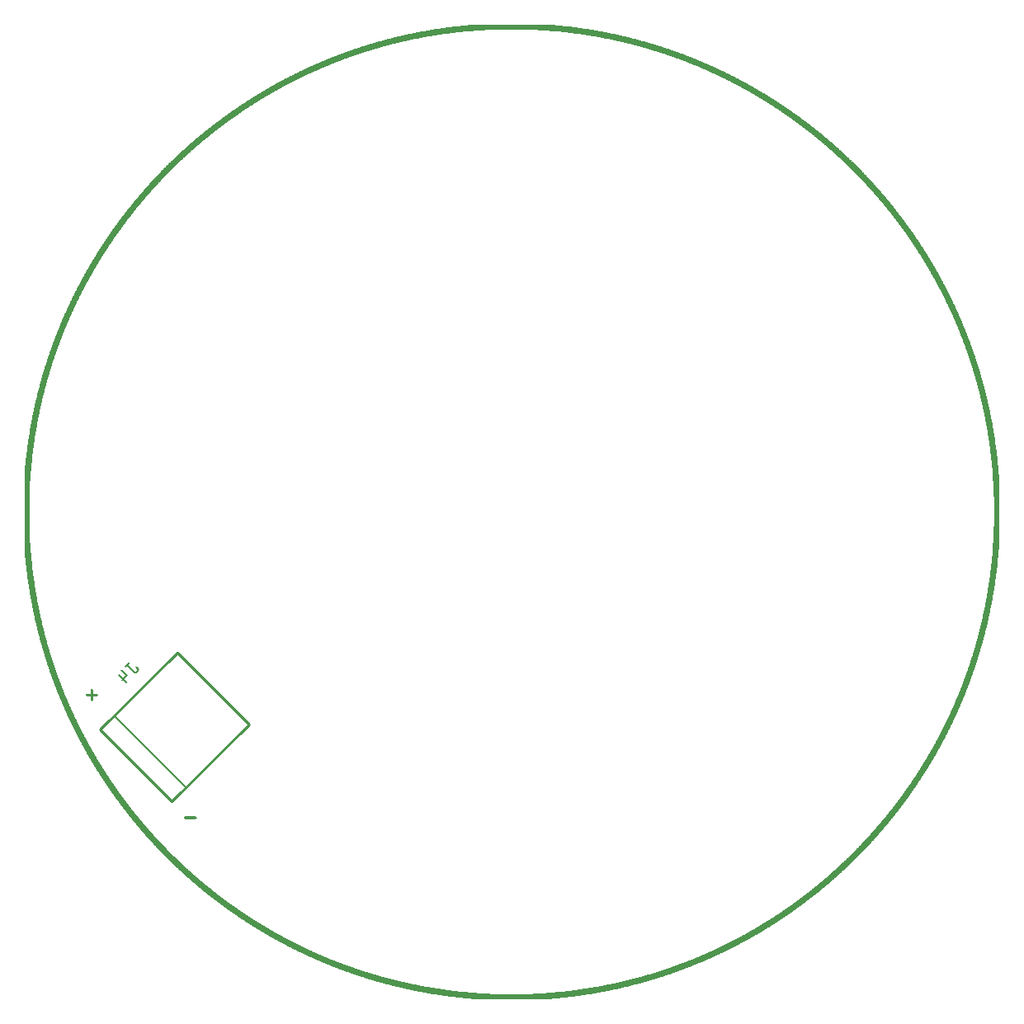
<source format=gto>
G04 MADE WITH FRITZING*
G04 WWW.FRITZING.ORG*
G04 DOUBLE SIDED*
G04 HOLES PLATED*
G04 CONTOUR ON CENTER OF CONTOUR VECTOR*
%ASAXBY*%
%FSLAX23Y23*%
%MOIN*%
%OFA0B0*%
%SFA1.0B1.0*%
%ADD10C,3.907840X3.90384*%
%ADD11C,0.010000*%
%ADD12C,0.005000*%
%ADD13R,0.001000X0.001000*%
%LNSILK1*%
G90*
G70*
G54D10*
X1969Y1969D03*
G54D11*
X907Y1111D02*
X618Y1401D01*
D02*
X618Y1401D02*
X306Y1090D01*
D02*
X306Y1090D02*
X596Y800D01*
D02*
X596Y800D02*
X907Y1111D01*
G54D12*
D02*
X363Y1146D02*
X653Y857D01*
G54D13*
X1818Y3937D02*
X2120Y3937D01*
X1806Y3936D02*
X2132Y3936D01*
X1793Y3935D02*
X2144Y3935D01*
X1783Y3934D02*
X2155Y3934D01*
X1772Y3933D02*
X2166Y3933D01*
X1763Y3932D02*
X2175Y3932D01*
X1753Y3931D02*
X2185Y3931D01*
X1744Y3930D02*
X2194Y3930D01*
X1736Y3929D02*
X2202Y3929D01*
X1728Y3928D02*
X2210Y3928D01*
X1719Y3927D02*
X2219Y3927D01*
X1712Y3926D02*
X2226Y3926D01*
X1704Y3925D02*
X2234Y3925D01*
X1697Y3924D02*
X2241Y3924D01*
X1690Y3923D02*
X2248Y3923D01*
X1683Y3922D02*
X2255Y3922D01*
X1676Y3921D02*
X2262Y3921D01*
X1669Y3920D02*
X2269Y3920D01*
X1663Y3919D02*
X2275Y3919D01*
X1657Y3918D02*
X2281Y3918D01*
X1650Y3917D02*
X1909Y3917D01*
X2029Y3917D02*
X2288Y3917D01*
X1644Y3916D02*
X1882Y3916D01*
X2056Y3916D02*
X2294Y3916D01*
X1638Y3915D02*
X1861Y3915D01*
X2077Y3915D02*
X2300Y3915D01*
X1633Y3914D02*
X1844Y3914D01*
X2094Y3914D02*
X2305Y3914D01*
X1627Y3913D02*
X1829Y3913D01*
X2109Y3913D02*
X2311Y3913D01*
X1621Y3912D02*
X1815Y3912D01*
X2123Y3912D02*
X2317Y3912D01*
X1616Y3911D02*
X1803Y3911D01*
X2135Y3911D02*
X2322Y3911D01*
X1610Y3910D02*
X1791Y3910D01*
X2147Y3910D02*
X2328Y3910D01*
X1605Y3909D02*
X1781Y3909D01*
X2157Y3909D02*
X2333Y3909D01*
X1599Y3908D02*
X1770Y3908D01*
X2168Y3908D02*
X2339Y3908D01*
X1594Y3907D02*
X1761Y3907D01*
X2177Y3907D02*
X2344Y3907D01*
X1589Y3906D02*
X1751Y3906D01*
X2187Y3906D02*
X2349Y3906D01*
X1584Y3905D02*
X1742Y3905D01*
X2196Y3905D02*
X2354Y3905D01*
X1579Y3904D02*
X1734Y3904D01*
X2204Y3904D02*
X2359Y3904D01*
X1574Y3903D02*
X1726Y3903D01*
X2212Y3903D02*
X2364Y3903D01*
X1569Y3902D02*
X1718Y3902D01*
X2220Y3902D02*
X2369Y3902D01*
X1564Y3901D02*
X1710Y3901D01*
X2228Y3901D02*
X2374Y3901D01*
X1560Y3900D02*
X1703Y3900D01*
X2235Y3900D02*
X2378Y3900D01*
X1555Y3899D02*
X1695Y3899D01*
X2243Y3899D02*
X2383Y3899D01*
X1550Y3898D02*
X1688Y3898D01*
X2250Y3898D02*
X2388Y3898D01*
X1546Y3897D02*
X1682Y3897D01*
X2256Y3897D02*
X2392Y3897D01*
X1541Y3896D02*
X1675Y3896D01*
X2263Y3896D02*
X2397Y3896D01*
X1537Y3895D02*
X1668Y3895D01*
X2270Y3895D02*
X2401Y3895D01*
X1532Y3894D02*
X1662Y3894D01*
X2276Y3894D02*
X2406Y3894D01*
X1528Y3893D02*
X1656Y3893D01*
X2282Y3893D02*
X2410Y3893D01*
X1523Y3892D02*
X1649Y3892D01*
X2289Y3892D02*
X2415Y3892D01*
X1519Y3891D02*
X1643Y3891D01*
X2295Y3891D02*
X2419Y3891D01*
X1515Y3890D02*
X1638Y3890D01*
X2300Y3890D02*
X2423Y3890D01*
X1511Y3889D02*
X1632Y3889D01*
X2306Y3889D02*
X2427Y3889D01*
X1507Y3888D02*
X1626Y3888D01*
X2312Y3888D02*
X2431Y3888D01*
X1502Y3887D02*
X1620Y3887D01*
X2318Y3887D02*
X2436Y3887D01*
X1498Y3886D02*
X1615Y3886D01*
X2323Y3886D02*
X2440Y3886D01*
X1494Y3885D02*
X1609Y3885D01*
X2329Y3885D02*
X2444Y3885D01*
X1490Y3884D02*
X1604Y3884D01*
X2334Y3884D02*
X2448Y3884D01*
X1486Y3883D02*
X1599Y3883D01*
X2339Y3883D02*
X2452Y3883D01*
X1482Y3882D02*
X1594Y3882D01*
X2344Y3882D02*
X2456Y3882D01*
X1478Y3881D02*
X1589Y3881D01*
X2349Y3881D02*
X2460Y3881D01*
X1474Y3880D02*
X1583Y3880D01*
X2355Y3880D02*
X2464Y3880D01*
X1471Y3879D02*
X1578Y3879D01*
X2360Y3879D02*
X2467Y3879D01*
X1467Y3878D02*
X1573Y3878D01*
X2365Y3878D02*
X2471Y3878D01*
X1463Y3877D02*
X1569Y3877D01*
X2369Y3877D02*
X2475Y3877D01*
X1459Y3876D02*
X1564Y3876D01*
X2374Y3876D02*
X2479Y3876D01*
X1456Y3875D02*
X1559Y3875D01*
X2379Y3875D02*
X2482Y3875D01*
X1452Y3874D02*
X1555Y3874D01*
X2383Y3874D02*
X2486Y3874D01*
X1448Y3873D02*
X1550Y3873D01*
X2388Y3873D02*
X2490Y3873D01*
X1445Y3872D02*
X1545Y3872D01*
X2393Y3872D02*
X2493Y3872D01*
X1441Y3871D02*
X1541Y3871D01*
X2397Y3871D02*
X2497Y3871D01*
X1437Y3870D02*
X1537Y3870D01*
X2401Y3870D02*
X2501Y3870D01*
X1434Y3869D02*
X1532Y3869D01*
X2406Y3869D02*
X2504Y3869D01*
X1430Y3868D02*
X1528Y3868D01*
X2410Y3868D02*
X2508Y3868D01*
X1427Y3867D02*
X1523Y3867D01*
X2415Y3867D02*
X2511Y3867D01*
X1423Y3866D02*
X1519Y3866D01*
X2419Y3866D02*
X2515Y3866D01*
X1420Y3865D02*
X1515Y3865D01*
X2423Y3865D02*
X2518Y3865D01*
X1416Y3864D02*
X1511Y3864D01*
X2427Y3864D02*
X2522Y3864D01*
X1413Y3863D02*
X1507Y3863D01*
X2431Y3863D02*
X2525Y3863D01*
X1410Y3862D02*
X1502Y3862D01*
X2436Y3862D02*
X2528Y3862D01*
X1406Y3861D02*
X1498Y3861D01*
X2440Y3861D02*
X2532Y3861D01*
X1403Y3860D02*
X1494Y3860D01*
X2444Y3860D02*
X2535Y3860D01*
X1400Y3859D02*
X1490Y3859D01*
X2448Y3859D02*
X2538Y3859D01*
X1396Y3858D02*
X1486Y3858D01*
X2452Y3858D02*
X2542Y3858D01*
X1393Y3857D02*
X1482Y3857D01*
X2456Y3857D02*
X2545Y3857D01*
X1390Y3856D02*
X1479Y3856D01*
X2459Y3856D02*
X2548Y3856D01*
X1386Y3855D02*
X1475Y3855D01*
X2463Y3855D02*
X2552Y3855D01*
X1383Y3854D02*
X1471Y3854D01*
X2467Y3854D02*
X2555Y3854D01*
X1380Y3853D02*
X1467Y3853D01*
X2471Y3853D02*
X2558Y3853D01*
X1377Y3852D02*
X1463Y3852D01*
X2475Y3852D02*
X2561Y3852D01*
X1374Y3851D02*
X1460Y3851D01*
X2478Y3851D02*
X2564Y3851D01*
X1371Y3850D02*
X1456Y3850D01*
X2482Y3850D02*
X2567Y3850D01*
X1367Y3849D02*
X1452Y3849D01*
X2486Y3849D02*
X2571Y3849D01*
X1364Y3848D02*
X1449Y3848D01*
X2489Y3848D02*
X2574Y3848D01*
X1361Y3847D02*
X1445Y3847D01*
X2493Y3847D02*
X2577Y3847D01*
X1358Y3846D02*
X1441Y3846D01*
X2497Y3846D02*
X2580Y3846D01*
X1355Y3845D02*
X1438Y3845D01*
X2500Y3845D02*
X2583Y3845D01*
X1352Y3844D02*
X1434Y3844D01*
X2504Y3844D02*
X2586Y3844D01*
X1349Y3843D02*
X1431Y3843D01*
X2507Y3843D02*
X2589Y3843D01*
X1346Y3842D02*
X1427Y3842D01*
X2511Y3842D02*
X2592Y3842D01*
X1343Y3841D02*
X1424Y3841D01*
X2514Y3841D02*
X2595Y3841D01*
X1340Y3840D02*
X1421Y3840D01*
X2517Y3840D02*
X2598Y3840D01*
X1337Y3839D02*
X1417Y3839D01*
X2521Y3839D02*
X2601Y3839D01*
X1334Y3838D02*
X1414Y3838D01*
X2524Y3838D02*
X2604Y3838D01*
X1331Y3837D02*
X1410Y3837D01*
X2528Y3837D02*
X2607Y3837D01*
X1328Y3836D02*
X1407Y3836D01*
X2531Y3836D02*
X2610Y3836D01*
X1325Y3835D02*
X1404Y3835D01*
X2534Y3835D02*
X2613Y3835D01*
X1322Y3834D02*
X1400Y3834D01*
X2538Y3834D02*
X2616Y3834D01*
X1320Y3833D02*
X1397Y3833D01*
X2541Y3833D02*
X2618Y3833D01*
X1317Y3832D02*
X1394Y3832D01*
X2544Y3832D02*
X2621Y3832D01*
X1314Y3831D02*
X1391Y3831D01*
X2547Y3831D02*
X2624Y3831D01*
X1311Y3830D02*
X1387Y3830D01*
X2551Y3830D02*
X2627Y3830D01*
X1308Y3829D02*
X1384Y3829D01*
X2554Y3829D02*
X2630Y3829D01*
X1305Y3828D02*
X1381Y3828D01*
X2557Y3828D02*
X2633Y3828D01*
X1303Y3827D02*
X1378Y3827D01*
X2560Y3827D02*
X2635Y3827D01*
X1300Y3826D02*
X1375Y3826D01*
X2563Y3826D02*
X2638Y3826D01*
X1297Y3825D02*
X1372Y3825D01*
X2566Y3825D02*
X2641Y3825D01*
X1294Y3824D02*
X1368Y3824D01*
X2570Y3824D02*
X2644Y3824D01*
X1291Y3823D02*
X1365Y3823D01*
X2573Y3823D02*
X2647Y3823D01*
X1289Y3822D02*
X1362Y3822D01*
X2576Y3822D02*
X2649Y3822D01*
X1286Y3821D02*
X1359Y3821D01*
X2579Y3821D02*
X2652Y3821D01*
X1283Y3820D02*
X1356Y3820D01*
X2582Y3820D02*
X2655Y3820D01*
X1281Y3819D02*
X1353Y3819D01*
X2585Y3819D02*
X2657Y3819D01*
X1278Y3818D02*
X1350Y3818D01*
X2588Y3818D02*
X2660Y3818D01*
X1275Y3817D02*
X1347Y3817D01*
X2591Y3817D02*
X2663Y3817D01*
X1273Y3816D02*
X1344Y3816D01*
X2594Y3816D02*
X2665Y3816D01*
X1270Y3815D02*
X1341Y3815D01*
X2597Y3815D02*
X2668Y3815D01*
X1267Y3814D02*
X1338Y3814D01*
X2600Y3814D02*
X2671Y3814D01*
X1265Y3813D02*
X1335Y3813D01*
X2603Y3813D02*
X2673Y3813D01*
X1262Y3812D02*
X1333Y3812D01*
X2605Y3812D02*
X2676Y3812D01*
X1260Y3811D02*
X1330Y3811D01*
X2608Y3811D02*
X2678Y3811D01*
X1257Y3810D02*
X1327Y3810D01*
X2611Y3810D02*
X2681Y3810D01*
X1254Y3809D02*
X1324Y3809D01*
X2614Y3809D02*
X2684Y3809D01*
X1252Y3808D02*
X1321Y3808D01*
X2617Y3808D02*
X2686Y3808D01*
X1249Y3807D02*
X1318Y3807D01*
X2620Y3807D02*
X2689Y3807D01*
X1247Y3806D02*
X1315Y3806D01*
X2623Y3806D02*
X2691Y3806D01*
X1244Y3805D02*
X1313Y3805D01*
X2625Y3805D02*
X2694Y3805D01*
X1242Y3804D02*
X1310Y3804D01*
X2628Y3804D02*
X2696Y3804D01*
X1239Y3803D02*
X1307Y3803D01*
X2631Y3803D02*
X2699Y3803D01*
X1237Y3802D02*
X1304Y3802D01*
X2634Y3802D02*
X2701Y3802D01*
X1234Y3801D02*
X1301Y3801D01*
X2637Y3801D02*
X2704Y3801D01*
X1232Y3800D02*
X1299Y3800D01*
X2639Y3800D02*
X2706Y3800D01*
X1229Y3799D02*
X1296Y3799D01*
X2642Y3799D02*
X2709Y3799D01*
X1227Y3798D02*
X1293Y3798D01*
X2645Y3798D02*
X2711Y3798D01*
X1224Y3797D02*
X1291Y3797D01*
X2647Y3797D02*
X2714Y3797D01*
X1222Y3796D02*
X1288Y3796D01*
X2650Y3796D02*
X2716Y3796D01*
X1219Y3795D02*
X1285Y3795D01*
X2653Y3795D02*
X2719Y3795D01*
X1217Y3794D02*
X1283Y3794D01*
X2655Y3794D02*
X2721Y3794D01*
X1215Y3793D02*
X1280Y3793D01*
X2658Y3793D02*
X2723Y3793D01*
X1212Y3792D02*
X1277Y3792D01*
X2661Y3792D02*
X2726Y3792D01*
X1210Y3791D02*
X1275Y3791D01*
X2663Y3791D02*
X2728Y3791D01*
X1207Y3790D02*
X1272Y3790D01*
X2666Y3790D02*
X2731Y3790D01*
X1205Y3789D02*
X1269Y3789D01*
X2669Y3789D02*
X2733Y3789D01*
X1203Y3788D02*
X1267Y3788D01*
X2671Y3788D02*
X2735Y3788D01*
X1200Y3787D02*
X1264Y3787D01*
X2674Y3787D02*
X2738Y3787D01*
X1198Y3786D02*
X1262Y3786D01*
X2676Y3786D02*
X2740Y3786D01*
X1196Y3785D02*
X1259Y3785D01*
X2679Y3785D02*
X2742Y3785D01*
X1193Y3784D02*
X1256Y3784D01*
X2681Y3784D02*
X2745Y3784D01*
X1191Y3783D02*
X1254Y3783D01*
X2684Y3783D02*
X2747Y3783D01*
X1189Y3782D02*
X1251Y3782D01*
X2687Y3782D02*
X2749Y3782D01*
X1186Y3781D02*
X1249Y3781D01*
X2689Y3781D02*
X2752Y3781D01*
X1184Y3780D02*
X1246Y3780D01*
X2692Y3780D02*
X2754Y3780D01*
X1182Y3779D02*
X1244Y3779D01*
X2694Y3779D02*
X2756Y3779D01*
X1179Y3778D02*
X1241Y3778D01*
X2697Y3778D02*
X2759Y3778D01*
X1177Y3777D02*
X1239Y3777D01*
X2699Y3777D02*
X2761Y3777D01*
X1175Y3776D02*
X1236Y3776D01*
X2702Y3776D02*
X2763Y3776D01*
X1173Y3775D02*
X1234Y3775D01*
X2704Y3775D02*
X2765Y3775D01*
X1170Y3774D02*
X1231Y3774D01*
X2707Y3774D02*
X2768Y3774D01*
X1168Y3773D02*
X1229Y3773D01*
X2709Y3773D02*
X2770Y3773D01*
X1166Y3772D02*
X1227Y3772D01*
X2711Y3772D02*
X2772Y3772D01*
X1164Y3771D02*
X1224Y3771D01*
X2714Y3771D02*
X2774Y3771D01*
X1161Y3770D02*
X1222Y3770D01*
X2716Y3770D02*
X2777Y3770D01*
X1159Y3769D02*
X1219Y3769D01*
X2719Y3769D02*
X2779Y3769D01*
X1157Y3768D02*
X1217Y3768D01*
X2721Y3768D02*
X2781Y3768D01*
X1155Y3767D02*
X1215Y3767D01*
X2723Y3767D02*
X2783Y3767D01*
X1152Y3766D02*
X1212Y3766D01*
X2726Y3766D02*
X2785Y3766D01*
X1150Y3765D02*
X1210Y3765D01*
X2728Y3765D02*
X2788Y3765D01*
X1148Y3764D02*
X1208Y3764D01*
X2730Y3764D02*
X2790Y3764D01*
X1146Y3763D02*
X1205Y3763D01*
X2733Y3763D02*
X2792Y3763D01*
X1144Y3762D02*
X1203Y3762D01*
X2735Y3762D02*
X2794Y3762D01*
X1142Y3761D02*
X1201Y3761D01*
X2737Y3761D02*
X2796Y3761D01*
X1139Y3760D02*
X1198Y3760D01*
X2740Y3760D02*
X2799Y3760D01*
X1137Y3759D02*
X1196Y3759D01*
X2742Y3759D02*
X2801Y3759D01*
X1135Y3758D02*
X1194Y3758D01*
X2744Y3758D02*
X2803Y3758D01*
X1133Y3757D02*
X1191Y3757D01*
X2747Y3757D02*
X2805Y3757D01*
X1131Y3756D02*
X1189Y3756D01*
X2749Y3756D02*
X2807Y3756D01*
X1129Y3755D02*
X1187Y3755D01*
X2751Y3755D02*
X2809Y3755D01*
X1127Y3754D02*
X1184Y3754D01*
X2754Y3754D02*
X2811Y3754D01*
X1125Y3753D02*
X1182Y3753D01*
X2756Y3753D02*
X2813Y3753D01*
X1122Y3752D02*
X1180Y3752D01*
X2758Y3752D02*
X2816Y3752D01*
X1120Y3751D02*
X1178Y3751D01*
X2760Y3751D02*
X2818Y3751D01*
X1118Y3750D02*
X1175Y3750D01*
X2763Y3750D02*
X2820Y3750D01*
X1116Y3749D02*
X1173Y3749D01*
X2765Y3749D02*
X2822Y3749D01*
X1114Y3748D02*
X1171Y3748D01*
X2767Y3748D02*
X2824Y3748D01*
X1112Y3747D02*
X1169Y3747D01*
X2769Y3747D02*
X2826Y3747D01*
X1110Y3746D02*
X1166Y3746D01*
X2772Y3746D02*
X2828Y3746D01*
X1108Y3745D02*
X1164Y3745D01*
X2774Y3745D02*
X2830Y3745D01*
X1106Y3744D02*
X1162Y3744D01*
X2776Y3744D02*
X2832Y3744D01*
X1104Y3743D02*
X1160Y3743D01*
X2778Y3743D02*
X2834Y3743D01*
X1102Y3742D02*
X1158Y3742D01*
X2780Y3742D02*
X2836Y3742D01*
X1100Y3741D02*
X1156Y3741D01*
X2782Y3741D02*
X2838Y3741D01*
X1098Y3740D02*
X1153Y3740D01*
X2785Y3740D02*
X2840Y3740D01*
X1096Y3739D02*
X1151Y3739D01*
X2787Y3739D02*
X2842Y3739D01*
X1094Y3738D02*
X1149Y3738D01*
X2789Y3738D02*
X2844Y3738D01*
X1092Y3737D02*
X1147Y3737D01*
X2791Y3737D02*
X2846Y3737D01*
X1090Y3736D02*
X1145Y3736D01*
X2793Y3736D02*
X2848Y3736D01*
X1088Y3735D02*
X1143Y3735D01*
X2795Y3735D02*
X2850Y3735D01*
X1086Y3734D02*
X1140Y3734D01*
X2798Y3734D02*
X2852Y3734D01*
X1084Y3733D02*
X1138Y3733D01*
X2800Y3733D02*
X2854Y3733D01*
X1082Y3732D02*
X1136Y3732D01*
X2802Y3732D02*
X2856Y3732D01*
X1080Y3731D02*
X1134Y3731D01*
X2804Y3731D02*
X2858Y3731D01*
X1078Y3730D02*
X1132Y3730D01*
X2806Y3730D02*
X2860Y3730D01*
X1076Y3729D02*
X1130Y3729D01*
X2808Y3729D02*
X2862Y3729D01*
X1074Y3728D02*
X1128Y3728D01*
X2810Y3728D02*
X2864Y3728D01*
X1072Y3727D02*
X1126Y3727D01*
X2812Y3727D02*
X2866Y3727D01*
X1070Y3726D02*
X1124Y3726D01*
X2814Y3726D02*
X2868Y3726D01*
X1068Y3725D02*
X1122Y3725D01*
X2816Y3725D02*
X2870Y3725D01*
X1066Y3724D02*
X1119Y3724D01*
X2819Y3724D02*
X2872Y3724D01*
X1064Y3723D02*
X1117Y3723D01*
X2821Y3723D02*
X2874Y3723D01*
X1062Y3722D02*
X1115Y3722D01*
X2823Y3722D02*
X2876Y3722D01*
X1060Y3721D02*
X1113Y3721D01*
X2825Y3721D02*
X2878Y3721D01*
X1058Y3720D02*
X1111Y3720D01*
X2827Y3720D02*
X2880Y3720D01*
X1056Y3719D02*
X1109Y3719D01*
X2829Y3719D02*
X2882Y3719D01*
X1054Y3718D02*
X1107Y3718D01*
X2831Y3718D02*
X2884Y3718D01*
X1052Y3717D02*
X1105Y3717D01*
X2833Y3717D02*
X2886Y3717D01*
X1051Y3716D02*
X1103Y3716D01*
X2835Y3716D02*
X2887Y3716D01*
X1049Y3715D02*
X1101Y3715D01*
X2837Y3715D02*
X2889Y3715D01*
X1047Y3714D02*
X1099Y3714D01*
X2839Y3714D02*
X2891Y3714D01*
X1045Y3713D02*
X1097Y3713D01*
X2841Y3713D02*
X2893Y3713D01*
X1043Y3712D02*
X1095Y3712D01*
X2843Y3712D02*
X2895Y3712D01*
X1041Y3711D02*
X1093Y3711D01*
X2845Y3711D02*
X2897Y3711D01*
X1039Y3710D02*
X1091Y3710D01*
X2847Y3710D02*
X2899Y3710D01*
X1037Y3709D02*
X1089Y3709D01*
X2849Y3709D02*
X2901Y3709D01*
X1036Y3708D02*
X1087Y3708D01*
X2851Y3708D02*
X2902Y3708D01*
X1034Y3707D02*
X1085Y3707D01*
X2853Y3707D02*
X2904Y3707D01*
X1032Y3706D02*
X1083Y3706D01*
X2855Y3706D02*
X2906Y3706D01*
X1030Y3705D02*
X1081Y3705D01*
X2857Y3705D02*
X2908Y3705D01*
X1028Y3704D02*
X1079Y3704D01*
X2859Y3704D02*
X2910Y3704D01*
X1026Y3703D02*
X1077Y3703D01*
X2861Y3703D02*
X2912Y3703D01*
X1024Y3702D02*
X1076Y3702D01*
X2862Y3702D02*
X2914Y3702D01*
X1023Y3701D02*
X1074Y3701D01*
X2864Y3701D02*
X2915Y3701D01*
X1021Y3700D02*
X1072Y3700D01*
X2866Y3700D02*
X2917Y3700D01*
X1019Y3699D02*
X1070Y3699D01*
X2868Y3699D02*
X2919Y3699D01*
X1017Y3698D02*
X1068Y3698D01*
X2870Y3698D02*
X2921Y3698D01*
X1015Y3697D02*
X1066Y3697D01*
X2872Y3697D02*
X2923Y3697D01*
X1014Y3696D02*
X1064Y3696D01*
X2874Y3696D02*
X2924Y3696D01*
X1012Y3695D02*
X1062Y3695D01*
X2876Y3695D02*
X2926Y3695D01*
X1010Y3694D02*
X1060Y3694D01*
X2878Y3694D02*
X2928Y3694D01*
X1008Y3693D02*
X1058Y3693D01*
X2880Y3693D02*
X2930Y3693D01*
X1006Y3692D02*
X1056Y3692D01*
X2882Y3692D02*
X2932Y3692D01*
X1005Y3691D02*
X1055Y3691D01*
X2883Y3691D02*
X2933Y3691D01*
X1003Y3690D02*
X1053Y3690D01*
X2885Y3690D02*
X2935Y3690D01*
X1001Y3689D02*
X1051Y3689D01*
X2887Y3689D02*
X2937Y3689D01*
X999Y3688D02*
X1049Y3688D01*
X2889Y3688D02*
X2939Y3688D01*
X998Y3687D02*
X1047Y3687D01*
X2891Y3687D02*
X2940Y3687D01*
X996Y3686D02*
X1045Y3686D01*
X2893Y3686D02*
X2942Y3686D01*
X994Y3685D02*
X1043Y3685D01*
X2895Y3685D02*
X2944Y3685D01*
X992Y3684D02*
X1042Y3684D01*
X2896Y3684D02*
X2946Y3684D01*
X990Y3683D02*
X1040Y3683D01*
X2898Y3683D02*
X2948Y3683D01*
X989Y3682D02*
X1038Y3682D01*
X2900Y3682D02*
X2949Y3682D01*
X987Y3681D02*
X1036Y3681D01*
X2902Y3681D02*
X2951Y3681D01*
X985Y3680D02*
X1034Y3680D01*
X2904Y3680D02*
X2953Y3680D01*
X983Y3679D02*
X1032Y3679D01*
X2906Y3679D02*
X2954Y3679D01*
X982Y3678D02*
X1031Y3678D01*
X2907Y3678D02*
X2956Y3678D01*
X980Y3677D02*
X1029Y3677D01*
X2909Y3677D02*
X2958Y3677D01*
X978Y3676D02*
X1027Y3676D01*
X2911Y3676D02*
X2960Y3676D01*
X977Y3675D02*
X1025Y3675D01*
X2913Y3675D02*
X2961Y3675D01*
X975Y3674D02*
X1023Y3674D01*
X2915Y3674D02*
X2963Y3674D01*
X973Y3673D02*
X1021Y3673D01*
X2916Y3673D02*
X2965Y3673D01*
X972Y3672D02*
X1020Y3672D01*
X2918Y3672D02*
X2966Y3672D01*
X970Y3671D02*
X1018Y3671D01*
X2920Y3671D02*
X2968Y3671D01*
X968Y3670D02*
X1016Y3670D01*
X2922Y3670D02*
X2970Y3670D01*
X966Y3669D02*
X1014Y3669D01*
X2924Y3669D02*
X2972Y3669D01*
X965Y3668D02*
X1013Y3668D01*
X2925Y3668D02*
X2973Y3668D01*
X963Y3667D02*
X1011Y3667D01*
X2927Y3667D02*
X2975Y3667D01*
X961Y3666D02*
X1009Y3666D01*
X2929Y3666D02*
X2977Y3666D01*
X960Y3665D02*
X1007Y3665D01*
X2931Y3665D02*
X2978Y3665D01*
X958Y3664D02*
X1006Y3664D01*
X2932Y3664D02*
X2980Y3664D01*
X956Y3663D02*
X1004Y3663D01*
X2934Y3663D02*
X2982Y3663D01*
X955Y3662D02*
X1002Y3662D01*
X2936Y3662D02*
X2983Y3662D01*
X953Y3661D02*
X1000Y3661D01*
X2938Y3661D02*
X2985Y3661D01*
X951Y3660D02*
X999Y3660D01*
X2939Y3660D02*
X2987Y3660D01*
X950Y3659D02*
X997Y3659D01*
X2941Y3659D02*
X2988Y3659D01*
X948Y3658D02*
X995Y3658D01*
X2943Y3658D02*
X2990Y3658D01*
X946Y3657D02*
X993Y3657D01*
X2945Y3657D02*
X2992Y3657D01*
X945Y3656D02*
X992Y3656D01*
X2946Y3656D02*
X2993Y3656D01*
X943Y3655D02*
X990Y3655D01*
X2948Y3655D02*
X2995Y3655D01*
X941Y3654D02*
X988Y3654D01*
X2950Y3654D02*
X2997Y3654D01*
X940Y3653D02*
X987Y3653D01*
X2951Y3653D02*
X2998Y3653D01*
X938Y3652D02*
X985Y3652D01*
X2953Y3652D02*
X3000Y3652D01*
X937Y3651D02*
X983Y3651D01*
X2955Y3651D02*
X3001Y3651D01*
X935Y3650D02*
X981Y3650D01*
X2957Y3650D02*
X3003Y3650D01*
X933Y3649D02*
X980Y3649D01*
X2958Y3649D02*
X3005Y3649D01*
X932Y3648D02*
X978Y3648D01*
X2960Y3648D02*
X3006Y3648D01*
X930Y3647D02*
X976Y3647D01*
X2962Y3647D02*
X3008Y3647D01*
X928Y3646D02*
X975Y3646D01*
X2963Y3646D02*
X3010Y3646D01*
X927Y3645D02*
X973Y3645D01*
X2965Y3645D02*
X3011Y3645D01*
X925Y3644D02*
X971Y3644D01*
X2967Y3644D02*
X3013Y3644D01*
X924Y3643D02*
X970Y3643D01*
X2968Y3643D02*
X3014Y3643D01*
X922Y3642D02*
X968Y3642D01*
X2970Y3642D02*
X3016Y3642D01*
X920Y3641D02*
X966Y3641D01*
X2972Y3641D02*
X3018Y3641D01*
X919Y3640D02*
X965Y3640D01*
X2973Y3640D02*
X3019Y3640D01*
X917Y3639D02*
X963Y3639D01*
X2975Y3639D02*
X3021Y3639D01*
X916Y3638D02*
X961Y3638D01*
X2977Y3638D02*
X3022Y3638D01*
X914Y3637D02*
X960Y3637D01*
X2978Y3637D02*
X3024Y3637D01*
X913Y3636D02*
X958Y3636D01*
X2980Y3636D02*
X3025Y3636D01*
X911Y3635D02*
X956Y3635D01*
X2982Y3635D02*
X3027Y3635D01*
X909Y3634D02*
X955Y3634D01*
X2983Y3634D02*
X3029Y3634D01*
X908Y3633D02*
X953Y3633D01*
X2985Y3633D02*
X3030Y3633D01*
X906Y3632D02*
X951Y3632D01*
X2987Y3632D02*
X3032Y3632D01*
X905Y3631D02*
X950Y3631D01*
X2988Y3631D02*
X3033Y3631D01*
X903Y3630D02*
X948Y3630D01*
X2990Y3630D02*
X3035Y3630D01*
X902Y3629D02*
X947Y3629D01*
X2991Y3629D02*
X3036Y3629D01*
X900Y3628D02*
X945Y3628D01*
X2993Y3628D02*
X3038Y3628D01*
X898Y3627D02*
X943Y3627D01*
X2995Y3627D02*
X3039Y3627D01*
X897Y3626D02*
X942Y3626D01*
X2996Y3626D02*
X3041Y3626D01*
X895Y3625D02*
X940Y3625D01*
X2998Y3625D02*
X3043Y3625D01*
X894Y3624D02*
X938Y3624D01*
X2999Y3624D02*
X3044Y3624D01*
X892Y3623D02*
X937Y3623D01*
X3001Y3623D02*
X3046Y3623D01*
X891Y3622D02*
X935Y3622D01*
X3003Y3622D02*
X3047Y3622D01*
X889Y3621D02*
X934Y3621D01*
X3004Y3621D02*
X3049Y3621D01*
X888Y3620D02*
X932Y3620D01*
X3006Y3620D02*
X3050Y3620D01*
X886Y3619D02*
X931Y3619D01*
X3007Y3619D02*
X3052Y3619D01*
X885Y3618D02*
X929Y3618D01*
X3009Y3618D02*
X3053Y3618D01*
X883Y3617D02*
X927Y3617D01*
X3011Y3617D02*
X3055Y3617D01*
X882Y3616D02*
X926Y3616D01*
X3012Y3616D02*
X3056Y3616D01*
X880Y3615D02*
X924Y3615D01*
X3014Y3615D02*
X3058Y3615D01*
X879Y3614D02*
X923Y3614D01*
X3015Y3614D02*
X3059Y3614D01*
X877Y3613D02*
X921Y3613D01*
X3017Y3613D02*
X3061Y3613D01*
X876Y3612D02*
X920Y3612D01*
X3018Y3612D02*
X3062Y3612D01*
X874Y3611D02*
X918Y3611D01*
X3020Y3611D02*
X3064Y3611D01*
X873Y3610D02*
X916Y3610D01*
X3022Y3610D02*
X3065Y3610D01*
X871Y3609D02*
X915Y3609D01*
X3023Y3609D02*
X3067Y3609D01*
X870Y3608D02*
X913Y3608D01*
X3025Y3608D02*
X3068Y3608D01*
X868Y3607D02*
X912Y3607D01*
X3026Y3607D02*
X3070Y3607D01*
X867Y3606D02*
X910Y3606D01*
X3028Y3606D02*
X3071Y3606D01*
X865Y3605D02*
X909Y3605D01*
X3029Y3605D02*
X3073Y3605D01*
X864Y3604D02*
X907Y3604D01*
X3031Y3604D02*
X3074Y3604D01*
X862Y3603D02*
X906Y3603D01*
X3032Y3603D02*
X3076Y3603D01*
X861Y3602D02*
X904Y3602D01*
X3034Y3602D02*
X3077Y3602D01*
X859Y3601D02*
X903Y3601D01*
X3035Y3601D02*
X3079Y3601D01*
X858Y3600D02*
X901Y3600D01*
X3037Y3600D02*
X3080Y3600D01*
X856Y3599D02*
X899Y3599D01*
X3039Y3599D02*
X3082Y3599D01*
X855Y3598D02*
X898Y3598D01*
X3040Y3598D02*
X3083Y3598D01*
X853Y3597D02*
X896Y3597D01*
X3042Y3597D02*
X3085Y3597D01*
X852Y3596D02*
X895Y3596D01*
X3043Y3596D02*
X3086Y3596D01*
X851Y3595D02*
X893Y3595D01*
X3045Y3595D02*
X3087Y3595D01*
X849Y3594D02*
X892Y3594D01*
X3046Y3594D02*
X3089Y3594D01*
X848Y3593D02*
X890Y3593D01*
X3048Y3593D02*
X3090Y3593D01*
X846Y3592D02*
X889Y3592D01*
X3049Y3592D02*
X3092Y3592D01*
X845Y3591D02*
X887Y3591D01*
X3051Y3591D02*
X3093Y3591D01*
X843Y3590D02*
X886Y3590D01*
X3052Y3590D02*
X3095Y3590D01*
X842Y3589D02*
X884Y3589D01*
X3054Y3589D02*
X3096Y3589D01*
X840Y3588D02*
X883Y3588D01*
X3055Y3588D02*
X3098Y3588D01*
X839Y3587D02*
X881Y3587D01*
X3057Y3587D02*
X3099Y3587D01*
X838Y3586D02*
X880Y3586D01*
X3058Y3586D02*
X3100Y3586D01*
X836Y3585D02*
X878Y3585D01*
X3059Y3585D02*
X3102Y3585D01*
X835Y3584D02*
X877Y3584D01*
X3061Y3584D02*
X3103Y3584D01*
X833Y3583D02*
X876Y3583D01*
X3062Y3583D02*
X3105Y3583D01*
X832Y3582D02*
X874Y3582D01*
X3064Y3582D02*
X3106Y3582D01*
X830Y3581D02*
X873Y3581D01*
X3065Y3581D02*
X3108Y3581D01*
X829Y3580D02*
X871Y3580D01*
X3067Y3580D02*
X3109Y3580D01*
X828Y3579D02*
X870Y3579D01*
X3068Y3579D02*
X3110Y3579D01*
X826Y3578D02*
X868Y3578D01*
X3070Y3578D02*
X3112Y3578D01*
X825Y3577D02*
X867Y3577D01*
X3071Y3577D02*
X3113Y3577D01*
X823Y3576D02*
X865Y3576D01*
X3073Y3576D02*
X3115Y3576D01*
X822Y3575D02*
X864Y3575D01*
X3074Y3575D02*
X3116Y3575D01*
X821Y3574D02*
X862Y3574D01*
X3076Y3574D02*
X3117Y3574D01*
X819Y3573D02*
X861Y3573D01*
X3077Y3573D02*
X3119Y3573D01*
X818Y3572D02*
X860Y3572D01*
X3078Y3572D02*
X3120Y3572D01*
X816Y3571D02*
X858Y3571D01*
X3080Y3571D02*
X3122Y3571D01*
X815Y3570D02*
X857Y3570D01*
X3081Y3570D02*
X3123Y3570D01*
X814Y3569D02*
X855Y3569D01*
X3083Y3569D02*
X3124Y3569D01*
X812Y3568D02*
X854Y3568D01*
X3084Y3568D02*
X3126Y3568D01*
X811Y3567D02*
X852Y3567D01*
X3086Y3567D02*
X3127Y3567D01*
X810Y3566D02*
X851Y3566D01*
X3087Y3566D02*
X3128Y3566D01*
X808Y3565D02*
X850Y3565D01*
X3088Y3565D02*
X3130Y3565D01*
X807Y3564D02*
X848Y3564D01*
X3090Y3564D02*
X3131Y3564D01*
X805Y3563D02*
X847Y3563D01*
X3091Y3563D02*
X3133Y3563D01*
X804Y3562D02*
X845Y3562D01*
X3093Y3562D02*
X3134Y3562D01*
X803Y3561D02*
X844Y3561D01*
X3094Y3561D02*
X3135Y3561D01*
X801Y3560D02*
X842Y3560D01*
X3096Y3560D02*
X3137Y3560D01*
X800Y3559D02*
X841Y3559D01*
X3097Y3559D02*
X3138Y3559D01*
X799Y3558D02*
X840Y3558D01*
X3098Y3558D02*
X3139Y3558D01*
X797Y3557D02*
X838Y3557D01*
X3100Y3557D02*
X3141Y3557D01*
X796Y3556D02*
X837Y3556D01*
X3101Y3556D02*
X3142Y3556D01*
X795Y3555D02*
X835Y3555D01*
X3103Y3555D02*
X3143Y3555D01*
X793Y3554D02*
X834Y3554D01*
X3104Y3554D02*
X3145Y3554D01*
X792Y3553D02*
X833Y3553D01*
X3105Y3553D02*
X3146Y3553D01*
X791Y3552D02*
X831Y3552D01*
X3107Y3552D02*
X3147Y3552D01*
X789Y3551D02*
X830Y3551D01*
X3108Y3551D02*
X3149Y3551D01*
X788Y3550D02*
X829Y3550D01*
X3109Y3550D02*
X3150Y3550D01*
X787Y3549D02*
X827Y3549D01*
X3111Y3549D02*
X3151Y3549D01*
X785Y3548D02*
X826Y3548D01*
X3112Y3548D02*
X3153Y3548D01*
X784Y3547D02*
X824Y3547D01*
X3114Y3547D02*
X3154Y3547D01*
X783Y3546D02*
X823Y3546D01*
X3115Y3546D02*
X3155Y3546D01*
X781Y3545D02*
X822Y3545D01*
X3116Y3545D02*
X3157Y3545D01*
X780Y3544D02*
X820Y3544D01*
X3118Y3544D02*
X3158Y3544D01*
X779Y3543D02*
X819Y3543D01*
X3119Y3543D02*
X3159Y3543D01*
X777Y3542D02*
X818Y3542D01*
X3120Y3542D02*
X3161Y3542D01*
X776Y3541D02*
X816Y3541D01*
X3122Y3541D02*
X3162Y3541D01*
X775Y3540D02*
X815Y3540D01*
X3123Y3540D02*
X3163Y3540D01*
X773Y3539D02*
X813Y3539D01*
X3125Y3539D02*
X3165Y3539D01*
X772Y3538D02*
X812Y3538D01*
X3126Y3538D02*
X3166Y3538D01*
X771Y3537D02*
X811Y3537D01*
X3127Y3537D02*
X3167Y3537D01*
X769Y3536D02*
X809Y3536D01*
X3129Y3536D02*
X3169Y3536D01*
X768Y3535D02*
X808Y3535D01*
X3130Y3535D02*
X3170Y3535D01*
X767Y3534D02*
X807Y3534D01*
X3131Y3534D02*
X3171Y3534D01*
X765Y3533D02*
X805Y3533D01*
X3133Y3533D02*
X3173Y3533D01*
X764Y3532D02*
X804Y3532D01*
X3134Y3532D02*
X3174Y3532D01*
X763Y3531D02*
X803Y3531D01*
X3135Y3531D02*
X3175Y3531D01*
X762Y3530D02*
X801Y3530D01*
X3137Y3530D02*
X3176Y3530D01*
X760Y3529D02*
X800Y3529D01*
X3138Y3529D02*
X3178Y3529D01*
X759Y3528D02*
X799Y3528D01*
X3139Y3528D02*
X3179Y3528D01*
X758Y3527D02*
X797Y3527D01*
X3141Y3527D02*
X3180Y3527D01*
X756Y3526D02*
X796Y3526D01*
X3142Y3526D02*
X3182Y3526D01*
X755Y3525D02*
X795Y3525D01*
X3143Y3525D02*
X3183Y3525D01*
X754Y3524D02*
X793Y3524D01*
X3145Y3524D02*
X3184Y3524D01*
X753Y3523D02*
X792Y3523D01*
X3146Y3523D02*
X3185Y3523D01*
X751Y3522D02*
X791Y3522D01*
X3147Y3522D02*
X3187Y3522D01*
X750Y3521D02*
X789Y3521D01*
X3149Y3521D02*
X3188Y3521D01*
X749Y3520D02*
X788Y3520D01*
X3150Y3520D02*
X3189Y3520D01*
X747Y3519D02*
X787Y3519D01*
X3151Y3519D02*
X3190Y3519D01*
X746Y3518D02*
X785Y3518D01*
X3153Y3518D02*
X3192Y3518D01*
X745Y3517D02*
X784Y3517D01*
X3154Y3517D02*
X3193Y3517D01*
X744Y3516D02*
X783Y3516D01*
X3155Y3516D02*
X3194Y3516D01*
X742Y3515D02*
X782Y3515D01*
X3156Y3515D02*
X3196Y3515D01*
X741Y3514D02*
X780Y3514D01*
X3158Y3514D02*
X3197Y3514D01*
X740Y3513D02*
X779Y3513D01*
X3159Y3513D02*
X3198Y3513D01*
X739Y3512D02*
X778Y3512D01*
X3160Y3512D02*
X3199Y3512D01*
X737Y3511D02*
X776Y3511D01*
X3162Y3511D02*
X3201Y3511D01*
X736Y3510D02*
X775Y3510D01*
X3163Y3510D02*
X3202Y3510D01*
X735Y3509D02*
X774Y3509D01*
X3164Y3509D02*
X3203Y3509D01*
X734Y3508D02*
X773Y3508D01*
X3165Y3508D02*
X3204Y3508D01*
X732Y3507D02*
X771Y3507D01*
X3167Y3507D02*
X3206Y3507D01*
X731Y3506D02*
X770Y3506D01*
X3168Y3506D02*
X3207Y3506D01*
X730Y3505D02*
X769Y3505D01*
X3169Y3505D02*
X3208Y3505D01*
X729Y3504D02*
X767Y3504D01*
X3171Y3504D02*
X3209Y3504D01*
X727Y3503D02*
X766Y3503D01*
X3172Y3503D02*
X3211Y3503D01*
X726Y3502D02*
X765Y3502D01*
X3173Y3502D02*
X3212Y3502D01*
X725Y3501D02*
X764Y3501D01*
X3174Y3501D02*
X3213Y3501D01*
X724Y3500D02*
X762Y3500D01*
X3176Y3500D02*
X3214Y3500D01*
X723Y3499D02*
X761Y3499D01*
X3177Y3499D02*
X3215Y3499D01*
X721Y3498D02*
X760Y3498D01*
X3178Y3498D02*
X3217Y3498D01*
X720Y3497D02*
X759Y3497D01*
X3179Y3497D02*
X3218Y3497D01*
X719Y3496D02*
X757Y3496D01*
X3181Y3496D02*
X3219Y3496D01*
X718Y3495D02*
X756Y3495D01*
X3182Y3495D02*
X3220Y3495D01*
X716Y3494D02*
X755Y3494D01*
X3183Y3494D02*
X3222Y3494D01*
X715Y3493D02*
X754Y3493D01*
X3184Y3493D02*
X3223Y3493D01*
X714Y3492D02*
X752Y3492D01*
X3186Y3492D02*
X3224Y3492D01*
X713Y3491D02*
X751Y3491D01*
X3187Y3491D02*
X3225Y3491D01*
X712Y3490D02*
X750Y3490D01*
X3188Y3490D02*
X3226Y3490D01*
X710Y3489D02*
X749Y3489D01*
X3189Y3489D02*
X3228Y3489D01*
X709Y3488D02*
X747Y3488D01*
X3191Y3488D02*
X3229Y3488D01*
X708Y3487D02*
X746Y3487D01*
X3192Y3487D02*
X3230Y3487D01*
X707Y3486D02*
X745Y3486D01*
X3193Y3486D02*
X3231Y3486D01*
X706Y3485D02*
X744Y3485D01*
X3194Y3485D02*
X3232Y3485D01*
X704Y3484D02*
X742Y3484D01*
X3196Y3484D02*
X3234Y3484D01*
X703Y3483D02*
X741Y3483D01*
X3197Y3483D02*
X3235Y3483D01*
X702Y3482D02*
X740Y3482D01*
X3198Y3482D02*
X3236Y3482D01*
X701Y3481D02*
X739Y3481D01*
X3199Y3481D02*
X3237Y3481D01*
X700Y3480D02*
X737Y3480D01*
X3201Y3480D02*
X3238Y3480D01*
X698Y3479D02*
X736Y3479D01*
X3202Y3479D02*
X3240Y3479D01*
X697Y3478D02*
X735Y3478D01*
X3203Y3478D02*
X3241Y3478D01*
X696Y3477D02*
X734Y3477D01*
X3204Y3477D02*
X3242Y3477D01*
X695Y3476D02*
X733Y3476D01*
X3205Y3476D02*
X3243Y3476D01*
X694Y3475D02*
X731Y3475D01*
X3207Y3475D02*
X3244Y3475D01*
X693Y3474D02*
X730Y3474D01*
X3208Y3474D02*
X3245Y3474D01*
X691Y3473D02*
X729Y3473D01*
X3209Y3473D02*
X3247Y3473D01*
X690Y3472D02*
X728Y3472D01*
X3210Y3472D02*
X3248Y3472D01*
X689Y3471D02*
X726Y3471D01*
X3211Y3471D02*
X3249Y3471D01*
X688Y3470D02*
X725Y3470D01*
X3213Y3470D02*
X3250Y3470D01*
X687Y3469D02*
X724Y3469D01*
X3214Y3469D02*
X3251Y3469D01*
X685Y3468D02*
X723Y3468D01*
X3215Y3468D02*
X3253Y3468D01*
X684Y3467D02*
X722Y3467D01*
X3216Y3467D02*
X3254Y3467D01*
X683Y3466D02*
X721Y3466D01*
X3217Y3466D02*
X3255Y3466D01*
X682Y3465D02*
X719Y3465D01*
X3219Y3465D02*
X3256Y3465D01*
X681Y3464D02*
X718Y3464D01*
X3220Y3464D02*
X3257Y3464D01*
X680Y3463D02*
X717Y3463D01*
X3221Y3463D02*
X3258Y3463D01*
X678Y3462D02*
X716Y3462D01*
X3222Y3462D02*
X3260Y3462D01*
X677Y3461D02*
X715Y3461D01*
X3223Y3461D02*
X3261Y3461D01*
X676Y3460D02*
X713Y3460D01*
X3225Y3460D02*
X3262Y3460D01*
X675Y3459D02*
X712Y3459D01*
X3226Y3459D02*
X3263Y3459D01*
X674Y3458D02*
X711Y3458D01*
X3227Y3458D02*
X3264Y3458D01*
X673Y3457D02*
X710Y3457D01*
X3228Y3457D02*
X3265Y3457D01*
X672Y3456D02*
X709Y3456D01*
X3229Y3456D02*
X3266Y3456D01*
X670Y3455D02*
X707Y3455D01*
X3231Y3455D02*
X3268Y3455D01*
X669Y3454D02*
X706Y3454D01*
X3232Y3454D02*
X3269Y3454D01*
X668Y3453D02*
X705Y3453D01*
X3233Y3453D02*
X3270Y3453D01*
X667Y3452D02*
X704Y3452D01*
X3234Y3452D02*
X3271Y3452D01*
X666Y3451D02*
X703Y3451D01*
X3235Y3451D02*
X3272Y3451D01*
X665Y3450D02*
X702Y3450D01*
X3236Y3450D02*
X3273Y3450D01*
X664Y3449D02*
X700Y3449D01*
X3238Y3449D02*
X3274Y3449D01*
X662Y3448D02*
X699Y3448D01*
X3239Y3448D02*
X3276Y3448D01*
X661Y3447D02*
X698Y3447D01*
X3240Y3447D02*
X3277Y3447D01*
X660Y3446D02*
X697Y3446D01*
X3241Y3446D02*
X3278Y3446D01*
X659Y3445D02*
X696Y3445D01*
X3242Y3445D02*
X3279Y3445D01*
X658Y3444D02*
X695Y3444D01*
X3243Y3444D02*
X3280Y3444D01*
X657Y3443D02*
X693Y3443D01*
X3245Y3443D02*
X3281Y3443D01*
X656Y3442D02*
X692Y3442D01*
X3246Y3442D02*
X3282Y3442D01*
X655Y3441D02*
X691Y3441D01*
X3247Y3441D02*
X3283Y3441D01*
X653Y3440D02*
X690Y3440D01*
X3248Y3440D02*
X3284Y3440D01*
X652Y3439D02*
X689Y3439D01*
X3249Y3439D02*
X3286Y3439D01*
X651Y3438D02*
X688Y3438D01*
X3250Y3438D02*
X3287Y3438D01*
X650Y3437D02*
X687Y3437D01*
X3251Y3437D02*
X3288Y3437D01*
X649Y3436D02*
X685Y3436D01*
X3253Y3436D02*
X3289Y3436D01*
X648Y3435D02*
X684Y3435D01*
X3254Y3435D02*
X3290Y3435D01*
X647Y3434D02*
X683Y3434D01*
X3255Y3434D02*
X3291Y3434D01*
X646Y3433D02*
X682Y3433D01*
X3256Y3433D02*
X3292Y3433D01*
X645Y3432D02*
X681Y3432D01*
X3257Y3432D02*
X3293Y3432D01*
X643Y3431D02*
X680Y3431D01*
X3258Y3431D02*
X3295Y3431D01*
X642Y3430D02*
X679Y3430D01*
X3259Y3430D02*
X3296Y3430D01*
X641Y3429D02*
X677Y3429D01*
X3261Y3429D02*
X3297Y3429D01*
X640Y3428D02*
X676Y3428D01*
X3262Y3428D02*
X3298Y3428D01*
X639Y3427D02*
X675Y3427D01*
X3263Y3427D02*
X3299Y3427D01*
X638Y3426D02*
X674Y3426D01*
X3264Y3426D02*
X3300Y3426D01*
X637Y3425D02*
X673Y3425D01*
X3265Y3425D02*
X3301Y3425D01*
X636Y3424D02*
X672Y3424D01*
X3266Y3424D02*
X3302Y3424D01*
X635Y3423D02*
X671Y3423D01*
X3267Y3423D02*
X3303Y3423D01*
X634Y3422D02*
X670Y3422D01*
X3268Y3422D02*
X3304Y3422D01*
X633Y3421D02*
X668Y3421D01*
X3269Y3421D02*
X3305Y3421D01*
X631Y3420D02*
X667Y3420D01*
X3271Y3420D02*
X3307Y3420D01*
X630Y3419D02*
X666Y3419D01*
X3272Y3419D02*
X3308Y3419D01*
X629Y3418D02*
X665Y3418D01*
X3273Y3418D02*
X3309Y3418D01*
X628Y3417D02*
X664Y3417D01*
X3274Y3417D02*
X3310Y3417D01*
X627Y3416D02*
X663Y3416D01*
X3275Y3416D02*
X3311Y3416D01*
X626Y3415D02*
X662Y3415D01*
X3276Y3415D02*
X3312Y3415D01*
X625Y3414D02*
X661Y3414D01*
X3277Y3414D02*
X3313Y3414D01*
X624Y3413D02*
X660Y3413D01*
X3278Y3413D02*
X3314Y3413D01*
X623Y3412D02*
X658Y3412D01*
X3280Y3412D02*
X3315Y3412D01*
X622Y3411D02*
X657Y3411D01*
X3281Y3411D02*
X3316Y3411D01*
X621Y3410D02*
X656Y3410D01*
X3282Y3410D02*
X3317Y3410D01*
X620Y3409D02*
X655Y3409D01*
X3283Y3409D02*
X3318Y3409D01*
X619Y3408D02*
X654Y3408D01*
X3284Y3408D02*
X3319Y3408D01*
X618Y3407D02*
X653Y3407D01*
X3285Y3407D02*
X3320Y3407D01*
X616Y3406D02*
X652Y3406D01*
X3286Y3406D02*
X3322Y3406D01*
X615Y3405D02*
X651Y3405D01*
X3287Y3405D02*
X3323Y3405D01*
X614Y3404D02*
X650Y3404D01*
X3288Y3404D02*
X3324Y3404D01*
X613Y3403D02*
X649Y3403D01*
X3289Y3403D02*
X3325Y3403D01*
X612Y3402D02*
X648Y3402D01*
X3290Y3402D02*
X3326Y3402D01*
X611Y3401D02*
X647Y3401D01*
X3291Y3401D02*
X3327Y3401D01*
X610Y3400D02*
X645Y3400D01*
X3293Y3400D02*
X3328Y3400D01*
X609Y3399D02*
X644Y3399D01*
X3294Y3399D02*
X3329Y3399D01*
X608Y3398D02*
X643Y3398D01*
X3295Y3398D02*
X3330Y3398D01*
X607Y3397D02*
X642Y3397D01*
X3296Y3397D02*
X3331Y3397D01*
X606Y3396D02*
X641Y3396D01*
X3297Y3396D02*
X3332Y3396D01*
X605Y3395D02*
X640Y3395D01*
X3298Y3395D02*
X3333Y3395D01*
X604Y3394D02*
X639Y3394D01*
X3299Y3394D02*
X3334Y3394D01*
X603Y3393D02*
X638Y3393D01*
X3300Y3393D02*
X3335Y3393D01*
X602Y3392D02*
X637Y3392D01*
X3301Y3392D02*
X3336Y3392D01*
X601Y3391D02*
X636Y3391D01*
X3302Y3391D02*
X3337Y3391D01*
X600Y3390D02*
X635Y3390D01*
X3303Y3390D02*
X3338Y3390D01*
X599Y3389D02*
X634Y3389D01*
X3304Y3389D02*
X3339Y3389D01*
X598Y3388D02*
X633Y3388D01*
X3305Y3388D02*
X3340Y3388D01*
X597Y3387D02*
X632Y3387D01*
X3306Y3387D02*
X3341Y3387D01*
X596Y3386D02*
X630Y3386D01*
X3308Y3386D02*
X3342Y3386D01*
X594Y3385D02*
X629Y3385D01*
X3309Y3385D02*
X3343Y3385D01*
X593Y3384D02*
X628Y3384D01*
X3310Y3384D02*
X3345Y3384D01*
X592Y3383D02*
X627Y3383D01*
X3311Y3383D02*
X3346Y3383D01*
X591Y3382D02*
X626Y3382D01*
X3312Y3382D02*
X3347Y3382D01*
X590Y3381D02*
X625Y3381D01*
X3313Y3381D02*
X3348Y3381D01*
X589Y3380D02*
X624Y3380D01*
X3314Y3380D02*
X3349Y3380D01*
X588Y3379D02*
X623Y3379D01*
X3315Y3379D02*
X3350Y3379D01*
X587Y3378D02*
X622Y3378D01*
X3316Y3378D02*
X3351Y3378D01*
X586Y3377D02*
X621Y3377D01*
X3317Y3377D02*
X3352Y3377D01*
X585Y3376D02*
X620Y3376D01*
X3318Y3376D02*
X3353Y3376D01*
X584Y3375D02*
X619Y3375D01*
X3319Y3375D02*
X3354Y3375D01*
X583Y3374D02*
X618Y3374D01*
X3320Y3374D02*
X3355Y3374D01*
X582Y3373D02*
X617Y3373D01*
X3321Y3373D02*
X3356Y3373D01*
X581Y3372D02*
X616Y3372D01*
X3322Y3372D02*
X3357Y3372D01*
X580Y3371D02*
X615Y3371D01*
X3323Y3371D02*
X3358Y3371D01*
X579Y3370D02*
X614Y3370D01*
X3324Y3370D02*
X3359Y3370D01*
X578Y3369D02*
X613Y3369D01*
X3325Y3369D02*
X3360Y3369D01*
X577Y3368D02*
X612Y3368D01*
X3326Y3368D02*
X3361Y3368D01*
X576Y3367D02*
X611Y3367D01*
X3327Y3367D02*
X3362Y3367D01*
X575Y3366D02*
X610Y3366D01*
X3328Y3366D02*
X3363Y3366D01*
X574Y3365D02*
X609Y3365D01*
X3329Y3365D02*
X3364Y3365D01*
X573Y3364D02*
X608Y3364D01*
X3330Y3364D02*
X3365Y3364D01*
X572Y3363D02*
X606Y3363D01*
X3331Y3363D02*
X3366Y3363D01*
X571Y3362D02*
X605Y3362D01*
X3333Y3362D02*
X3367Y3362D01*
X570Y3361D02*
X604Y3361D01*
X3334Y3361D02*
X3368Y3361D01*
X569Y3360D02*
X603Y3360D01*
X3335Y3360D02*
X3369Y3360D01*
X568Y3359D02*
X602Y3359D01*
X3336Y3359D02*
X3370Y3359D01*
X567Y3358D02*
X601Y3358D01*
X3337Y3358D02*
X3371Y3358D01*
X566Y3357D02*
X600Y3357D01*
X3338Y3357D02*
X3372Y3357D01*
X565Y3356D02*
X599Y3356D01*
X3339Y3356D02*
X3373Y3356D01*
X564Y3355D02*
X598Y3355D01*
X3340Y3355D02*
X3374Y3355D01*
X563Y3354D02*
X597Y3354D01*
X3341Y3354D02*
X3375Y3354D01*
X562Y3353D02*
X596Y3353D01*
X3342Y3353D02*
X3376Y3353D01*
X561Y3352D02*
X595Y3352D01*
X3343Y3352D02*
X3377Y3352D01*
X560Y3351D02*
X594Y3351D01*
X3344Y3351D02*
X3378Y3351D01*
X559Y3350D02*
X593Y3350D01*
X3345Y3350D02*
X3379Y3350D01*
X558Y3349D02*
X592Y3349D01*
X3346Y3349D02*
X3380Y3349D01*
X557Y3348D02*
X591Y3348D01*
X3347Y3348D02*
X3381Y3348D01*
X556Y3347D02*
X590Y3347D01*
X3348Y3347D02*
X3382Y3347D01*
X555Y3346D02*
X589Y3346D01*
X3349Y3346D02*
X3383Y3346D01*
X554Y3345D02*
X588Y3345D01*
X3350Y3345D02*
X3384Y3345D01*
X553Y3344D02*
X587Y3344D01*
X3351Y3344D02*
X3385Y3344D01*
X553Y3343D02*
X586Y3343D01*
X3352Y3343D02*
X3385Y3343D01*
X552Y3342D02*
X585Y3342D01*
X3353Y3342D02*
X3386Y3342D01*
X551Y3341D02*
X584Y3341D01*
X3354Y3341D02*
X3387Y3341D01*
X550Y3340D02*
X583Y3340D01*
X3355Y3340D02*
X3388Y3340D01*
X549Y3339D02*
X582Y3339D01*
X3356Y3339D02*
X3389Y3339D01*
X548Y3338D02*
X581Y3338D01*
X3357Y3338D02*
X3390Y3338D01*
X547Y3337D02*
X580Y3337D01*
X3358Y3337D02*
X3391Y3337D01*
X546Y3336D02*
X579Y3336D01*
X3359Y3336D02*
X3392Y3336D01*
X545Y3335D02*
X578Y3335D01*
X3360Y3335D02*
X3393Y3335D01*
X544Y3334D02*
X577Y3334D01*
X3361Y3334D02*
X3394Y3334D01*
X543Y3333D02*
X576Y3333D01*
X3362Y3333D02*
X3395Y3333D01*
X542Y3332D02*
X575Y3332D01*
X3362Y3332D02*
X3396Y3332D01*
X541Y3331D02*
X574Y3331D01*
X3363Y3331D02*
X3397Y3331D01*
X540Y3330D02*
X574Y3330D01*
X3364Y3330D02*
X3398Y3330D01*
X539Y3329D02*
X573Y3329D01*
X3365Y3329D02*
X3399Y3329D01*
X538Y3328D02*
X572Y3328D01*
X3366Y3328D02*
X3400Y3328D01*
X537Y3327D02*
X571Y3327D01*
X3367Y3327D02*
X3401Y3327D01*
X536Y3326D02*
X570Y3326D01*
X3368Y3326D02*
X3402Y3326D01*
X535Y3325D02*
X569Y3325D01*
X3369Y3325D02*
X3403Y3325D01*
X534Y3324D02*
X568Y3324D01*
X3370Y3324D02*
X3404Y3324D01*
X533Y3323D02*
X567Y3323D01*
X3371Y3323D02*
X3405Y3323D01*
X532Y3322D02*
X566Y3322D01*
X3372Y3322D02*
X3406Y3322D01*
X532Y3321D02*
X565Y3321D01*
X3373Y3321D02*
X3406Y3321D01*
X531Y3320D02*
X564Y3320D01*
X3374Y3320D02*
X3407Y3320D01*
X530Y3319D02*
X563Y3319D01*
X3375Y3319D02*
X3408Y3319D01*
X529Y3318D02*
X562Y3318D01*
X3376Y3318D02*
X3409Y3318D01*
X528Y3317D02*
X561Y3317D01*
X3377Y3317D02*
X3410Y3317D01*
X527Y3316D02*
X560Y3316D01*
X3378Y3316D02*
X3411Y3316D01*
X526Y3315D02*
X559Y3315D01*
X3379Y3315D02*
X3412Y3315D01*
X525Y3314D02*
X558Y3314D01*
X3380Y3314D02*
X3413Y3314D01*
X524Y3313D02*
X557Y3313D01*
X3381Y3313D02*
X3414Y3313D01*
X523Y3312D02*
X556Y3312D01*
X3382Y3312D02*
X3415Y3312D01*
X522Y3311D02*
X555Y3311D01*
X3383Y3311D02*
X3416Y3311D01*
X521Y3310D02*
X554Y3310D01*
X3384Y3310D02*
X3417Y3310D01*
X520Y3309D02*
X553Y3309D01*
X3385Y3309D02*
X3418Y3309D01*
X519Y3308D02*
X552Y3308D01*
X3386Y3308D02*
X3419Y3308D01*
X518Y3307D02*
X551Y3307D01*
X3387Y3307D02*
X3419Y3307D01*
X518Y3306D02*
X551Y3306D01*
X3387Y3306D02*
X3420Y3306D01*
X517Y3305D02*
X550Y3305D01*
X3388Y3305D02*
X3421Y3305D01*
X516Y3304D02*
X549Y3304D01*
X3389Y3304D02*
X3422Y3304D01*
X515Y3303D02*
X548Y3303D01*
X3390Y3303D02*
X3423Y3303D01*
X514Y3302D02*
X547Y3302D01*
X3391Y3302D02*
X3424Y3302D01*
X513Y3301D02*
X546Y3301D01*
X3392Y3301D02*
X3425Y3301D01*
X512Y3300D02*
X545Y3300D01*
X3393Y3300D02*
X3426Y3300D01*
X511Y3299D02*
X544Y3299D01*
X3394Y3299D02*
X3427Y3299D01*
X510Y3298D02*
X543Y3298D01*
X3395Y3298D02*
X3428Y3298D01*
X509Y3297D02*
X542Y3297D01*
X3396Y3297D02*
X3429Y3297D01*
X508Y3296D02*
X541Y3296D01*
X3397Y3296D02*
X3430Y3296D01*
X507Y3295D02*
X540Y3295D01*
X3398Y3295D02*
X3431Y3295D01*
X507Y3294D02*
X539Y3294D01*
X3399Y3294D02*
X3431Y3294D01*
X506Y3293D02*
X538Y3293D01*
X3400Y3293D02*
X3432Y3293D01*
X505Y3292D02*
X537Y3292D01*
X3401Y3292D02*
X3433Y3292D01*
X504Y3291D02*
X537Y3291D01*
X3401Y3291D02*
X3434Y3291D01*
X503Y3290D02*
X536Y3290D01*
X3402Y3290D02*
X3435Y3290D01*
X502Y3289D02*
X535Y3289D01*
X3403Y3289D02*
X3436Y3289D01*
X501Y3288D02*
X534Y3288D01*
X3404Y3288D02*
X3437Y3288D01*
X500Y3287D02*
X533Y3287D01*
X3405Y3287D02*
X3438Y3287D01*
X499Y3286D02*
X532Y3286D01*
X3406Y3286D02*
X3439Y3286D01*
X499Y3285D02*
X531Y3285D01*
X3407Y3285D02*
X3439Y3285D01*
X498Y3284D02*
X530Y3284D01*
X3408Y3284D02*
X3440Y3284D01*
X497Y3283D02*
X529Y3283D01*
X3409Y3283D02*
X3441Y3283D01*
X496Y3282D02*
X528Y3282D01*
X3410Y3282D02*
X3442Y3282D01*
X495Y3281D02*
X527Y3281D01*
X3411Y3281D02*
X3443Y3281D01*
X494Y3280D02*
X526Y3280D01*
X3412Y3280D02*
X3444Y3280D01*
X493Y3279D02*
X525Y3279D01*
X3412Y3279D02*
X3445Y3279D01*
X492Y3278D02*
X525Y3278D01*
X3413Y3278D02*
X3446Y3278D01*
X491Y3277D02*
X524Y3277D01*
X3414Y3277D02*
X3447Y3277D01*
X490Y3276D02*
X523Y3276D01*
X3415Y3276D02*
X3448Y3276D01*
X490Y3275D02*
X522Y3275D01*
X3416Y3275D02*
X3448Y3275D01*
X489Y3274D02*
X521Y3274D01*
X3417Y3274D02*
X3449Y3274D01*
X488Y3273D02*
X520Y3273D01*
X3418Y3273D02*
X3450Y3273D01*
X487Y3272D02*
X519Y3272D01*
X3419Y3272D02*
X3451Y3272D01*
X486Y3271D02*
X518Y3271D01*
X3420Y3271D02*
X3452Y3271D01*
X485Y3270D02*
X517Y3270D01*
X3421Y3270D02*
X3453Y3270D01*
X484Y3269D02*
X516Y3269D01*
X3421Y3269D02*
X3454Y3269D01*
X483Y3268D02*
X516Y3268D01*
X3422Y3268D02*
X3455Y3268D01*
X483Y3267D02*
X515Y3267D01*
X3423Y3267D02*
X3455Y3267D01*
X482Y3266D02*
X514Y3266D01*
X3424Y3266D02*
X3456Y3266D01*
X481Y3265D02*
X513Y3265D01*
X3425Y3265D02*
X3457Y3265D01*
X480Y3264D02*
X512Y3264D01*
X3426Y3264D02*
X3458Y3264D01*
X479Y3263D02*
X511Y3263D01*
X3427Y3263D02*
X3459Y3263D01*
X478Y3262D02*
X510Y3262D01*
X3428Y3262D02*
X3460Y3262D01*
X477Y3261D02*
X509Y3261D01*
X3429Y3261D02*
X3461Y3261D01*
X476Y3260D02*
X508Y3260D01*
X3430Y3260D02*
X3462Y3260D01*
X476Y3259D02*
X508Y3259D01*
X3430Y3259D02*
X3462Y3259D01*
X475Y3258D02*
X507Y3258D01*
X3431Y3258D02*
X3463Y3258D01*
X474Y3257D02*
X506Y3257D01*
X3432Y3257D02*
X3464Y3257D01*
X473Y3256D02*
X505Y3256D01*
X3433Y3256D02*
X3465Y3256D01*
X472Y3255D02*
X504Y3255D01*
X3434Y3255D02*
X3466Y3255D01*
X471Y3254D02*
X503Y3254D01*
X3435Y3254D02*
X3467Y3254D01*
X470Y3253D02*
X502Y3253D01*
X3436Y3253D02*
X3468Y3253D01*
X470Y3252D02*
X501Y3252D01*
X3437Y3252D02*
X3468Y3252D01*
X469Y3251D02*
X501Y3251D01*
X3437Y3251D02*
X3469Y3251D01*
X468Y3250D02*
X500Y3250D01*
X3438Y3250D02*
X3470Y3250D01*
X467Y3249D02*
X499Y3249D01*
X3439Y3249D02*
X3471Y3249D01*
X466Y3248D02*
X498Y3248D01*
X3440Y3248D02*
X3472Y3248D01*
X465Y3247D02*
X497Y3247D01*
X3441Y3247D02*
X3473Y3247D01*
X465Y3246D02*
X496Y3246D01*
X3442Y3246D02*
X3473Y3246D01*
X464Y3245D02*
X495Y3245D01*
X3443Y3245D02*
X3474Y3245D01*
X463Y3244D02*
X494Y3244D01*
X3444Y3244D02*
X3475Y3244D01*
X462Y3243D02*
X494Y3243D01*
X3444Y3243D02*
X3476Y3243D01*
X461Y3242D02*
X493Y3242D01*
X3445Y3242D02*
X3477Y3242D01*
X460Y3241D02*
X492Y3241D01*
X3446Y3241D02*
X3478Y3241D01*
X459Y3240D02*
X491Y3240D01*
X3447Y3240D02*
X3479Y3240D01*
X459Y3239D02*
X490Y3239D01*
X3448Y3239D02*
X3479Y3239D01*
X458Y3238D02*
X489Y3238D01*
X3449Y3238D02*
X3480Y3238D01*
X457Y3237D02*
X488Y3237D01*
X3450Y3237D02*
X3481Y3237D01*
X456Y3236D02*
X488Y3236D01*
X3450Y3236D02*
X3482Y3236D01*
X455Y3235D02*
X487Y3235D01*
X3451Y3235D02*
X3483Y3235D01*
X454Y3234D02*
X486Y3234D01*
X3452Y3234D02*
X3484Y3234D01*
X454Y3233D02*
X485Y3233D01*
X3453Y3233D02*
X3484Y3233D01*
X453Y3232D02*
X484Y3232D01*
X3454Y3232D02*
X3485Y3232D01*
X452Y3231D02*
X483Y3231D01*
X3455Y3231D02*
X3486Y3231D01*
X451Y3230D02*
X482Y3230D01*
X3456Y3230D02*
X3487Y3230D01*
X450Y3229D02*
X482Y3229D01*
X3456Y3229D02*
X3488Y3229D01*
X449Y3228D02*
X481Y3228D01*
X3457Y3228D02*
X3489Y3228D01*
X449Y3227D02*
X480Y3227D01*
X3458Y3227D02*
X3489Y3227D01*
X448Y3226D02*
X479Y3226D01*
X3459Y3226D02*
X3490Y3226D01*
X447Y3225D02*
X478Y3225D01*
X3460Y3225D02*
X3491Y3225D01*
X446Y3224D02*
X477Y3224D01*
X3461Y3224D02*
X3492Y3224D01*
X445Y3223D02*
X477Y3223D01*
X3461Y3223D02*
X3493Y3223D01*
X444Y3222D02*
X476Y3222D01*
X3462Y3222D02*
X3494Y3222D01*
X444Y3221D02*
X475Y3221D01*
X3463Y3221D02*
X3494Y3221D01*
X443Y3220D02*
X474Y3220D01*
X3464Y3220D02*
X3495Y3220D01*
X442Y3219D02*
X473Y3219D01*
X3465Y3219D02*
X3496Y3219D01*
X441Y3218D02*
X472Y3218D01*
X3466Y3218D02*
X3497Y3218D01*
X440Y3217D02*
X472Y3217D01*
X3466Y3217D02*
X3498Y3217D01*
X440Y3216D02*
X471Y3216D01*
X3467Y3216D02*
X3498Y3216D01*
X439Y3215D02*
X470Y3215D01*
X3468Y3215D02*
X3499Y3215D01*
X438Y3214D02*
X469Y3214D01*
X3469Y3214D02*
X3500Y3214D01*
X437Y3213D02*
X468Y3213D01*
X3470Y3213D02*
X3501Y3213D01*
X436Y3212D02*
X467Y3212D01*
X3471Y3212D02*
X3502Y3212D01*
X435Y3211D02*
X466Y3211D01*
X3472Y3211D02*
X3502Y3211D01*
X435Y3210D02*
X466Y3210D01*
X3472Y3210D02*
X3503Y3210D01*
X434Y3209D02*
X465Y3209D01*
X3473Y3209D02*
X3504Y3209D01*
X433Y3208D02*
X464Y3208D01*
X3474Y3208D02*
X3505Y3208D01*
X432Y3207D02*
X463Y3207D01*
X3475Y3207D02*
X3506Y3207D01*
X431Y3206D02*
X462Y3206D01*
X3476Y3206D02*
X3507Y3206D01*
X431Y3205D02*
X462Y3205D01*
X3476Y3205D02*
X3507Y3205D01*
X430Y3204D02*
X461Y3204D01*
X3477Y3204D02*
X3508Y3204D01*
X429Y3203D02*
X460Y3203D01*
X3478Y3203D02*
X3509Y3203D01*
X428Y3202D02*
X459Y3202D01*
X3479Y3202D02*
X3510Y3202D01*
X427Y3201D02*
X458Y3201D01*
X3480Y3201D02*
X3511Y3201D01*
X427Y3200D02*
X457Y3200D01*
X3481Y3200D02*
X3511Y3200D01*
X426Y3199D02*
X457Y3199D01*
X3481Y3199D02*
X3512Y3199D01*
X425Y3198D02*
X456Y3198D01*
X3482Y3198D02*
X3513Y3198D01*
X424Y3197D02*
X455Y3197D01*
X3483Y3197D02*
X3514Y3197D01*
X423Y3196D02*
X454Y3196D01*
X3484Y3196D02*
X3515Y3196D01*
X423Y3195D02*
X453Y3195D01*
X3485Y3195D02*
X3515Y3195D01*
X422Y3194D02*
X453Y3194D01*
X3485Y3194D02*
X3516Y3194D01*
X421Y3193D02*
X452Y3193D01*
X3486Y3193D02*
X3517Y3193D01*
X420Y3192D02*
X451Y3192D01*
X3487Y3192D02*
X3518Y3192D01*
X419Y3191D02*
X450Y3191D01*
X3488Y3191D02*
X3518Y3191D01*
X419Y3190D02*
X449Y3190D01*
X3489Y3190D02*
X3519Y3190D01*
X418Y3189D02*
X449Y3189D01*
X3489Y3189D02*
X3520Y3189D01*
X417Y3188D02*
X448Y3188D01*
X3490Y3188D02*
X3521Y3188D01*
X416Y3187D02*
X447Y3187D01*
X3491Y3187D02*
X3522Y3187D01*
X416Y3186D02*
X446Y3186D01*
X3492Y3186D02*
X3522Y3186D01*
X415Y3185D02*
X445Y3185D01*
X3493Y3185D02*
X3523Y3185D01*
X414Y3184D02*
X445Y3184D01*
X3493Y3184D02*
X3524Y3184D01*
X413Y3183D02*
X444Y3183D01*
X3494Y3183D02*
X3525Y3183D01*
X412Y3182D02*
X443Y3182D01*
X3495Y3182D02*
X3526Y3182D01*
X412Y3181D02*
X442Y3181D01*
X3496Y3181D02*
X3526Y3181D01*
X411Y3180D02*
X441Y3180D01*
X3497Y3180D02*
X3527Y3180D01*
X410Y3179D02*
X441Y3179D01*
X3497Y3179D02*
X3528Y3179D01*
X409Y3178D02*
X440Y3178D01*
X3498Y3178D02*
X3529Y3178D01*
X409Y3177D02*
X439Y3177D01*
X3499Y3177D02*
X3529Y3177D01*
X408Y3176D02*
X438Y3176D01*
X3500Y3176D02*
X3530Y3176D01*
X407Y3175D02*
X437Y3175D01*
X3501Y3175D02*
X3531Y3175D01*
X406Y3174D02*
X437Y3174D01*
X3501Y3174D02*
X3532Y3174D01*
X405Y3173D02*
X436Y3173D01*
X3502Y3173D02*
X3533Y3173D01*
X405Y3172D02*
X435Y3172D01*
X3503Y3172D02*
X3533Y3172D01*
X404Y3171D02*
X434Y3171D01*
X3504Y3171D02*
X3534Y3171D01*
X403Y3170D02*
X433Y3170D01*
X3505Y3170D02*
X3535Y3170D01*
X402Y3169D02*
X433Y3169D01*
X3505Y3169D02*
X3536Y3169D01*
X402Y3168D02*
X432Y3168D01*
X3506Y3168D02*
X3536Y3168D01*
X401Y3167D02*
X431Y3167D01*
X3507Y3167D02*
X3537Y3167D01*
X400Y3166D02*
X430Y3166D01*
X3508Y3166D02*
X3538Y3166D01*
X399Y3165D02*
X430Y3165D01*
X3508Y3165D02*
X3539Y3165D01*
X399Y3164D02*
X429Y3164D01*
X3509Y3164D02*
X3539Y3164D01*
X398Y3163D02*
X428Y3163D01*
X3510Y3163D02*
X3540Y3163D01*
X397Y3162D02*
X427Y3162D01*
X3511Y3162D02*
X3541Y3162D01*
X396Y3161D02*
X426Y3161D01*
X3512Y3161D02*
X3542Y3161D01*
X396Y3160D02*
X426Y3160D01*
X3512Y3160D02*
X3542Y3160D01*
X395Y3159D02*
X425Y3159D01*
X3513Y3159D02*
X3543Y3159D01*
X394Y3158D02*
X424Y3158D01*
X3514Y3158D02*
X3544Y3158D01*
X393Y3157D02*
X423Y3157D01*
X3515Y3157D02*
X3545Y3157D01*
X393Y3156D02*
X423Y3156D01*
X3515Y3156D02*
X3545Y3156D01*
X392Y3155D02*
X422Y3155D01*
X3516Y3155D02*
X3546Y3155D01*
X391Y3154D02*
X421Y3154D01*
X3517Y3154D02*
X3547Y3154D01*
X390Y3153D02*
X420Y3153D01*
X3518Y3153D02*
X3548Y3153D01*
X390Y3152D02*
X419Y3152D01*
X3519Y3152D02*
X3548Y3152D01*
X389Y3151D02*
X419Y3151D01*
X3519Y3151D02*
X3549Y3151D01*
X388Y3150D02*
X418Y3150D01*
X3520Y3150D02*
X3550Y3150D01*
X387Y3149D02*
X417Y3149D01*
X3521Y3149D02*
X3551Y3149D01*
X387Y3148D02*
X416Y3148D01*
X3522Y3148D02*
X3551Y3148D01*
X386Y3147D02*
X416Y3147D01*
X3522Y3147D02*
X3552Y3147D01*
X385Y3146D02*
X415Y3146D01*
X3523Y3146D02*
X3553Y3146D01*
X384Y3145D02*
X414Y3145D01*
X3524Y3145D02*
X3554Y3145D01*
X384Y3144D02*
X413Y3144D01*
X3525Y3144D02*
X3554Y3144D01*
X383Y3143D02*
X413Y3143D01*
X3525Y3143D02*
X3555Y3143D01*
X382Y3142D02*
X412Y3142D01*
X3526Y3142D02*
X3556Y3142D01*
X381Y3141D02*
X411Y3141D01*
X3527Y3141D02*
X3557Y3141D01*
X381Y3140D02*
X410Y3140D01*
X3528Y3140D02*
X3557Y3140D01*
X380Y3139D02*
X410Y3139D01*
X3528Y3139D02*
X3558Y3139D01*
X379Y3138D02*
X409Y3138D01*
X3529Y3138D02*
X3559Y3138D01*
X378Y3137D02*
X408Y3137D01*
X3530Y3137D02*
X3560Y3137D01*
X378Y3136D02*
X407Y3136D01*
X3531Y3136D02*
X3560Y3136D01*
X377Y3135D02*
X407Y3135D01*
X3531Y3135D02*
X3561Y3135D01*
X376Y3134D02*
X406Y3134D01*
X3532Y3134D02*
X3562Y3134D01*
X375Y3133D02*
X405Y3133D01*
X3533Y3133D02*
X3563Y3133D01*
X375Y3132D02*
X404Y3132D01*
X3534Y3132D02*
X3563Y3132D01*
X374Y3131D02*
X404Y3131D01*
X3534Y3131D02*
X3564Y3131D01*
X373Y3130D02*
X403Y3130D01*
X3535Y3130D02*
X3565Y3130D01*
X373Y3129D02*
X402Y3129D01*
X3536Y3129D02*
X3565Y3129D01*
X372Y3128D02*
X401Y3128D01*
X3537Y3128D02*
X3566Y3128D01*
X371Y3127D02*
X401Y3127D01*
X3537Y3127D02*
X3567Y3127D01*
X370Y3126D02*
X400Y3126D01*
X3538Y3126D02*
X3568Y3126D01*
X370Y3125D02*
X399Y3125D01*
X3539Y3125D02*
X3568Y3125D01*
X369Y3124D02*
X398Y3124D01*
X3540Y3124D02*
X3569Y3124D01*
X368Y3123D02*
X398Y3123D01*
X3540Y3123D02*
X3570Y3123D01*
X367Y3122D02*
X397Y3122D01*
X3541Y3122D02*
X3570Y3122D01*
X367Y3121D02*
X396Y3121D01*
X3542Y3121D02*
X3571Y3121D01*
X366Y3120D02*
X396Y3120D01*
X3542Y3120D02*
X3572Y3120D01*
X365Y3119D02*
X395Y3119D01*
X3543Y3119D02*
X3573Y3119D01*
X365Y3118D02*
X394Y3118D01*
X3544Y3118D02*
X3573Y3118D01*
X364Y3117D02*
X393Y3117D01*
X3545Y3117D02*
X3574Y3117D01*
X363Y3116D02*
X393Y3116D01*
X3545Y3116D02*
X3575Y3116D01*
X362Y3115D02*
X392Y3115D01*
X3546Y3115D02*
X3576Y3115D01*
X362Y3114D02*
X391Y3114D01*
X3547Y3114D02*
X3576Y3114D01*
X361Y3113D02*
X390Y3113D01*
X3548Y3113D02*
X3577Y3113D01*
X360Y3112D02*
X390Y3112D01*
X3548Y3112D02*
X3578Y3112D01*
X360Y3111D02*
X389Y3111D01*
X3549Y3111D02*
X3578Y3111D01*
X359Y3110D02*
X388Y3110D01*
X3550Y3110D02*
X3579Y3110D01*
X358Y3109D02*
X388Y3109D01*
X3550Y3109D02*
X3580Y3109D01*
X357Y3108D02*
X387Y3108D01*
X3551Y3108D02*
X3581Y3108D01*
X357Y3107D02*
X386Y3107D01*
X3552Y3107D02*
X3581Y3107D01*
X356Y3106D02*
X385Y3106D01*
X3553Y3106D02*
X3582Y3106D01*
X355Y3105D02*
X385Y3105D01*
X3553Y3105D02*
X3583Y3105D01*
X355Y3104D02*
X384Y3104D01*
X3554Y3104D02*
X3583Y3104D01*
X354Y3103D02*
X383Y3103D01*
X3555Y3103D02*
X3584Y3103D01*
X353Y3102D02*
X382Y3102D01*
X3556Y3102D02*
X3585Y3102D01*
X353Y3101D02*
X382Y3101D01*
X3556Y3101D02*
X3585Y3101D01*
X352Y3100D02*
X381Y3100D01*
X3557Y3100D02*
X3586Y3100D01*
X351Y3099D02*
X380Y3099D01*
X3558Y3099D02*
X3587Y3099D01*
X350Y3098D02*
X380Y3098D01*
X3558Y3098D02*
X3588Y3098D01*
X350Y3097D02*
X379Y3097D01*
X3559Y3097D02*
X3588Y3097D01*
X349Y3096D02*
X378Y3096D01*
X3560Y3096D02*
X3589Y3096D01*
X348Y3095D02*
X377Y3095D01*
X3561Y3095D02*
X3590Y3095D01*
X348Y3094D02*
X377Y3094D01*
X3561Y3094D02*
X3590Y3094D01*
X347Y3093D02*
X376Y3093D01*
X3562Y3093D02*
X3591Y3093D01*
X346Y3092D02*
X375Y3092D01*
X3563Y3092D02*
X3592Y3092D01*
X346Y3091D02*
X375Y3091D01*
X3563Y3091D02*
X3592Y3091D01*
X345Y3090D02*
X374Y3090D01*
X3564Y3090D02*
X3593Y3090D01*
X344Y3089D02*
X373Y3089D01*
X3565Y3089D02*
X3594Y3089D01*
X344Y3088D02*
X373Y3088D01*
X3565Y3088D02*
X3594Y3088D01*
X343Y3087D02*
X372Y3087D01*
X3566Y3087D02*
X3595Y3087D01*
X342Y3086D02*
X371Y3086D01*
X3567Y3086D02*
X3596Y3086D01*
X341Y3085D02*
X370Y3085D01*
X3568Y3085D02*
X3597Y3085D01*
X341Y3084D02*
X370Y3084D01*
X3568Y3084D02*
X3597Y3084D01*
X340Y3083D02*
X369Y3083D01*
X3569Y3083D02*
X3598Y3083D01*
X339Y3082D02*
X368Y3082D01*
X3570Y3082D02*
X3599Y3082D01*
X339Y3081D02*
X368Y3081D01*
X3570Y3081D02*
X3599Y3081D01*
X338Y3080D02*
X367Y3080D01*
X3571Y3080D02*
X3600Y3080D01*
X337Y3079D02*
X366Y3079D01*
X3572Y3079D02*
X3601Y3079D01*
X337Y3078D02*
X366Y3078D01*
X3572Y3078D02*
X3601Y3078D01*
X336Y3077D02*
X365Y3077D01*
X3573Y3077D02*
X3602Y3077D01*
X335Y3076D02*
X364Y3076D01*
X3574Y3076D02*
X3603Y3076D01*
X335Y3075D02*
X363Y3075D01*
X3575Y3075D02*
X3603Y3075D01*
X334Y3074D02*
X363Y3074D01*
X3575Y3074D02*
X3604Y3074D01*
X333Y3073D02*
X362Y3073D01*
X3576Y3073D02*
X3605Y3073D01*
X333Y3072D02*
X361Y3072D01*
X3577Y3072D02*
X3605Y3072D01*
X332Y3071D02*
X361Y3071D01*
X3577Y3071D02*
X3606Y3071D01*
X331Y3070D02*
X360Y3070D01*
X3578Y3070D02*
X3607Y3070D01*
X331Y3069D02*
X359Y3069D01*
X3579Y3069D02*
X3607Y3069D01*
X330Y3068D02*
X359Y3068D01*
X3579Y3068D02*
X3608Y3068D01*
X329Y3067D02*
X358Y3067D01*
X3580Y3067D02*
X3609Y3067D01*
X329Y3066D02*
X357Y3066D01*
X3581Y3066D02*
X3609Y3066D01*
X328Y3065D02*
X357Y3065D01*
X3581Y3065D02*
X3610Y3065D01*
X327Y3064D02*
X356Y3064D01*
X3582Y3064D02*
X3611Y3064D01*
X327Y3063D02*
X355Y3063D01*
X3583Y3063D02*
X3611Y3063D01*
X326Y3062D02*
X355Y3062D01*
X3583Y3062D02*
X3612Y3062D01*
X325Y3061D02*
X354Y3061D01*
X3584Y3061D02*
X3613Y3061D01*
X325Y3060D02*
X353Y3060D01*
X3585Y3060D02*
X3613Y3060D01*
X324Y3059D02*
X353Y3059D01*
X3585Y3059D02*
X3614Y3059D01*
X323Y3058D02*
X352Y3058D01*
X3586Y3058D02*
X3615Y3058D01*
X323Y3057D02*
X351Y3057D01*
X3587Y3057D02*
X3615Y3057D01*
X322Y3056D02*
X350Y3056D01*
X3587Y3056D02*
X3616Y3056D01*
X321Y3055D02*
X350Y3055D01*
X3588Y3055D02*
X3617Y3055D01*
X321Y3054D02*
X349Y3054D01*
X3589Y3054D02*
X3617Y3054D01*
X320Y3053D02*
X348Y3053D01*
X3589Y3053D02*
X3618Y3053D01*
X319Y3052D02*
X348Y3052D01*
X3590Y3052D02*
X3619Y3052D01*
X319Y3051D02*
X347Y3051D01*
X3591Y3051D02*
X3619Y3051D01*
X318Y3050D02*
X346Y3050D01*
X3591Y3050D02*
X3620Y3050D01*
X317Y3049D02*
X346Y3049D01*
X3592Y3049D02*
X3621Y3049D01*
X317Y3048D02*
X345Y3048D01*
X3593Y3048D02*
X3621Y3048D01*
X316Y3047D02*
X344Y3047D01*
X3594Y3047D02*
X3622Y3047D01*
X315Y3046D02*
X344Y3046D01*
X3594Y3046D02*
X3623Y3046D01*
X315Y3045D02*
X343Y3045D01*
X3595Y3045D02*
X3623Y3045D01*
X314Y3044D02*
X342Y3044D01*
X3596Y3044D02*
X3624Y3044D01*
X313Y3043D02*
X342Y3043D01*
X3596Y3043D02*
X3625Y3043D01*
X313Y3042D02*
X341Y3042D01*
X3597Y3042D02*
X3625Y3042D01*
X312Y3041D02*
X340Y3041D01*
X3598Y3041D02*
X3626Y3041D01*
X311Y3040D02*
X340Y3040D01*
X3598Y3040D02*
X3626Y3040D01*
X311Y3039D02*
X339Y3039D01*
X3599Y3039D02*
X3627Y3039D01*
X310Y3038D02*
X338Y3038D01*
X3599Y3038D02*
X3628Y3038D01*
X310Y3037D02*
X338Y3037D01*
X3600Y3037D02*
X3628Y3037D01*
X309Y3036D02*
X337Y3036D01*
X3601Y3036D02*
X3629Y3036D01*
X308Y3035D02*
X337Y3035D01*
X3601Y3035D02*
X3630Y3035D01*
X308Y3034D02*
X336Y3034D01*
X3602Y3034D02*
X3630Y3034D01*
X307Y3033D02*
X335Y3033D01*
X3603Y3033D02*
X3631Y3033D01*
X306Y3032D02*
X335Y3032D01*
X3603Y3032D02*
X3632Y3032D01*
X306Y3031D02*
X334Y3031D01*
X3604Y3031D02*
X3632Y3031D01*
X305Y3030D02*
X333Y3030D01*
X3605Y3030D02*
X3633Y3030D01*
X304Y3029D02*
X333Y3029D01*
X3605Y3029D02*
X3634Y3029D01*
X304Y3028D02*
X332Y3028D01*
X3606Y3028D02*
X3634Y3028D01*
X303Y3027D02*
X331Y3027D01*
X3607Y3027D02*
X3635Y3027D01*
X303Y3026D02*
X331Y3026D01*
X3607Y3026D02*
X3635Y3026D01*
X302Y3025D02*
X330Y3025D01*
X3608Y3025D02*
X3636Y3025D01*
X301Y3024D02*
X329Y3024D01*
X3609Y3024D02*
X3637Y3024D01*
X301Y3023D02*
X329Y3023D01*
X3609Y3023D02*
X3637Y3023D01*
X300Y3022D02*
X328Y3022D01*
X3610Y3022D02*
X3638Y3022D01*
X299Y3021D02*
X327Y3021D01*
X3611Y3021D02*
X3639Y3021D01*
X299Y3020D02*
X327Y3020D01*
X3611Y3020D02*
X3639Y3020D01*
X298Y3019D02*
X326Y3019D01*
X3612Y3019D02*
X3640Y3019D01*
X297Y3018D02*
X326Y3018D01*
X3612Y3018D02*
X3641Y3018D01*
X297Y3017D02*
X325Y3017D01*
X3613Y3017D02*
X3641Y3017D01*
X296Y3016D02*
X324Y3016D01*
X3614Y3016D02*
X3642Y3016D01*
X296Y3015D02*
X324Y3015D01*
X3614Y3015D02*
X3642Y3015D01*
X295Y3014D02*
X323Y3014D01*
X3615Y3014D02*
X3643Y3014D01*
X294Y3013D02*
X322Y3013D01*
X3616Y3013D02*
X3644Y3013D01*
X294Y3012D02*
X322Y3012D01*
X3616Y3012D02*
X3644Y3012D01*
X293Y3011D02*
X321Y3011D01*
X3617Y3011D02*
X3645Y3011D01*
X292Y3010D02*
X320Y3010D01*
X3618Y3010D02*
X3646Y3010D01*
X292Y3009D02*
X320Y3009D01*
X3618Y3009D02*
X3646Y3009D01*
X291Y3008D02*
X319Y3008D01*
X3619Y3008D02*
X3647Y3008D01*
X291Y3007D02*
X319Y3007D01*
X3619Y3007D02*
X3647Y3007D01*
X290Y3006D02*
X318Y3006D01*
X3620Y3006D02*
X3648Y3006D01*
X289Y3005D02*
X317Y3005D01*
X3621Y3005D02*
X3649Y3005D01*
X289Y3004D02*
X317Y3004D01*
X3621Y3004D02*
X3649Y3004D01*
X288Y3003D02*
X316Y3003D01*
X3622Y3003D02*
X3650Y3003D01*
X288Y3002D02*
X315Y3002D01*
X3623Y3002D02*
X3650Y3002D01*
X287Y3001D02*
X315Y3001D01*
X3623Y3001D02*
X3651Y3001D01*
X286Y3000D02*
X314Y3000D01*
X3624Y3000D02*
X3652Y3000D01*
X286Y2999D02*
X313Y2999D01*
X3625Y2999D02*
X3652Y2999D01*
X285Y2998D02*
X313Y2998D01*
X3625Y2998D02*
X3653Y2998D01*
X284Y2997D02*
X312Y2997D01*
X3626Y2997D02*
X3654Y2997D01*
X284Y2996D02*
X312Y2996D01*
X3626Y2996D02*
X3654Y2996D01*
X283Y2995D02*
X311Y2995D01*
X3627Y2995D02*
X3655Y2995D01*
X283Y2994D02*
X310Y2994D01*
X3628Y2994D02*
X3655Y2994D01*
X282Y2993D02*
X310Y2993D01*
X3628Y2993D02*
X3656Y2993D01*
X281Y2992D02*
X309Y2992D01*
X3629Y2992D02*
X3657Y2992D01*
X281Y2991D02*
X309Y2991D01*
X3629Y2991D02*
X3657Y2991D01*
X280Y2990D02*
X308Y2990D01*
X3630Y2990D02*
X3658Y2990D01*
X280Y2989D02*
X307Y2989D01*
X3631Y2989D02*
X3658Y2989D01*
X279Y2988D02*
X307Y2988D01*
X3631Y2988D02*
X3659Y2988D01*
X278Y2987D02*
X306Y2987D01*
X3632Y2987D02*
X3660Y2987D01*
X278Y2986D02*
X305Y2986D01*
X3633Y2986D02*
X3660Y2986D01*
X277Y2985D02*
X305Y2985D01*
X3633Y2985D02*
X3661Y2985D01*
X277Y2984D02*
X304Y2984D01*
X3634Y2984D02*
X3661Y2984D01*
X276Y2983D02*
X304Y2983D01*
X3634Y2983D02*
X3662Y2983D01*
X275Y2982D02*
X303Y2982D01*
X3635Y2982D02*
X3663Y2982D01*
X275Y2981D02*
X302Y2981D01*
X3636Y2981D02*
X3663Y2981D01*
X274Y2980D02*
X302Y2980D01*
X3636Y2980D02*
X3664Y2980D01*
X274Y2979D02*
X301Y2979D01*
X3637Y2979D02*
X3664Y2979D01*
X273Y2978D02*
X301Y2978D01*
X3637Y2978D02*
X3665Y2978D01*
X272Y2977D02*
X300Y2977D01*
X3638Y2977D02*
X3666Y2977D01*
X272Y2976D02*
X299Y2976D01*
X3639Y2976D02*
X3666Y2976D01*
X271Y2975D02*
X299Y2975D01*
X3639Y2975D02*
X3667Y2975D01*
X271Y2974D02*
X298Y2974D01*
X3640Y2974D02*
X3667Y2974D01*
X270Y2973D02*
X298Y2973D01*
X3640Y2973D02*
X3668Y2973D01*
X269Y2972D02*
X297Y2972D01*
X3641Y2972D02*
X3669Y2972D01*
X269Y2971D02*
X296Y2971D01*
X3642Y2971D02*
X3669Y2971D01*
X268Y2970D02*
X296Y2970D01*
X3642Y2970D02*
X3670Y2970D01*
X268Y2969D02*
X295Y2969D01*
X3643Y2969D02*
X3670Y2969D01*
X267Y2968D02*
X295Y2968D01*
X3643Y2968D02*
X3671Y2968D01*
X267Y2967D02*
X294Y2967D01*
X3644Y2967D02*
X3671Y2967D01*
X266Y2966D02*
X293Y2966D01*
X3645Y2966D02*
X3672Y2966D01*
X265Y2965D02*
X293Y2965D01*
X3645Y2965D02*
X3673Y2965D01*
X265Y2964D02*
X292Y2964D01*
X3646Y2964D02*
X3673Y2964D01*
X264Y2963D02*
X292Y2963D01*
X3646Y2963D02*
X3674Y2963D01*
X264Y2962D02*
X291Y2962D01*
X3647Y2962D02*
X3674Y2962D01*
X263Y2961D02*
X290Y2961D01*
X3648Y2961D02*
X3675Y2961D01*
X262Y2960D02*
X290Y2960D01*
X3648Y2960D02*
X3676Y2960D01*
X262Y2959D02*
X289Y2959D01*
X3649Y2959D02*
X3676Y2959D01*
X261Y2958D02*
X289Y2958D01*
X3649Y2958D02*
X3677Y2958D01*
X261Y2957D02*
X288Y2957D01*
X3650Y2957D02*
X3677Y2957D01*
X260Y2956D02*
X287Y2956D01*
X3651Y2956D02*
X3678Y2956D01*
X260Y2955D02*
X287Y2955D01*
X3651Y2955D02*
X3678Y2955D01*
X259Y2954D02*
X286Y2954D01*
X3652Y2954D02*
X3679Y2954D01*
X258Y2953D02*
X286Y2953D01*
X3652Y2953D02*
X3680Y2953D01*
X258Y2952D02*
X285Y2952D01*
X3653Y2952D02*
X3680Y2952D01*
X257Y2951D02*
X285Y2951D01*
X3653Y2951D02*
X3681Y2951D01*
X257Y2950D02*
X284Y2950D01*
X3654Y2950D02*
X3681Y2950D01*
X256Y2949D02*
X283Y2949D01*
X3655Y2949D02*
X3682Y2949D01*
X255Y2948D02*
X283Y2948D01*
X3655Y2948D02*
X3683Y2948D01*
X255Y2947D02*
X282Y2947D01*
X3656Y2947D02*
X3683Y2947D01*
X254Y2946D02*
X282Y2946D01*
X3656Y2946D02*
X3684Y2946D01*
X254Y2945D02*
X281Y2945D01*
X3657Y2945D02*
X3684Y2945D01*
X253Y2944D02*
X280Y2944D01*
X3658Y2944D02*
X3685Y2944D01*
X253Y2943D02*
X280Y2943D01*
X3658Y2943D02*
X3685Y2943D01*
X252Y2942D02*
X279Y2942D01*
X3659Y2942D02*
X3686Y2942D01*
X252Y2941D02*
X279Y2941D01*
X3659Y2941D02*
X3686Y2941D01*
X251Y2940D02*
X278Y2940D01*
X3660Y2940D02*
X3687Y2940D01*
X250Y2939D02*
X278Y2939D01*
X3660Y2939D02*
X3688Y2939D01*
X250Y2938D02*
X277Y2938D01*
X3661Y2938D02*
X3688Y2938D01*
X249Y2937D02*
X276Y2937D01*
X3662Y2937D02*
X3689Y2937D01*
X249Y2936D02*
X276Y2936D01*
X3662Y2936D02*
X3689Y2936D01*
X248Y2935D02*
X275Y2935D01*
X3663Y2935D02*
X3690Y2935D01*
X248Y2934D02*
X275Y2934D01*
X3663Y2934D02*
X3690Y2934D01*
X247Y2933D02*
X274Y2933D01*
X3664Y2933D02*
X3691Y2933D01*
X246Y2932D02*
X274Y2932D01*
X3664Y2932D02*
X3692Y2932D01*
X246Y2931D02*
X273Y2931D01*
X3665Y2931D02*
X3692Y2931D01*
X245Y2930D02*
X272Y2930D01*
X3666Y2930D02*
X3693Y2930D01*
X245Y2929D02*
X272Y2929D01*
X3666Y2929D02*
X3693Y2929D01*
X244Y2928D02*
X271Y2928D01*
X3667Y2928D02*
X3694Y2928D01*
X244Y2927D02*
X271Y2927D01*
X3667Y2927D02*
X3694Y2927D01*
X243Y2926D02*
X270Y2926D01*
X3668Y2926D02*
X3695Y2926D01*
X243Y2925D02*
X270Y2925D01*
X3668Y2925D02*
X3695Y2925D01*
X242Y2924D02*
X269Y2924D01*
X3669Y2924D02*
X3696Y2924D01*
X241Y2923D02*
X268Y2923D01*
X3670Y2923D02*
X3697Y2923D01*
X241Y2922D02*
X268Y2922D01*
X3670Y2922D02*
X3697Y2922D01*
X240Y2921D02*
X267Y2921D01*
X3671Y2921D02*
X3698Y2921D01*
X240Y2920D02*
X267Y2920D01*
X3671Y2920D02*
X3698Y2920D01*
X239Y2919D02*
X266Y2919D01*
X3672Y2919D02*
X3699Y2919D01*
X239Y2918D02*
X266Y2918D01*
X3672Y2918D02*
X3699Y2918D01*
X238Y2917D02*
X265Y2917D01*
X3673Y2917D02*
X3700Y2917D01*
X238Y2916D02*
X264Y2916D01*
X3673Y2916D02*
X3700Y2916D01*
X237Y2915D02*
X264Y2915D01*
X3674Y2915D02*
X3701Y2915D01*
X236Y2914D02*
X263Y2914D01*
X3675Y2914D02*
X3702Y2914D01*
X236Y2913D02*
X263Y2913D01*
X3675Y2913D02*
X3702Y2913D01*
X235Y2912D02*
X262Y2912D01*
X3676Y2912D02*
X3703Y2912D01*
X235Y2911D02*
X262Y2911D01*
X3676Y2911D02*
X3703Y2911D01*
X234Y2910D02*
X261Y2910D01*
X3677Y2910D02*
X3704Y2910D01*
X234Y2909D02*
X261Y2909D01*
X3677Y2909D02*
X3704Y2909D01*
X233Y2908D02*
X260Y2908D01*
X3678Y2908D02*
X3705Y2908D01*
X233Y2907D02*
X260Y2907D01*
X3678Y2907D02*
X3705Y2907D01*
X232Y2906D02*
X259Y2906D01*
X3679Y2906D02*
X3706Y2906D01*
X232Y2905D02*
X258Y2905D01*
X3680Y2905D02*
X3706Y2905D01*
X231Y2904D02*
X258Y2904D01*
X3680Y2904D02*
X3707Y2904D01*
X231Y2903D02*
X257Y2903D01*
X3681Y2903D02*
X3707Y2903D01*
X230Y2902D02*
X257Y2902D01*
X3681Y2902D02*
X3708Y2902D01*
X229Y2901D02*
X256Y2901D01*
X3682Y2901D02*
X3709Y2901D01*
X229Y2900D02*
X256Y2900D01*
X3682Y2900D02*
X3709Y2900D01*
X228Y2899D02*
X255Y2899D01*
X3683Y2899D02*
X3710Y2899D01*
X228Y2898D02*
X255Y2898D01*
X3683Y2898D02*
X3710Y2898D01*
X227Y2897D02*
X254Y2897D01*
X3684Y2897D02*
X3711Y2897D01*
X227Y2896D02*
X254Y2896D01*
X3684Y2896D02*
X3711Y2896D01*
X226Y2895D02*
X253Y2895D01*
X3685Y2895D02*
X3712Y2895D01*
X226Y2894D02*
X252Y2894D01*
X3686Y2894D02*
X3712Y2894D01*
X225Y2893D02*
X252Y2893D01*
X3686Y2893D02*
X3713Y2893D01*
X225Y2892D02*
X251Y2892D01*
X3687Y2892D02*
X3713Y2892D01*
X224Y2891D02*
X251Y2891D01*
X3687Y2891D02*
X3714Y2891D01*
X224Y2890D02*
X250Y2890D01*
X3688Y2890D02*
X3714Y2890D01*
X223Y2889D02*
X250Y2889D01*
X3688Y2889D02*
X3715Y2889D01*
X223Y2888D02*
X249Y2888D01*
X3689Y2888D02*
X3715Y2888D01*
X222Y2887D02*
X249Y2887D01*
X3689Y2887D02*
X3716Y2887D01*
X221Y2886D02*
X248Y2886D01*
X3690Y2886D02*
X3717Y2886D01*
X221Y2885D02*
X248Y2885D01*
X3690Y2885D02*
X3717Y2885D01*
X220Y2884D02*
X247Y2884D01*
X3691Y2884D02*
X3718Y2884D01*
X220Y2883D02*
X247Y2883D01*
X3691Y2883D02*
X3718Y2883D01*
X219Y2882D02*
X246Y2882D01*
X3692Y2882D02*
X3719Y2882D01*
X219Y2881D02*
X245Y2881D01*
X3693Y2881D02*
X3719Y2881D01*
X218Y2880D02*
X245Y2880D01*
X3693Y2880D02*
X3720Y2880D01*
X218Y2879D02*
X244Y2879D01*
X3694Y2879D02*
X3720Y2879D01*
X217Y2878D02*
X244Y2878D01*
X3694Y2878D02*
X3721Y2878D01*
X217Y2877D02*
X243Y2877D01*
X3695Y2877D02*
X3721Y2877D01*
X216Y2876D02*
X243Y2876D01*
X3695Y2876D02*
X3722Y2876D01*
X216Y2875D02*
X242Y2875D01*
X3696Y2875D02*
X3722Y2875D01*
X215Y2874D02*
X242Y2874D01*
X3696Y2874D02*
X3723Y2874D01*
X215Y2873D02*
X241Y2873D01*
X3697Y2873D02*
X3723Y2873D01*
X214Y2872D02*
X241Y2872D01*
X3697Y2872D02*
X3724Y2872D01*
X214Y2871D02*
X240Y2871D01*
X3698Y2871D02*
X3724Y2871D01*
X213Y2870D02*
X240Y2870D01*
X3698Y2870D02*
X3725Y2870D01*
X213Y2869D02*
X239Y2869D01*
X3699Y2869D02*
X3725Y2869D01*
X212Y2868D02*
X239Y2868D01*
X3699Y2868D02*
X3726Y2868D01*
X212Y2867D02*
X238Y2867D01*
X3700Y2867D02*
X3726Y2867D01*
X211Y2866D02*
X238Y2866D01*
X3700Y2866D02*
X3727Y2866D01*
X211Y2865D02*
X237Y2865D01*
X3701Y2865D02*
X3727Y2865D01*
X210Y2864D02*
X237Y2864D01*
X3701Y2864D02*
X3728Y2864D01*
X210Y2863D02*
X236Y2863D01*
X3702Y2863D02*
X3728Y2863D01*
X209Y2862D02*
X236Y2862D01*
X3702Y2862D02*
X3729Y2862D01*
X209Y2861D02*
X235Y2861D01*
X3703Y2861D02*
X3729Y2861D01*
X208Y2860D02*
X234Y2860D01*
X3703Y2860D02*
X3730Y2860D01*
X208Y2859D02*
X234Y2859D01*
X3704Y2859D02*
X3730Y2859D01*
X207Y2858D02*
X233Y2858D01*
X3705Y2858D02*
X3731Y2858D01*
X207Y2857D02*
X233Y2857D01*
X3705Y2857D02*
X3731Y2857D01*
X206Y2856D02*
X232Y2856D01*
X3706Y2856D02*
X3732Y2856D01*
X206Y2855D02*
X232Y2855D01*
X3706Y2855D02*
X3732Y2855D01*
X205Y2854D02*
X231Y2854D01*
X3707Y2854D02*
X3733Y2854D01*
X205Y2853D02*
X231Y2853D01*
X3707Y2853D02*
X3733Y2853D01*
X204Y2852D02*
X230Y2852D01*
X3708Y2852D02*
X3734Y2852D01*
X204Y2851D02*
X230Y2851D01*
X3708Y2851D02*
X3734Y2851D01*
X203Y2850D02*
X229Y2850D01*
X3709Y2850D02*
X3735Y2850D01*
X203Y2849D02*
X229Y2849D01*
X3709Y2849D02*
X3735Y2849D01*
X202Y2848D02*
X228Y2848D01*
X3710Y2848D02*
X3736Y2848D01*
X202Y2847D02*
X228Y2847D01*
X3710Y2847D02*
X3736Y2847D01*
X201Y2846D02*
X227Y2846D01*
X3711Y2846D02*
X3737Y2846D01*
X201Y2845D02*
X227Y2845D01*
X3711Y2845D02*
X3737Y2845D01*
X200Y2844D02*
X226Y2844D01*
X3712Y2844D02*
X3738Y2844D01*
X200Y2843D02*
X226Y2843D01*
X3712Y2843D02*
X3738Y2843D01*
X199Y2842D02*
X225Y2842D01*
X3713Y2842D02*
X3739Y2842D01*
X199Y2841D02*
X225Y2841D01*
X3713Y2841D02*
X3739Y2841D01*
X198Y2840D02*
X224Y2840D01*
X3714Y2840D02*
X3740Y2840D01*
X198Y2839D02*
X224Y2839D01*
X3714Y2839D02*
X3740Y2839D01*
X197Y2838D02*
X223Y2838D01*
X3715Y2838D02*
X3741Y2838D01*
X197Y2837D02*
X223Y2837D01*
X3715Y2837D02*
X3741Y2837D01*
X196Y2836D02*
X222Y2836D01*
X3716Y2836D02*
X3742Y2836D01*
X196Y2835D02*
X222Y2835D01*
X3716Y2835D02*
X3742Y2835D01*
X195Y2834D02*
X221Y2834D01*
X3717Y2834D02*
X3743Y2834D01*
X195Y2833D02*
X221Y2833D01*
X3717Y2833D02*
X3743Y2833D01*
X194Y2832D02*
X220Y2832D01*
X3718Y2832D02*
X3744Y2832D01*
X194Y2831D02*
X220Y2831D01*
X3718Y2831D02*
X3744Y2831D01*
X193Y2830D02*
X219Y2830D01*
X3719Y2830D02*
X3745Y2830D01*
X193Y2829D02*
X219Y2829D01*
X3719Y2829D02*
X3745Y2829D01*
X192Y2828D02*
X218Y2828D01*
X3720Y2828D02*
X3746Y2828D01*
X192Y2827D02*
X218Y2827D01*
X3720Y2827D02*
X3746Y2827D01*
X191Y2826D02*
X217Y2826D01*
X3721Y2826D02*
X3747Y2826D01*
X191Y2825D02*
X217Y2825D01*
X3721Y2825D02*
X3747Y2825D01*
X190Y2824D02*
X216Y2824D01*
X3722Y2824D02*
X3748Y2824D01*
X190Y2823D02*
X216Y2823D01*
X3722Y2823D02*
X3748Y2823D01*
X189Y2822D02*
X215Y2822D01*
X3723Y2822D02*
X3749Y2822D01*
X189Y2821D02*
X215Y2821D01*
X3723Y2821D02*
X3749Y2821D01*
X188Y2820D02*
X214Y2820D01*
X3724Y2820D02*
X3750Y2820D01*
X188Y2819D02*
X214Y2819D01*
X3724Y2819D02*
X3750Y2819D01*
X187Y2818D02*
X213Y2818D01*
X3724Y2818D02*
X3751Y2818D01*
X187Y2817D02*
X213Y2817D01*
X3725Y2817D02*
X3751Y2817D01*
X186Y2816D02*
X213Y2816D01*
X3725Y2816D02*
X3752Y2816D01*
X186Y2815D02*
X212Y2815D01*
X3726Y2815D02*
X3752Y2815D01*
X186Y2814D02*
X212Y2814D01*
X3726Y2814D02*
X3752Y2814D01*
X185Y2813D02*
X211Y2813D01*
X3727Y2813D02*
X3753Y2813D01*
X185Y2812D02*
X211Y2812D01*
X3727Y2812D02*
X3753Y2812D01*
X184Y2811D02*
X210Y2811D01*
X3728Y2811D02*
X3754Y2811D01*
X184Y2810D02*
X210Y2810D01*
X3728Y2810D02*
X3754Y2810D01*
X183Y2809D02*
X209Y2809D01*
X3729Y2809D02*
X3755Y2809D01*
X183Y2808D02*
X209Y2808D01*
X3729Y2808D02*
X3755Y2808D01*
X182Y2807D02*
X208Y2807D01*
X3730Y2807D02*
X3756Y2807D01*
X182Y2806D02*
X208Y2806D01*
X3730Y2806D02*
X3756Y2806D01*
X181Y2805D02*
X207Y2805D01*
X3731Y2805D02*
X3757Y2805D01*
X181Y2804D02*
X207Y2804D01*
X3731Y2804D02*
X3757Y2804D01*
X180Y2803D02*
X206Y2803D01*
X3732Y2803D02*
X3758Y2803D01*
X180Y2802D02*
X206Y2802D01*
X3732Y2802D02*
X3758Y2802D01*
X179Y2801D02*
X205Y2801D01*
X3733Y2801D02*
X3759Y2801D01*
X179Y2800D02*
X205Y2800D01*
X3733Y2800D02*
X3759Y2800D01*
X178Y2799D02*
X204Y2799D01*
X3734Y2799D02*
X3760Y2799D01*
X178Y2798D02*
X204Y2798D01*
X3734Y2798D02*
X3760Y2798D01*
X178Y2797D02*
X203Y2797D01*
X3735Y2797D02*
X3760Y2797D01*
X177Y2796D02*
X203Y2796D01*
X3735Y2796D02*
X3761Y2796D01*
X177Y2795D02*
X203Y2795D01*
X3735Y2795D02*
X3761Y2795D01*
X176Y2794D02*
X202Y2794D01*
X3736Y2794D02*
X3762Y2794D01*
X176Y2793D02*
X202Y2793D01*
X3736Y2793D02*
X3762Y2793D01*
X175Y2792D02*
X201Y2792D01*
X3737Y2792D02*
X3763Y2792D01*
X175Y2791D02*
X201Y2791D01*
X3737Y2791D02*
X3763Y2791D01*
X174Y2790D02*
X200Y2790D01*
X3738Y2790D02*
X3764Y2790D01*
X174Y2789D02*
X200Y2789D01*
X3738Y2789D02*
X3764Y2789D01*
X173Y2788D02*
X199Y2788D01*
X3739Y2788D02*
X3765Y2788D01*
X173Y2787D02*
X199Y2787D01*
X3739Y2787D02*
X3765Y2787D01*
X172Y2786D02*
X198Y2786D01*
X3740Y2786D02*
X3765Y2786D01*
X172Y2785D02*
X198Y2785D01*
X3740Y2785D02*
X3766Y2785D01*
X172Y2784D02*
X197Y2784D01*
X3741Y2784D02*
X3766Y2784D01*
X171Y2783D02*
X197Y2783D01*
X3741Y2783D02*
X3767Y2783D01*
X171Y2782D02*
X197Y2782D01*
X3741Y2782D02*
X3767Y2782D01*
X170Y2781D02*
X196Y2781D01*
X3742Y2781D02*
X3768Y2781D01*
X170Y2780D02*
X196Y2780D01*
X3742Y2780D02*
X3768Y2780D01*
X169Y2779D02*
X195Y2779D01*
X3743Y2779D02*
X3769Y2779D01*
X169Y2778D02*
X195Y2778D01*
X3743Y2778D02*
X3769Y2778D01*
X168Y2777D02*
X194Y2777D01*
X3744Y2777D02*
X3770Y2777D01*
X168Y2776D02*
X194Y2776D01*
X3744Y2776D02*
X3770Y2776D01*
X168Y2775D02*
X193Y2775D01*
X3745Y2775D02*
X3770Y2775D01*
X167Y2774D02*
X193Y2774D01*
X3745Y2774D02*
X3771Y2774D01*
X167Y2773D02*
X192Y2773D01*
X3746Y2773D02*
X3771Y2773D01*
X166Y2772D02*
X192Y2772D01*
X3746Y2772D02*
X3772Y2772D01*
X166Y2771D02*
X191Y2771D01*
X3747Y2771D02*
X3772Y2771D01*
X165Y2770D02*
X191Y2770D01*
X3747Y2770D02*
X3773Y2770D01*
X165Y2769D02*
X191Y2769D01*
X3747Y2769D02*
X3773Y2769D01*
X164Y2768D02*
X190Y2768D01*
X3748Y2768D02*
X3774Y2768D01*
X164Y2767D02*
X190Y2767D01*
X3748Y2767D02*
X3774Y2767D01*
X164Y2766D02*
X189Y2766D01*
X3749Y2766D02*
X3774Y2766D01*
X163Y2765D02*
X189Y2765D01*
X3749Y2765D02*
X3775Y2765D01*
X163Y2764D02*
X188Y2764D01*
X3750Y2764D02*
X3775Y2764D01*
X162Y2763D02*
X188Y2763D01*
X3750Y2763D02*
X3776Y2763D01*
X162Y2762D02*
X187Y2762D01*
X3751Y2762D02*
X3776Y2762D01*
X161Y2761D02*
X187Y2761D01*
X3751Y2761D02*
X3777Y2761D01*
X161Y2760D02*
X187Y2760D01*
X3751Y2760D02*
X3777Y2760D01*
X160Y2759D02*
X186Y2759D01*
X3752Y2759D02*
X3778Y2759D01*
X160Y2758D02*
X186Y2758D01*
X3752Y2758D02*
X3778Y2758D01*
X160Y2757D02*
X185Y2757D01*
X3753Y2757D02*
X3778Y2757D01*
X159Y2756D02*
X185Y2756D01*
X3753Y2756D02*
X3779Y2756D01*
X159Y2755D02*
X184Y2755D01*
X3754Y2755D02*
X3779Y2755D01*
X158Y2754D02*
X184Y2754D01*
X3754Y2754D02*
X3780Y2754D01*
X158Y2753D02*
X183Y2753D01*
X3755Y2753D02*
X3780Y2753D01*
X157Y2752D02*
X183Y2752D01*
X3755Y2752D02*
X3781Y2752D01*
X157Y2751D02*
X183Y2751D01*
X3755Y2751D02*
X3781Y2751D01*
X157Y2750D02*
X182Y2750D01*
X3756Y2750D02*
X3781Y2750D01*
X156Y2749D02*
X182Y2749D01*
X3756Y2749D02*
X3782Y2749D01*
X156Y2748D02*
X181Y2748D01*
X3757Y2748D02*
X3782Y2748D01*
X155Y2747D02*
X181Y2747D01*
X3757Y2747D02*
X3783Y2747D01*
X155Y2746D02*
X180Y2746D01*
X3758Y2746D02*
X3783Y2746D01*
X154Y2745D02*
X180Y2745D01*
X3758Y2745D02*
X3784Y2745D01*
X154Y2744D02*
X180Y2744D01*
X3758Y2744D02*
X3784Y2744D01*
X154Y2743D02*
X179Y2743D01*
X3759Y2743D02*
X3784Y2743D01*
X153Y2742D02*
X179Y2742D01*
X3759Y2742D02*
X3785Y2742D01*
X153Y2741D02*
X178Y2741D01*
X3760Y2741D02*
X3785Y2741D01*
X152Y2740D02*
X178Y2740D01*
X3760Y2740D02*
X3786Y2740D01*
X152Y2739D02*
X177Y2739D01*
X3761Y2739D02*
X3786Y2739D01*
X151Y2738D02*
X177Y2738D01*
X3761Y2738D02*
X3787Y2738D01*
X151Y2737D02*
X177Y2737D01*
X3761Y2737D02*
X3787Y2737D01*
X151Y2736D02*
X176Y2736D01*
X3762Y2736D02*
X3787Y2736D01*
X150Y2735D02*
X176Y2735D01*
X3762Y2735D02*
X3788Y2735D01*
X150Y2734D02*
X175Y2734D01*
X3763Y2734D02*
X3788Y2734D01*
X149Y2733D02*
X175Y2733D01*
X3763Y2733D02*
X3789Y2733D01*
X149Y2732D02*
X174Y2732D01*
X3764Y2732D02*
X3789Y2732D01*
X148Y2731D02*
X174Y2731D01*
X3764Y2731D02*
X3790Y2731D01*
X148Y2730D02*
X174Y2730D01*
X3764Y2730D02*
X3790Y2730D01*
X148Y2729D02*
X173Y2729D01*
X3765Y2729D02*
X3790Y2729D01*
X147Y2728D02*
X173Y2728D01*
X3765Y2728D02*
X3791Y2728D01*
X147Y2727D02*
X172Y2727D01*
X3766Y2727D02*
X3791Y2727D01*
X146Y2726D02*
X172Y2726D01*
X3766Y2726D02*
X3792Y2726D01*
X146Y2725D02*
X171Y2725D01*
X3767Y2725D02*
X3792Y2725D01*
X146Y2724D02*
X171Y2724D01*
X3767Y2724D02*
X3792Y2724D01*
X145Y2723D02*
X171Y2723D01*
X3767Y2723D02*
X3793Y2723D01*
X145Y2722D02*
X170Y2722D01*
X3768Y2722D02*
X3793Y2722D01*
X144Y2721D02*
X170Y2721D01*
X3768Y2721D02*
X3794Y2721D01*
X144Y2720D02*
X169Y2720D01*
X3769Y2720D02*
X3794Y2720D01*
X143Y2719D02*
X169Y2719D01*
X3769Y2719D02*
X3795Y2719D01*
X143Y2718D02*
X168Y2718D01*
X3770Y2718D02*
X3795Y2718D01*
X143Y2717D02*
X168Y2717D01*
X3770Y2717D02*
X3795Y2717D01*
X142Y2716D02*
X168Y2716D01*
X3770Y2716D02*
X3796Y2716D01*
X142Y2715D02*
X167Y2715D01*
X3771Y2715D02*
X3796Y2715D01*
X141Y2714D02*
X167Y2714D01*
X3771Y2714D02*
X3797Y2714D01*
X141Y2713D02*
X166Y2713D01*
X3772Y2713D02*
X3797Y2713D01*
X141Y2712D02*
X166Y2712D01*
X3772Y2712D02*
X3797Y2712D01*
X140Y2711D02*
X166Y2711D01*
X3772Y2711D02*
X3798Y2711D01*
X140Y2710D02*
X165Y2710D01*
X3773Y2710D02*
X3798Y2710D01*
X139Y2709D02*
X165Y2709D01*
X3773Y2709D02*
X3799Y2709D01*
X139Y2708D02*
X164Y2708D01*
X3774Y2708D02*
X3799Y2708D01*
X139Y2707D02*
X164Y2707D01*
X3774Y2707D02*
X3799Y2707D01*
X138Y2706D02*
X163Y2706D01*
X3775Y2706D02*
X3800Y2706D01*
X138Y2705D02*
X163Y2705D01*
X3775Y2705D02*
X3800Y2705D01*
X137Y2704D02*
X163Y2704D01*
X3775Y2704D02*
X3801Y2704D01*
X137Y2703D02*
X162Y2703D01*
X3776Y2703D02*
X3801Y2703D01*
X137Y2702D02*
X162Y2702D01*
X3776Y2702D02*
X3801Y2702D01*
X136Y2701D02*
X161Y2701D01*
X3777Y2701D02*
X3802Y2701D01*
X136Y2700D02*
X161Y2700D01*
X3777Y2700D02*
X3802Y2700D01*
X135Y2699D02*
X161Y2699D01*
X3777Y2699D02*
X3803Y2699D01*
X135Y2698D02*
X160Y2698D01*
X3778Y2698D02*
X3803Y2698D01*
X135Y2697D02*
X160Y2697D01*
X3778Y2697D02*
X3803Y2697D01*
X134Y2696D02*
X159Y2696D01*
X3779Y2696D02*
X3804Y2696D01*
X134Y2695D02*
X159Y2695D01*
X3779Y2695D02*
X3804Y2695D01*
X133Y2694D02*
X159Y2694D01*
X3779Y2694D02*
X3805Y2694D01*
X133Y2693D02*
X158Y2693D01*
X3780Y2693D02*
X3805Y2693D01*
X133Y2692D02*
X158Y2692D01*
X3780Y2692D02*
X3805Y2692D01*
X132Y2691D02*
X157Y2691D01*
X3781Y2691D02*
X3806Y2691D01*
X132Y2690D02*
X157Y2690D01*
X3781Y2690D02*
X3806Y2690D01*
X131Y2689D02*
X157Y2689D01*
X3781Y2689D02*
X3807Y2689D01*
X131Y2688D02*
X156Y2688D01*
X3782Y2688D02*
X3807Y2688D01*
X131Y2687D02*
X156Y2687D01*
X3782Y2687D02*
X3807Y2687D01*
X130Y2686D02*
X155Y2686D01*
X3783Y2686D02*
X3808Y2686D01*
X130Y2685D02*
X155Y2685D01*
X3783Y2685D02*
X3808Y2685D01*
X129Y2684D02*
X155Y2684D01*
X3783Y2684D02*
X3808Y2684D01*
X129Y2683D02*
X154Y2683D01*
X3784Y2683D02*
X3809Y2683D01*
X129Y2682D02*
X154Y2682D01*
X3784Y2682D02*
X3809Y2682D01*
X128Y2681D02*
X153Y2681D01*
X3784Y2681D02*
X3810Y2681D01*
X128Y2680D02*
X153Y2680D01*
X3785Y2680D02*
X3810Y2680D01*
X128Y2679D02*
X153Y2679D01*
X3785Y2679D02*
X3810Y2679D01*
X127Y2678D02*
X152Y2678D01*
X3786Y2678D02*
X3811Y2678D01*
X127Y2677D02*
X152Y2677D01*
X3786Y2677D02*
X3811Y2677D01*
X126Y2676D02*
X152Y2676D01*
X3786Y2676D02*
X3812Y2676D01*
X126Y2675D02*
X151Y2675D01*
X3787Y2675D02*
X3812Y2675D01*
X126Y2674D02*
X151Y2674D01*
X3787Y2674D02*
X3812Y2674D01*
X125Y2673D02*
X150Y2673D01*
X3788Y2673D02*
X3813Y2673D01*
X125Y2672D02*
X150Y2672D01*
X3788Y2672D02*
X3813Y2672D01*
X124Y2671D02*
X150Y2671D01*
X3788Y2671D02*
X3814Y2671D01*
X124Y2670D02*
X149Y2670D01*
X3789Y2670D02*
X3814Y2670D01*
X124Y2669D02*
X149Y2669D01*
X3789Y2669D02*
X3814Y2669D01*
X123Y2668D02*
X148Y2668D01*
X3790Y2668D02*
X3815Y2668D01*
X123Y2667D02*
X148Y2667D01*
X3790Y2667D02*
X3815Y2667D01*
X123Y2666D02*
X148Y2666D01*
X3790Y2666D02*
X3815Y2666D01*
X122Y2665D02*
X147Y2665D01*
X3791Y2665D02*
X3816Y2665D01*
X122Y2664D02*
X147Y2664D01*
X3791Y2664D02*
X3816Y2664D01*
X121Y2663D02*
X147Y2663D01*
X3791Y2663D02*
X3817Y2663D01*
X121Y2662D02*
X146Y2662D01*
X3792Y2662D02*
X3817Y2662D01*
X121Y2661D02*
X146Y2661D01*
X3792Y2661D02*
X3817Y2661D01*
X120Y2660D02*
X145Y2660D01*
X3793Y2660D02*
X3818Y2660D01*
X120Y2659D02*
X145Y2659D01*
X3793Y2659D02*
X3818Y2659D01*
X120Y2658D02*
X145Y2658D01*
X3793Y2658D02*
X3818Y2658D01*
X119Y2657D02*
X144Y2657D01*
X3794Y2657D02*
X3819Y2657D01*
X119Y2656D02*
X144Y2656D01*
X3794Y2656D02*
X3819Y2656D01*
X118Y2655D02*
X144Y2655D01*
X3794Y2655D02*
X3820Y2655D01*
X118Y2654D02*
X143Y2654D01*
X3795Y2654D02*
X3820Y2654D01*
X118Y2653D02*
X143Y2653D01*
X3795Y2653D02*
X3820Y2653D01*
X117Y2652D02*
X142Y2652D01*
X3796Y2652D02*
X3821Y2652D01*
X117Y2651D02*
X142Y2651D01*
X3796Y2651D02*
X3821Y2651D01*
X117Y2650D02*
X142Y2650D01*
X3796Y2650D02*
X3821Y2650D01*
X116Y2649D02*
X141Y2649D01*
X3797Y2649D02*
X3822Y2649D01*
X116Y2648D02*
X141Y2648D01*
X3797Y2648D02*
X3822Y2648D01*
X115Y2647D02*
X141Y2647D01*
X3797Y2647D02*
X3822Y2647D01*
X115Y2646D02*
X140Y2646D01*
X3798Y2646D02*
X3823Y2646D01*
X115Y2645D02*
X140Y2645D01*
X3798Y2645D02*
X3823Y2645D01*
X114Y2644D02*
X139Y2644D01*
X3799Y2644D02*
X3824Y2644D01*
X114Y2643D02*
X139Y2643D01*
X3799Y2643D02*
X3824Y2643D01*
X114Y2642D02*
X139Y2642D01*
X3799Y2642D02*
X3824Y2642D01*
X113Y2641D02*
X138Y2641D01*
X3800Y2641D02*
X3825Y2641D01*
X113Y2640D02*
X138Y2640D01*
X3800Y2640D02*
X3825Y2640D01*
X113Y2639D02*
X138Y2639D01*
X3800Y2639D02*
X3825Y2639D01*
X112Y2638D02*
X137Y2638D01*
X3801Y2638D02*
X3826Y2638D01*
X112Y2637D02*
X137Y2637D01*
X3801Y2637D02*
X3826Y2637D01*
X112Y2636D02*
X136Y2636D01*
X3802Y2636D02*
X3826Y2636D01*
X111Y2635D02*
X136Y2635D01*
X3802Y2635D02*
X3827Y2635D01*
X111Y2634D02*
X136Y2634D01*
X3802Y2634D02*
X3827Y2634D01*
X110Y2633D02*
X135Y2633D01*
X3803Y2633D02*
X3828Y2633D01*
X110Y2632D02*
X135Y2632D01*
X3803Y2632D02*
X3828Y2632D01*
X110Y2631D02*
X135Y2631D01*
X3803Y2631D02*
X3828Y2631D01*
X109Y2630D02*
X134Y2630D01*
X3804Y2630D02*
X3829Y2630D01*
X109Y2629D02*
X134Y2629D01*
X3804Y2629D02*
X3829Y2629D01*
X109Y2628D02*
X134Y2628D01*
X3804Y2628D02*
X3829Y2628D01*
X108Y2627D02*
X133Y2627D01*
X3805Y2627D02*
X3830Y2627D01*
X108Y2626D02*
X133Y2626D01*
X3805Y2626D02*
X3830Y2626D01*
X108Y2625D02*
X133Y2625D01*
X3805Y2625D02*
X3830Y2625D01*
X107Y2624D02*
X132Y2624D01*
X3806Y2624D02*
X3831Y2624D01*
X107Y2623D02*
X132Y2623D01*
X3806Y2623D02*
X3831Y2623D01*
X107Y2622D02*
X131Y2622D01*
X3807Y2622D02*
X3831Y2622D01*
X106Y2621D02*
X131Y2621D01*
X3807Y2621D02*
X3832Y2621D01*
X106Y2620D02*
X131Y2620D01*
X3807Y2620D02*
X3832Y2620D01*
X106Y2619D02*
X130Y2619D01*
X3808Y2619D02*
X3832Y2619D01*
X105Y2618D02*
X130Y2618D01*
X3808Y2618D02*
X3833Y2618D01*
X105Y2617D02*
X130Y2617D01*
X3808Y2617D02*
X3833Y2617D01*
X104Y2616D02*
X129Y2616D01*
X3809Y2616D02*
X3834Y2616D01*
X104Y2615D02*
X129Y2615D01*
X3809Y2615D02*
X3834Y2615D01*
X104Y2614D02*
X129Y2614D01*
X3809Y2614D02*
X3834Y2614D01*
X103Y2613D02*
X128Y2613D01*
X3810Y2613D02*
X3835Y2613D01*
X103Y2612D02*
X128Y2612D01*
X3810Y2612D02*
X3835Y2612D01*
X103Y2611D02*
X128Y2611D01*
X3810Y2611D02*
X3835Y2611D01*
X102Y2610D02*
X127Y2610D01*
X3811Y2610D02*
X3836Y2610D01*
X102Y2609D02*
X127Y2609D01*
X3811Y2609D02*
X3836Y2609D01*
X102Y2608D02*
X127Y2608D01*
X3811Y2608D02*
X3836Y2608D01*
X101Y2607D02*
X126Y2607D01*
X3812Y2607D02*
X3837Y2607D01*
X101Y2606D02*
X126Y2606D01*
X3812Y2606D02*
X3837Y2606D01*
X101Y2605D02*
X126Y2605D01*
X3812Y2605D02*
X3837Y2605D01*
X100Y2604D02*
X125Y2604D01*
X3813Y2604D02*
X3838Y2604D01*
X100Y2603D02*
X125Y2603D01*
X3813Y2603D02*
X3838Y2603D01*
X100Y2602D02*
X124Y2602D01*
X3814Y2602D02*
X3838Y2602D01*
X99Y2601D02*
X124Y2601D01*
X3814Y2601D02*
X3839Y2601D01*
X99Y2600D02*
X124Y2600D01*
X3814Y2600D02*
X3839Y2600D01*
X99Y2599D02*
X123Y2599D01*
X3815Y2599D02*
X3839Y2599D01*
X98Y2598D02*
X123Y2598D01*
X3815Y2598D02*
X3840Y2598D01*
X98Y2597D02*
X123Y2597D01*
X3815Y2597D02*
X3840Y2597D01*
X98Y2596D02*
X122Y2596D01*
X3816Y2596D02*
X3840Y2596D01*
X97Y2595D02*
X122Y2595D01*
X3816Y2595D02*
X3841Y2595D01*
X97Y2594D02*
X122Y2594D01*
X3816Y2594D02*
X3841Y2594D01*
X97Y2593D02*
X121Y2593D01*
X3817Y2593D02*
X3841Y2593D01*
X96Y2592D02*
X121Y2592D01*
X3817Y2592D02*
X3842Y2592D01*
X96Y2591D02*
X121Y2591D01*
X3817Y2591D02*
X3842Y2591D01*
X96Y2590D02*
X120Y2590D01*
X3818Y2590D02*
X3842Y2590D01*
X95Y2589D02*
X120Y2589D01*
X3818Y2589D02*
X3843Y2589D01*
X95Y2588D02*
X120Y2588D01*
X3818Y2588D02*
X3843Y2588D01*
X95Y2587D02*
X119Y2587D01*
X3819Y2587D02*
X3843Y2587D01*
X94Y2586D02*
X119Y2586D01*
X3819Y2586D02*
X3844Y2586D01*
X94Y2585D02*
X119Y2585D01*
X3819Y2585D02*
X3844Y2585D01*
X94Y2584D02*
X118Y2584D01*
X3820Y2584D02*
X3844Y2584D01*
X93Y2583D02*
X118Y2583D01*
X3820Y2583D02*
X3845Y2583D01*
X93Y2582D02*
X118Y2582D01*
X3820Y2582D02*
X3845Y2582D01*
X93Y2581D02*
X117Y2581D01*
X3821Y2581D02*
X3845Y2581D01*
X92Y2580D02*
X117Y2580D01*
X3821Y2580D02*
X3846Y2580D01*
X92Y2579D02*
X117Y2579D01*
X3821Y2579D02*
X3846Y2579D01*
X92Y2578D02*
X116Y2578D01*
X3822Y2578D02*
X3846Y2578D01*
X91Y2577D02*
X116Y2577D01*
X3822Y2577D02*
X3847Y2577D01*
X91Y2576D02*
X116Y2576D01*
X3822Y2576D02*
X3847Y2576D01*
X91Y2575D02*
X115Y2575D01*
X3823Y2575D02*
X3847Y2575D01*
X90Y2574D02*
X115Y2574D01*
X3823Y2574D02*
X3848Y2574D01*
X90Y2573D02*
X115Y2573D01*
X3823Y2573D02*
X3848Y2573D01*
X90Y2572D02*
X114Y2572D01*
X3824Y2572D02*
X3848Y2572D01*
X89Y2571D02*
X114Y2571D01*
X3824Y2571D02*
X3849Y2571D01*
X89Y2570D02*
X114Y2570D01*
X3824Y2570D02*
X3849Y2570D01*
X89Y2569D02*
X113Y2569D01*
X3825Y2569D02*
X3849Y2569D01*
X89Y2568D02*
X113Y2568D01*
X3825Y2568D02*
X3849Y2568D01*
X88Y2567D02*
X113Y2567D01*
X3825Y2567D02*
X3850Y2567D01*
X88Y2566D02*
X113Y2566D01*
X3825Y2566D02*
X3850Y2566D01*
X88Y2565D02*
X112Y2565D01*
X3826Y2565D02*
X3850Y2565D01*
X87Y2564D02*
X112Y2564D01*
X3826Y2564D02*
X3851Y2564D01*
X87Y2563D02*
X112Y2563D01*
X3826Y2563D02*
X3851Y2563D01*
X87Y2562D02*
X111Y2562D01*
X3827Y2562D02*
X3851Y2562D01*
X86Y2561D02*
X111Y2561D01*
X3827Y2561D02*
X3852Y2561D01*
X86Y2560D02*
X111Y2560D01*
X3827Y2560D02*
X3852Y2560D01*
X86Y2559D02*
X110Y2559D01*
X3828Y2559D02*
X3852Y2559D01*
X85Y2558D02*
X110Y2558D01*
X3828Y2558D02*
X3853Y2558D01*
X85Y2557D02*
X110Y2557D01*
X3828Y2557D02*
X3853Y2557D01*
X85Y2556D02*
X109Y2556D01*
X3829Y2556D02*
X3853Y2556D01*
X84Y2555D02*
X109Y2555D01*
X3829Y2555D02*
X3854Y2555D01*
X84Y2554D02*
X109Y2554D01*
X3829Y2554D02*
X3854Y2554D01*
X84Y2553D02*
X108Y2553D01*
X3830Y2553D02*
X3854Y2553D01*
X83Y2552D02*
X108Y2552D01*
X3830Y2552D02*
X3855Y2552D01*
X83Y2551D02*
X108Y2551D01*
X3830Y2551D02*
X3855Y2551D01*
X83Y2550D02*
X107Y2550D01*
X3831Y2550D02*
X3855Y2550D01*
X83Y2549D02*
X107Y2549D01*
X3831Y2549D02*
X3855Y2549D01*
X82Y2548D02*
X107Y2548D01*
X3831Y2548D02*
X3856Y2548D01*
X82Y2547D02*
X107Y2547D01*
X3831Y2547D02*
X3856Y2547D01*
X82Y2546D02*
X106Y2546D01*
X3832Y2546D02*
X3856Y2546D01*
X81Y2545D02*
X106Y2545D01*
X3832Y2545D02*
X3857Y2545D01*
X81Y2544D02*
X106Y2544D01*
X3832Y2544D02*
X3857Y2544D01*
X81Y2543D02*
X105Y2543D01*
X3833Y2543D02*
X3857Y2543D01*
X80Y2542D02*
X105Y2542D01*
X3833Y2542D02*
X3858Y2542D01*
X80Y2541D02*
X105Y2541D01*
X3833Y2541D02*
X3858Y2541D01*
X80Y2540D02*
X104Y2540D01*
X3834Y2540D02*
X3858Y2540D01*
X80Y2539D02*
X104Y2539D01*
X3834Y2539D02*
X3858Y2539D01*
X79Y2538D02*
X104Y2538D01*
X3834Y2538D02*
X3859Y2538D01*
X79Y2537D02*
X103Y2537D01*
X3835Y2537D02*
X3859Y2537D01*
X79Y2536D02*
X103Y2536D01*
X3835Y2536D02*
X3859Y2536D01*
X78Y2535D02*
X103Y2535D01*
X3835Y2535D02*
X3860Y2535D01*
X78Y2534D02*
X103Y2534D01*
X3835Y2534D02*
X3860Y2534D01*
X78Y2533D02*
X102Y2533D01*
X3836Y2533D02*
X3860Y2533D01*
X77Y2532D02*
X102Y2532D01*
X3836Y2532D02*
X3861Y2532D01*
X77Y2531D02*
X102Y2531D01*
X3836Y2531D02*
X3861Y2531D01*
X77Y2530D02*
X101Y2530D01*
X3837Y2530D02*
X3861Y2530D01*
X77Y2529D02*
X101Y2529D01*
X3837Y2529D02*
X3861Y2529D01*
X76Y2528D02*
X101Y2528D01*
X3837Y2528D02*
X3862Y2528D01*
X76Y2527D02*
X100Y2527D01*
X3838Y2527D02*
X3862Y2527D01*
X76Y2526D02*
X100Y2526D01*
X3838Y2526D02*
X3862Y2526D01*
X75Y2525D02*
X100Y2525D01*
X3838Y2525D02*
X3863Y2525D01*
X75Y2524D02*
X100Y2524D01*
X3838Y2524D02*
X3863Y2524D01*
X75Y2523D02*
X99Y2523D01*
X3839Y2523D02*
X3863Y2523D01*
X74Y2522D02*
X99Y2522D01*
X3839Y2522D02*
X3864Y2522D01*
X74Y2521D02*
X99Y2521D01*
X3839Y2521D02*
X3864Y2521D01*
X74Y2520D02*
X98Y2520D01*
X3840Y2520D02*
X3864Y2520D01*
X74Y2519D02*
X98Y2519D01*
X3840Y2519D02*
X3864Y2519D01*
X73Y2518D02*
X98Y2518D01*
X3840Y2518D02*
X3865Y2518D01*
X73Y2517D02*
X98Y2517D01*
X3840Y2517D02*
X3865Y2517D01*
X73Y2516D02*
X97Y2516D01*
X3841Y2516D02*
X3865Y2516D01*
X72Y2515D02*
X97Y2515D01*
X3841Y2515D02*
X3866Y2515D01*
X72Y2514D02*
X97Y2514D01*
X3841Y2514D02*
X3866Y2514D01*
X72Y2513D02*
X96Y2513D01*
X3842Y2513D02*
X3866Y2513D01*
X72Y2512D02*
X96Y2512D01*
X3842Y2512D02*
X3866Y2512D01*
X71Y2511D02*
X96Y2511D01*
X3842Y2511D02*
X3867Y2511D01*
X71Y2510D02*
X95Y2510D01*
X3843Y2510D02*
X3867Y2510D01*
X71Y2509D02*
X95Y2509D01*
X3843Y2509D02*
X3867Y2509D01*
X70Y2508D02*
X95Y2508D01*
X3843Y2508D02*
X3868Y2508D01*
X70Y2507D02*
X95Y2507D01*
X3843Y2507D02*
X3868Y2507D01*
X70Y2506D02*
X94Y2506D01*
X3844Y2506D02*
X3868Y2506D01*
X70Y2505D02*
X94Y2505D01*
X3844Y2505D02*
X3868Y2505D01*
X69Y2504D02*
X94Y2504D01*
X3844Y2504D02*
X3869Y2504D01*
X69Y2503D02*
X93Y2503D01*
X3845Y2503D02*
X3869Y2503D01*
X69Y2502D02*
X93Y2502D01*
X3845Y2502D02*
X3869Y2502D01*
X68Y2501D02*
X93Y2501D01*
X3845Y2501D02*
X3870Y2501D01*
X68Y2500D02*
X93Y2500D01*
X3845Y2500D02*
X3870Y2500D01*
X68Y2499D02*
X92Y2499D01*
X3846Y2499D02*
X3870Y2499D01*
X68Y2498D02*
X92Y2498D01*
X3846Y2498D02*
X3870Y2498D01*
X67Y2497D02*
X92Y2497D01*
X3846Y2497D02*
X3871Y2497D01*
X67Y2496D02*
X91Y2496D01*
X3846Y2496D02*
X3871Y2496D01*
X67Y2495D02*
X91Y2495D01*
X3847Y2495D02*
X3871Y2495D01*
X67Y2494D02*
X91Y2494D01*
X3847Y2494D02*
X3871Y2494D01*
X66Y2493D02*
X91Y2493D01*
X3847Y2493D02*
X3872Y2493D01*
X66Y2492D02*
X90Y2492D01*
X3848Y2492D02*
X3872Y2492D01*
X66Y2491D02*
X90Y2491D01*
X3848Y2491D02*
X3872Y2491D01*
X65Y2490D02*
X90Y2490D01*
X3848Y2490D02*
X3873Y2490D01*
X65Y2489D02*
X90Y2489D01*
X3848Y2489D02*
X3873Y2489D01*
X65Y2488D02*
X89Y2488D01*
X3849Y2488D02*
X3873Y2488D01*
X65Y2487D02*
X89Y2487D01*
X3849Y2487D02*
X3873Y2487D01*
X64Y2486D02*
X89Y2486D01*
X3849Y2486D02*
X3874Y2486D01*
X64Y2485D02*
X88Y2485D01*
X3850Y2485D02*
X3874Y2485D01*
X64Y2484D02*
X88Y2484D01*
X3850Y2484D02*
X3874Y2484D01*
X64Y2483D02*
X88Y2483D01*
X3850Y2483D02*
X3874Y2483D01*
X63Y2482D02*
X88Y2482D01*
X3850Y2482D02*
X3875Y2482D01*
X63Y2481D02*
X87Y2481D01*
X3851Y2481D02*
X3875Y2481D01*
X63Y2480D02*
X87Y2480D01*
X3851Y2480D02*
X3875Y2480D01*
X62Y2479D02*
X87Y2479D01*
X3851Y2479D02*
X3876Y2479D01*
X62Y2478D02*
X87Y2478D01*
X3851Y2478D02*
X3876Y2478D01*
X62Y2477D02*
X86Y2477D01*
X3852Y2477D02*
X3876Y2477D01*
X62Y2476D02*
X86Y2476D01*
X3852Y2476D02*
X3876Y2476D01*
X61Y2475D02*
X86Y2475D01*
X3852Y2475D02*
X3877Y2475D01*
X61Y2474D02*
X85Y2474D01*
X3853Y2474D02*
X3877Y2474D01*
X61Y2473D02*
X85Y2473D01*
X3853Y2473D02*
X3877Y2473D01*
X61Y2472D02*
X85Y2472D01*
X3853Y2472D02*
X3877Y2472D01*
X60Y2471D02*
X85Y2471D01*
X3853Y2471D02*
X3878Y2471D01*
X60Y2470D02*
X84Y2470D01*
X3854Y2470D02*
X3878Y2470D01*
X60Y2469D02*
X84Y2469D01*
X3854Y2469D02*
X3878Y2469D01*
X60Y2468D02*
X84Y2468D01*
X3854Y2468D02*
X3878Y2468D01*
X59Y2467D02*
X84Y2467D01*
X3854Y2467D02*
X3879Y2467D01*
X59Y2466D02*
X83Y2466D01*
X3855Y2466D02*
X3879Y2466D01*
X59Y2465D02*
X83Y2465D01*
X3855Y2465D02*
X3879Y2465D01*
X58Y2464D02*
X83Y2464D01*
X3855Y2464D02*
X3879Y2464D01*
X58Y2463D02*
X83Y2463D01*
X3855Y2463D02*
X3880Y2463D01*
X58Y2462D02*
X82Y2462D01*
X3856Y2462D02*
X3880Y2462D01*
X58Y2461D02*
X82Y2461D01*
X3856Y2461D02*
X3880Y2461D01*
X57Y2460D02*
X82Y2460D01*
X3856Y2460D02*
X3881Y2460D01*
X57Y2459D02*
X82Y2459D01*
X3856Y2459D02*
X3881Y2459D01*
X57Y2458D02*
X81Y2458D01*
X3857Y2458D02*
X3881Y2458D01*
X57Y2457D02*
X81Y2457D01*
X3857Y2457D02*
X3881Y2457D01*
X56Y2456D02*
X81Y2456D01*
X3857Y2456D02*
X3882Y2456D01*
X56Y2455D02*
X80Y2455D01*
X3858Y2455D02*
X3882Y2455D01*
X56Y2454D02*
X80Y2454D01*
X3858Y2454D02*
X3882Y2454D01*
X56Y2453D02*
X80Y2453D01*
X3858Y2453D02*
X3882Y2453D01*
X55Y2452D02*
X80Y2452D01*
X3858Y2452D02*
X3883Y2452D01*
X55Y2451D02*
X79Y2451D01*
X3859Y2451D02*
X3883Y2451D01*
X55Y2450D02*
X79Y2450D01*
X3859Y2450D02*
X3883Y2450D01*
X55Y2449D02*
X79Y2449D01*
X3859Y2449D02*
X3883Y2449D01*
X54Y2448D02*
X79Y2448D01*
X3859Y2448D02*
X3884Y2448D01*
X54Y2447D02*
X78Y2447D01*
X3860Y2447D02*
X3884Y2447D01*
X54Y2446D02*
X78Y2446D01*
X3860Y2446D02*
X3884Y2446D01*
X54Y2445D02*
X78Y2445D01*
X3860Y2445D02*
X3884Y2445D01*
X53Y2444D02*
X78Y2444D01*
X3860Y2444D02*
X3885Y2444D01*
X53Y2443D02*
X77Y2443D01*
X3861Y2443D02*
X3885Y2443D01*
X53Y2442D02*
X77Y2442D01*
X3861Y2442D02*
X3885Y2442D01*
X53Y2441D02*
X77Y2441D01*
X3861Y2441D02*
X3885Y2441D01*
X52Y2440D02*
X77Y2440D01*
X3861Y2440D02*
X3886Y2440D01*
X52Y2439D02*
X76Y2439D01*
X3862Y2439D02*
X3886Y2439D01*
X52Y2438D02*
X76Y2438D01*
X3862Y2438D02*
X3886Y2438D01*
X52Y2437D02*
X76Y2437D01*
X3862Y2437D02*
X3886Y2437D01*
X51Y2436D02*
X76Y2436D01*
X3862Y2436D02*
X3887Y2436D01*
X51Y2435D02*
X75Y2435D01*
X3863Y2435D02*
X3887Y2435D01*
X51Y2434D02*
X75Y2434D01*
X3863Y2434D02*
X3887Y2434D01*
X51Y2433D02*
X75Y2433D01*
X3863Y2433D02*
X3887Y2433D01*
X51Y2432D02*
X75Y2432D01*
X3863Y2432D02*
X3887Y2432D01*
X50Y2431D02*
X75Y2431D01*
X3863Y2431D02*
X3888Y2431D01*
X50Y2430D02*
X74Y2430D01*
X3864Y2430D02*
X3888Y2430D01*
X50Y2429D02*
X74Y2429D01*
X3864Y2429D02*
X3888Y2429D01*
X50Y2428D02*
X74Y2428D01*
X3864Y2428D02*
X3888Y2428D01*
X49Y2427D02*
X74Y2427D01*
X3864Y2427D02*
X3889Y2427D01*
X49Y2426D02*
X73Y2426D01*
X3865Y2426D02*
X3889Y2426D01*
X49Y2425D02*
X73Y2425D01*
X3865Y2425D02*
X3889Y2425D01*
X49Y2424D02*
X73Y2424D01*
X3865Y2424D02*
X3889Y2424D01*
X48Y2423D02*
X73Y2423D01*
X3865Y2423D02*
X3890Y2423D01*
X48Y2422D02*
X72Y2422D01*
X3866Y2422D02*
X3890Y2422D01*
X48Y2421D02*
X72Y2421D01*
X3866Y2421D02*
X3890Y2421D01*
X48Y2420D02*
X72Y2420D01*
X3866Y2420D02*
X3890Y2420D01*
X47Y2419D02*
X72Y2419D01*
X3866Y2419D02*
X3891Y2419D01*
X47Y2418D02*
X71Y2418D01*
X3867Y2418D02*
X3891Y2418D01*
X47Y2417D02*
X71Y2417D01*
X3867Y2417D02*
X3891Y2417D01*
X47Y2416D02*
X71Y2416D01*
X3867Y2416D02*
X3891Y2416D01*
X46Y2415D02*
X71Y2415D01*
X3867Y2415D02*
X3892Y2415D01*
X46Y2414D02*
X70Y2414D01*
X3868Y2414D02*
X3892Y2414D01*
X46Y2413D02*
X70Y2413D01*
X3868Y2413D02*
X3892Y2413D01*
X46Y2412D02*
X70Y2412D01*
X3868Y2412D02*
X3892Y2412D01*
X46Y2411D02*
X70Y2411D01*
X3868Y2411D02*
X3892Y2411D01*
X45Y2410D02*
X70Y2410D01*
X3868Y2410D02*
X3893Y2410D01*
X45Y2409D02*
X69Y2409D01*
X3869Y2409D02*
X3893Y2409D01*
X45Y2408D02*
X69Y2408D01*
X3869Y2408D02*
X3893Y2408D01*
X45Y2407D02*
X69Y2407D01*
X3869Y2407D02*
X3893Y2407D01*
X44Y2406D02*
X69Y2406D01*
X3869Y2406D02*
X3894Y2406D01*
X44Y2405D02*
X68Y2405D01*
X3870Y2405D02*
X3894Y2405D01*
X44Y2404D02*
X68Y2404D01*
X3870Y2404D02*
X3894Y2404D01*
X44Y2403D02*
X68Y2403D01*
X3870Y2403D02*
X3894Y2403D01*
X44Y2402D02*
X68Y2402D01*
X3870Y2402D02*
X3894Y2402D01*
X43Y2401D02*
X68Y2401D01*
X3870Y2401D02*
X3895Y2401D01*
X43Y2400D02*
X67Y2400D01*
X3871Y2400D02*
X3895Y2400D01*
X43Y2399D02*
X67Y2399D01*
X3871Y2399D02*
X3895Y2399D01*
X43Y2398D02*
X67Y2398D01*
X3871Y2398D02*
X3895Y2398D01*
X42Y2397D02*
X67Y2397D01*
X3871Y2397D02*
X3896Y2397D01*
X42Y2396D02*
X66Y2396D01*
X3872Y2396D02*
X3896Y2396D01*
X42Y2395D02*
X66Y2395D01*
X3872Y2395D02*
X3896Y2395D01*
X42Y2394D02*
X66Y2394D01*
X3872Y2394D02*
X3896Y2394D01*
X42Y2393D02*
X66Y2393D01*
X3872Y2393D02*
X3896Y2393D01*
X41Y2392D02*
X65Y2392D01*
X3872Y2392D02*
X3897Y2392D01*
X41Y2391D02*
X65Y2391D01*
X3873Y2391D02*
X3897Y2391D01*
X41Y2390D02*
X65Y2390D01*
X3873Y2390D02*
X3897Y2390D01*
X41Y2389D02*
X65Y2389D01*
X3873Y2389D02*
X3897Y2389D01*
X40Y2388D02*
X65Y2388D01*
X3873Y2388D02*
X3898Y2388D01*
X40Y2387D02*
X64Y2387D01*
X3874Y2387D02*
X3898Y2387D01*
X40Y2386D02*
X64Y2386D01*
X3874Y2386D02*
X3898Y2386D01*
X40Y2385D02*
X64Y2385D01*
X3874Y2385D02*
X3898Y2385D01*
X40Y2384D02*
X64Y2384D01*
X3874Y2384D02*
X3898Y2384D01*
X39Y2383D02*
X64Y2383D01*
X3874Y2383D02*
X3899Y2383D01*
X39Y2382D02*
X63Y2382D01*
X3875Y2382D02*
X3899Y2382D01*
X39Y2381D02*
X63Y2381D01*
X3875Y2381D02*
X3899Y2381D01*
X39Y2380D02*
X63Y2380D01*
X3875Y2380D02*
X3899Y2380D01*
X39Y2379D02*
X63Y2379D01*
X3875Y2379D02*
X3899Y2379D01*
X38Y2378D02*
X62Y2378D01*
X3876Y2378D02*
X3900Y2378D01*
X38Y2377D02*
X62Y2377D01*
X3876Y2377D02*
X3900Y2377D01*
X38Y2376D02*
X62Y2376D01*
X3876Y2376D02*
X3900Y2376D01*
X38Y2375D02*
X62Y2375D01*
X3876Y2375D02*
X3900Y2375D01*
X37Y2374D02*
X62Y2374D01*
X3876Y2374D02*
X3901Y2374D01*
X37Y2373D02*
X61Y2373D01*
X3877Y2373D02*
X3901Y2373D01*
X37Y2372D02*
X61Y2372D01*
X3877Y2372D02*
X3901Y2372D01*
X37Y2371D02*
X61Y2371D01*
X3877Y2371D02*
X3901Y2371D01*
X37Y2370D02*
X61Y2370D01*
X3877Y2370D02*
X3901Y2370D01*
X36Y2369D02*
X61Y2369D01*
X3877Y2369D02*
X3902Y2369D01*
X36Y2368D02*
X60Y2368D01*
X3878Y2368D02*
X3902Y2368D01*
X36Y2367D02*
X60Y2367D01*
X3878Y2367D02*
X3902Y2367D01*
X36Y2366D02*
X60Y2366D01*
X3878Y2366D02*
X3902Y2366D01*
X36Y2365D02*
X60Y2365D01*
X3878Y2365D02*
X3902Y2365D01*
X35Y2364D02*
X59Y2364D01*
X3878Y2364D02*
X3903Y2364D01*
X35Y2363D02*
X59Y2363D01*
X3879Y2363D02*
X3903Y2363D01*
X35Y2362D02*
X59Y2362D01*
X3879Y2362D02*
X3903Y2362D01*
X35Y2361D02*
X59Y2361D01*
X3879Y2361D02*
X3903Y2361D01*
X35Y2360D02*
X59Y2360D01*
X3879Y2360D02*
X3903Y2360D01*
X34Y2359D02*
X58Y2359D01*
X3879Y2359D02*
X3904Y2359D01*
X34Y2358D02*
X58Y2358D01*
X3880Y2358D02*
X3904Y2358D01*
X34Y2357D02*
X58Y2357D01*
X3880Y2357D02*
X3904Y2357D01*
X34Y2356D02*
X58Y2356D01*
X3880Y2356D02*
X3904Y2356D01*
X34Y2355D02*
X58Y2355D01*
X3880Y2355D02*
X3904Y2355D01*
X33Y2354D02*
X57Y2354D01*
X3880Y2354D02*
X3905Y2354D01*
X33Y2353D02*
X57Y2353D01*
X3881Y2353D02*
X3905Y2353D01*
X33Y2352D02*
X57Y2352D01*
X3881Y2352D02*
X3905Y2352D01*
X33Y2351D02*
X57Y2351D01*
X3881Y2351D02*
X3905Y2351D01*
X33Y2350D02*
X57Y2350D01*
X3881Y2350D02*
X3905Y2350D01*
X32Y2349D02*
X57Y2349D01*
X3881Y2349D02*
X3906Y2349D01*
X32Y2348D02*
X56Y2348D01*
X3882Y2348D02*
X3906Y2348D01*
X32Y2347D02*
X56Y2347D01*
X3882Y2347D02*
X3906Y2347D01*
X32Y2346D02*
X56Y2346D01*
X3882Y2346D02*
X3906Y2346D01*
X32Y2345D02*
X56Y2345D01*
X3882Y2345D02*
X3906Y2345D01*
X31Y2344D02*
X56Y2344D01*
X3882Y2344D02*
X3907Y2344D01*
X31Y2343D02*
X55Y2343D01*
X3883Y2343D02*
X3907Y2343D01*
X31Y2342D02*
X55Y2342D01*
X3883Y2342D02*
X3907Y2342D01*
X31Y2341D02*
X55Y2341D01*
X3883Y2341D02*
X3907Y2341D01*
X31Y2340D02*
X55Y2340D01*
X3883Y2340D02*
X3907Y2340D01*
X30Y2339D02*
X55Y2339D01*
X3883Y2339D02*
X3908Y2339D01*
X30Y2338D02*
X54Y2338D01*
X3884Y2338D02*
X3908Y2338D01*
X30Y2337D02*
X54Y2337D01*
X3884Y2337D02*
X3908Y2337D01*
X30Y2336D02*
X54Y2336D01*
X3884Y2336D02*
X3908Y2336D01*
X30Y2335D02*
X54Y2335D01*
X3884Y2335D02*
X3908Y2335D01*
X30Y2334D02*
X54Y2334D01*
X3884Y2334D02*
X3908Y2334D01*
X29Y2333D02*
X53Y2333D01*
X3885Y2333D02*
X3909Y2333D01*
X29Y2332D02*
X53Y2332D01*
X3885Y2332D02*
X3909Y2332D01*
X29Y2331D02*
X53Y2331D01*
X3885Y2331D02*
X3909Y2331D01*
X29Y2330D02*
X53Y2330D01*
X3885Y2330D02*
X3909Y2330D01*
X29Y2329D02*
X53Y2329D01*
X3885Y2329D02*
X3909Y2329D01*
X28Y2328D02*
X52Y2328D01*
X3886Y2328D02*
X3910Y2328D01*
X28Y2327D02*
X52Y2327D01*
X3886Y2327D02*
X3910Y2327D01*
X28Y2326D02*
X52Y2326D01*
X3886Y2326D02*
X3910Y2326D01*
X28Y2325D02*
X52Y2325D01*
X3886Y2325D02*
X3910Y2325D01*
X28Y2324D02*
X52Y2324D01*
X3886Y2324D02*
X3910Y2324D01*
X28Y2323D02*
X52Y2323D01*
X3886Y2323D02*
X3910Y2323D01*
X27Y2322D02*
X51Y2322D01*
X3887Y2322D02*
X3911Y2322D01*
X27Y2321D02*
X51Y2321D01*
X3887Y2321D02*
X3911Y2321D01*
X27Y2320D02*
X51Y2320D01*
X3887Y2320D02*
X3911Y2320D01*
X27Y2319D02*
X51Y2319D01*
X3887Y2319D02*
X3911Y2319D01*
X27Y2318D02*
X51Y2318D01*
X3887Y2318D02*
X3911Y2318D01*
X26Y2317D02*
X50Y2317D01*
X3888Y2317D02*
X3912Y2317D01*
X26Y2316D02*
X50Y2316D01*
X3888Y2316D02*
X3912Y2316D01*
X26Y2315D02*
X50Y2315D01*
X3888Y2315D02*
X3912Y2315D01*
X26Y2314D02*
X50Y2314D01*
X3888Y2314D02*
X3912Y2314D01*
X26Y2313D02*
X50Y2313D01*
X3888Y2313D02*
X3912Y2313D01*
X26Y2312D02*
X50Y2312D01*
X3888Y2312D02*
X3912Y2312D01*
X25Y2311D02*
X49Y2311D01*
X3889Y2311D02*
X3913Y2311D01*
X25Y2310D02*
X49Y2310D01*
X3889Y2310D02*
X3913Y2310D01*
X25Y2309D02*
X49Y2309D01*
X3889Y2309D02*
X3913Y2309D01*
X25Y2308D02*
X49Y2308D01*
X3889Y2308D02*
X3913Y2308D01*
X25Y2307D02*
X49Y2307D01*
X3889Y2307D02*
X3913Y2307D01*
X25Y2306D02*
X49Y2306D01*
X3889Y2306D02*
X3913Y2306D01*
X24Y2305D02*
X48Y2305D01*
X3890Y2305D02*
X3914Y2305D01*
X24Y2304D02*
X48Y2304D01*
X3890Y2304D02*
X3914Y2304D01*
X24Y2303D02*
X48Y2303D01*
X3890Y2303D02*
X3914Y2303D01*
X24Y2302D02*
X48Y2302D01*
X3890Y2302D02*
X3914Y2302D01*
X24Y2301D02*
X48Y2301D01*
X3890Y2301D02*
X3914Y2301D01*
X23Y2300D02*
X48Y2300D01*
X3890Y2300D02*
X3914Y2300D01*
X23Y2299D02*
X47Y2299D01*
X3891Y2299D02*
X3915Y2299D01*
X23Y2298D02*
X47Y2298D01*
X3891Y2298D02*
X3915Y2298D01*
X23Y2297D02*
X47Y2297D01*
X3891Y2297D02*
X3915Y2297D01*
X23Y2296D02*
X47Y2296D01*
X3891Y2296D02*
X3915Y2296D01*
X23Y2295D02*
X47Y2295D01*
X3891Y2295D02*
X3915Y2295D01*
X22Y2294D02*
X46Y2294D01*
X3892Y2294D02*
X3916Y2294D01*
X22Y2293D02*
X46Y2293D01*
X3892Y2293D02*
X3916Y2293D01*
X22Y2292D02*
X46Y2292D01*
X3892Y2292D02*
X3916Y2292D01*
X22Y2291D02*
X46Y2291D01*
X3892Y2291D02*
X3916Y2291D01*
X22Y2290D02*
X46Y2290D01*
X3892Y2290D02*
X3916Y2290D01*
X22Y2289D02*
X46Y2289D01*
X3892Y2289D02*
X3916Y2289D01*
X21Y2288D02*
X45Y2288D01*
X3893Y2288D02*
X3916Y2288D01*
X21Y2287D02*
X45Y2287D01*
X3893Y2287D02*
X3917Y2287D01*
X21Y2286D02*
X45Y2286D01*
X3893Y2286D02*
X3917Y2286D01*
X21Y2285D02*
X45Y2285D01*
X3893Y2285D02*
X3917Y2285D01*
X21Y2284D02*
X45Y2284D01*
X3893Y2284D02*
X3917Y2284D01*
X21Y2283D02*
X45Y2283D01*
X3893Y2283D02*
X3917Y2283D01*
X21Y2282D02*
X45Y2282D01*
X3893Y2282D02*
X3917Y2282D01*
X20Y2281D02*
X44Y2281D01*
X3894Y2281D02*
X3918Y2281D01*
X20Y2280D02*
X44Y2280D01*
X3894Y2280D02*
X3918Y2280D01*
X20Y2279D02*
X44Y2279D01*
X3894Y2279D02*
X3918Y2279D01*
X20Y2278D02*
X44Y2278D01*
X3894Y2278D02*
X3918Y2278D01*
X20Y2277D02*
X44Y2277D01*
X3894Y2277D02*
X3918Y2277D01*
X20Y2276D02*
X44Y2276D01*
X3894Y2276D02*
X3918Y2276D01*
X19Y2275D02*
X43Y2275D01*
X3895Y2275D02*
X3919Y2275D01*
X19Y2274D02*
X43Y2274D01*
X3895Y2274D02*
X3919Y2274D01*
X19Y2273D02*
X43Y2273D01*
X3895Y2273D02*
X3919Y2273D01*
X19Y2272D02*
X43Y2272D01*
X3895Y2272D02*
X3919Y2272D01*
X19Y2271D02*
X43Y2271D01*
X3895Y2271D02*
X3919Y2271D01*
X19Y2270D02*
X43Y2270D01*
X3895Y2270D02*
X3919Y2270D01*
X18Y2269D02*
X42Y2269D01*
X3896Y2269D02*
X3920Y2269D01*
X18Y2268D02*
X42Y2268D01*
X3896Y2268D02*
X3920Y2268D01*
X18Y2267D02*
X42Y2267D01*
X3896Y2267D02*
X3920Y2267D01*
X18Y2266D02*
X42Y2266D01*
X3896Y2266D02*
X3920Y2266D01*
X18Y2265D02*
X42Y2265D01*
X3896Y2265D02*
X3920Y2265D01*
X18Y2264D02*
X42Y2264D01*
X3896Y2264D02*
X3920Y2264D01*
X18Y2263D02*
X42Y2263D01*
X3896Y2263D02*
X3920Y2263D01*
X17Y2262D02*
X41Y2262D01*
X3897Y2262D02*
X3921Y2262D01*
X17Y2261D02*
X41Y2261D01*
X3897Y2261D02*
X3921Y2261D01*
X17Y2260D02*
X41Y2260D01*
X3897Y2260D02*
X3921Y2260D01*
X17Y2259D02*
X41Y2259D01*
X3897Y2259D02*
X3921Y2259D01*
X17Y2258D02*
X41Y2258D01*
X3897Y2258D02*
X3921Y2258D01*
X17Y2257D02*
X41Y2257D01*
X3897Y2257D02*
X3921Y2257D01*
X17Y2256D02*
X41Y2256D01*
X3897Y2256D02*
X3921Y2256D01*
X16Y2255D02*
X40Y2255D01*
X3898Y2255D02*
X3922Y2255D01*
X16Y2254D02*
X40Y2254D01*
X3898Y2254D02*
X3922Y2254D01*
X16Y2253D02*
X40Y2253D01*
X3898Y2253D02*
X3922Y2253D01*
X16Y2252D02*
X40Y2252D01*
X3898Y2252D02*
X3922Y2252D01*
X16Y2251D02*
X40Y2251D01*
X3898Y2251D02*
X3922Y2251D01*
X16Y2250D02*
X40Y2250D01*
X3898Y2250D02*
X3922Y2250D01*
X16Y2249D02*
X39Y2249D01*
X3898Y2249D02*
X3922Y2249D01*
X15Y2248D02*
X39Y2248D01*
X3899Y2248D02*
X3923Y2248D01*
X15Y2247D02*
X39Y2247D01*
X3899Y2247D02*
X3923Y2247D01*
X15Y2246D02*
X39Y2246D01*
X3899Y2246D02*
X3923Y2246D01*
X15Y2245D02*
X39Y2245D01*
X3899Y2245D02*
X3923Y2245D01*
X15Y2244D02*
X39Y2244D01*
X3899Y2244D02*
X3923Y2244D01*
X15Y2243D02*
X39Y2243D01*
X3899Y2243D02*
X3923Y2243D01*
X15Y2242D02*
X38Y2242D01*
X3900Y2242D02*
X3923Y2242D01*
X14Y2241D02*
X38Y2241D01*
X3900Y2241D02*
X3924Y2241D01*
X14Y2240D02*
X38Y2240D01*
X3900Y2240D02*
X3924Y2240D01*
X14Y2239D02*
X38Y2239D01*
X3900Y2239D02*
X3924Y2239D01*
X14Y2238D02*
X38Y2238D01*
X3900Y2238D02*
X3924Y2238D01*
X14Y2237D02*
X38Y2237D01*
X3900Y2237D02*
X3924Y2237D01*
X14Y2236D02*
X38Y2236D01*
X3900Y2236D02*
X3924Y2236D01*
X14Y2235D02*
X38Y2235D01*
X3900Y2235D02*
X3924Y2235D01*
X13Y2234D02*
X37Y2234D01*
X3901Y2234D02*
X3925Y2234D01*
X13Y2233D02*
X37Y2233D01*
X3901Y2233D02*
X3925Y2233D01*
X13Y2232D02*
X37Y2232D01*
X3901Y2232D02*
X3925Y2232D01*
X13Y2231D02*
X37Y2231D01*
X3901Y2231D02*
X3925Y2231D01*
X13Y2230D02*
X37Y2230D01*
X3901Y2230D02*
X3925Y2230D01*
X13Y2229D02*
X37Y2229D01*
X3901Y2229D02*
X3925Y2229D01*
X13Y2228D02*
X37Y2228D01*
X3901Y2228D02*
X3925Y2228D01*
X13Y2227D02*
X36Y2227D01*
X3902Y2227D02*
X3925Y2227D01*
X12Y2226D02*
X36Y2226D01*
X3902Y2226D02*
X3926Y2226D01*
X12Y2225D02*
X36Y2225D01*
X3902Y2225D02*
X3926Y2225D01*
X12Y2224D02*
X36Y2224D01*
X3902Y2224D02*
X3926Y2224D01*
X12Y2223D02*
X36Y2223D01*
X3902Y2223D02*
X3926Y2223D01*
X12Y2222D02*
X36Y2222D01*
X3902Y2222D02*
X3926Y2222D01*
X12Y2221D02*
X36Y2221D01*
X3902Y2221D02*
X3926Y2221D01*
X12Y2220D02*
X36Y2220D01*
X3902Y2220D02*
X3926Y2220D01*
X11Y2219D02*
X35Y2219D01*
X3903Y2219D02*
X3927Y2219D01*
X11Y2218D02*
X35Y2218D01*
X3903Y2218D02*
X3927Y2218D01*
X11Y2217D02*
X35Y2217D01*
X3903Y2217D02*
X3927Y2217D01*
X11Y2216D02*
X35Y2216D01*
X3903Y2216D02*
X3927Y2216D01*
X11Y2215D02*
X35Y2215D01*
X3903Y2215D02*
X3927Y2215D01*
X11Y2214D02*
X35Y2214D01*
X3903Y2214D02*
X3927Y2214D01*
X11Y2213D02*
X35Y2213D01*
X3903Y2213D02*
X3927Y2213D01*
X11Y2212D02*
X35Y2212D01*
X3903Y2212D02*
X3927Y2212D01*
X11Y2211D02*
X34Y2211D01*
X3904Y2211D02*
X3927Y2211D01*
X10Y2210D02*
X34Y2210D01*
X3904Y2210D02*
X3928Y2210D01*
X10Y2209D02*
X34Y2209D01*
X3904Y2209D02*
X3928Y2209D01*
X10Y2208D02*
X34Y2208D01*
X3904Y2208D02*
X3928Y2208D01*
X10Y2207D02*
X34Y2207D01*
X3904Y2207D02*
X3928Y2207D01*
X10Y2206D02*
X34Y2206D01*
X3904Y2206D02*
X3928Y2206D01*
X10Y2205D02*
X34Y2205D01*
X3904Y2205D02*
X3928Y2205D01*
X10Y2204D02*
X34Y2204D01*
X3904Y2204D02*
X3928Y2204D01*
X10Y2203D02*
X33Y2203D01*
X3905Y2203D02*
X3928Y2203D01*
X9Y2202D02*
X33Y2202D01*
X3905Y2202D02*
X3929Y2202D01*
X9Y2201D02*
X33Y2201D01*
X3905Y2201D02*
X3929Y2201D01*
X9Y2200D02*
X33Y2200D01*
X3905Y2200D02*
X3929Y2200D01*
X9Y2199D02*
X33Y2199D01*
X3905Y2199D02*
X3929Y2199D01*
X9Y2198D02*
X33Y2198D01*
X3905Y2198D02*
X3929Y2198D01*
X9Y2197D02*
X33Y2197D01*
X3905Y2197D02*
X3929Y2197D01*
X9Y2196D02*
X33Y2196D01*
X3905Y2196D02*
X3929Y2196D01*
X9Y2195D02*
X32Y2195D01*
X3905Y2195D02*
X3929Y2195D01*
X8Y2194D02*
X32Y2194D01*
X3906Y2194D02*
X3930Y2194D01*
X8Y2193D02*
X32Y2193D01*
X3906Y2193D02*
X3930Y2193D01*
X8Y2192D02*
X32Y2192D01*
X3906Y2192D02*
X3930Y2192D01*
X8Y2191D02*
X32Y2191D01*
X3906Y2191D02*
X3930Y2191D01*
X8Y2190D02*
X32Y2190D01*
X3906Y2190D02*
X3930Y2190D01*
X8Y2189D02*
X32Y2189D01*
X3906Y2189D02*
X3930Y2189D01*
X8Y2188D02*
X32Y2188D01*
X3906Y2188D02*
X3930Y2188D01*
X8Y2187D02*
X32Y2187D01*
X3906Y2187D02*
X3930Y2187D01*
X8Y2186D02*
X31Y2186D01*
X3906Y2186D02*
X3930Y2186D01*
X7Y2185D02*
X31Y2185D01*
X3907Y2185D02*
X3930Y2185D01*
X7Y2184D02*
X31Y2184D01*
X3907Y2184D02*
X3931Y2184D01*
X7Y2183D02*
X31Y2183D01*
X3907Y2183D02*
X3931Y2183D01*
X7Y2182D02*
X31Y2182D01*
X3907Y2182D02*
X3931Y2182D01*
X7Y2181D02*
X31Y2181D01*
X3907Y2181D02*
X3931Y2181D01*
X7Y2180D02*
X31Y2180D01*
X3907Y2180D02*
X3931Y2180D01*
X7Y2179D02*
X31Y2179D01*
X3907Y2179D02*
X3931Y2179D01*
X7Y2178D02*
X31Y2178D01*
X3907Y2178D02*
X3931Y2178D01*
X7Y2177D02*
X31Y2177D01*
X3907Y2177D02*
X3931Y2177D01*
X7Y2176D02*
X30Y2176D01*
X3908Y2176D02*
X3931Y2176D01*
X6Y2175D02*
X30Y2175D01*
X3908Y2175D02*
X3932Y2175D01*
X6Y2174D02*
X30Y2174D01*
X3908Y2174D02*
X3932Y2174D01*
X6Y2173D02*
X30Y2173D01*
X3908Y2173D02*
X3932Y2173D01*
X6Y2172D02*
X30Y2172D01*
X3908Y2172D02*
X3932Y2172D01*
X6Y2171D02*
X30Y2171D01*
X3908Y2171D02*
X3932Y2171D01*
X6Y2170D02*
X30Y2170D01*
X3908Y2170D02*
X3932Y2170D01*
X6Y2169D02*
X30Y2169D01*
X3908Y2169D02*
X3932Y2169D01*
X6Y2168D02*
X30Y2168D01*
X3908Y2168D02*
X3932Y2168D01*
X6Y2167D02*
X29Y2167D01*
X3909Y2167D02*
X3932Y2167D01*
X5Y2166D02*
X29Y2166D01*
X3909Y2166D02*
X3932Y2166D01*
X5Y2165D02*
X29Y2165D01*
X3909Y2165D02*
X3933Y2165D01*
X5Y2164D02*
X29Y2164D01*
X3909Y2164D02*
X3933Y2164D01*
X5Y2163D02*
X29Y2163D01*
X3909Y2163D02*
X3933Y2163D01*
X5Y2162D02*
X29Y2162D01*
X3909Y2162D02*
X3933Y2162D01*
X5Y2161D02*
X29Y2161D01*
X3909Y2161D02*
X3933Y2161D01*
X5Y2160D02*
X29Y2160D01*
X3909Y2160D02*
X3933Y2160D01*
X5Y2159D02*
X29Y2159D01*
X3909Y2159D02*
X3933Y2159D01*
X5Y2158D02*
X29Y2158D01*
X3909Y2158D02*
X3933Y2158D01*
X5Y2157D02*
X29Y2157D01*
X3909Y2157D02*
X3933Y2157D01*
X5Y2156D02*
X28Y2156D01*
X3910Y2156D02*
X3933Y2156D01*
X4Y2155D02*
X28Y2155D01*
X3910Y2155D02*
X3934Y2155D01*
X4Y2154D02*
X28Y2154D01*
X3910Y2154D02*
X3934Y2154D01*
X4Y2153D02*
X28Y2153D01*
X3910Y2153D02*
X3934Y2153D01*
X4Y2152D02*
X28Y2152D01*
X3910Y2152D02*
X3934Y2152D01*
X4Y2151D02*
X28Y2151D01*
X3910Y2151D02*
X3934Y2151D01*
X4Y2150D02*
X28Y2150D01*
X3910Y2150D02*
X3934Y2150D01*
X4Y2149D02*
X28Y2149D01*
X3910Y2149D02*
X3934Y2149D01*
X4Y2148D02*
X28Y2148D01*
X3910Y2148D02*
X3934Y2148D01*
X4Y2147D02*
X28Y2147D01*
X3910Y2147D02*
X3934Y2147D01*
X4Y2146D02*
X27Y2146D01*
X3911Y2146D02*
X3934Y2146D01*
X3Y2145D02*
X27Y2145D01*
X3911Y2145D02*
X3934Y2145D01*
X3Y2144D02*
X27Y2144D01*
X3911Y2144D02*
X3935Y2144D01*
X3Y2143D02*
X27Y2143D01*
X3911Y2143D02*
X3935Y2143D01*
X3Y2142D02*
X27Y2142D01*
X3911Y2142D02*
X3935Y2142D01*
X3Y2141D02*
X27Y2141D01*
X3911Y2141D02*
X3935Y2141D01*
X3Y2140D02*
X27Y2140D01*
X3911Y2140D02*
X3935Y2140D01*
X3Y2139D02*
X27Y2139D01*
X3911Y2139D02*
X3935Y2139D01*
X3Y2138D02*
X27Y2138D01*
X3911Y2138D02*
X3935Y2138D01*
X3Y2137D02*
X27Y2137D01*
X3911Y2137D02*
X3935Y2137D01*
X3Y2136D02*
X27Y2136D01*
X3911Y2136D02*
X3935Y2136D01*
X3Y2135D02*
X27Y2135D01*
X3911Y2135D02*
X3935Y2135D01*
X3Y2134D02*
X26Y2134D01*
X3912Y2134D02*
X3935Y2134D01*
X3Y2133D02*
X26Y2133D01*
X3912Y2133D02*
X3935Y2133D01*
X2Y2132D02*
X26Y2132D01*
X3912Y2132D02*
X3936Y2132D01*
X2Y2131D02*
X26Y2131D01*
X3912Y2131D02*
X3936Y2131D01*
X2Y2130D02*
X26Y2130D01*
X3912Y2130D02*
X3936Y2130D01*
X2Y2129D02*
X26Y2129D01*
X3912Y2129D02*
X3936Y2129D01*
X2Y2128D02*
X26Y2128D01*
X3912Y2128D02*
X3936Y2128D01*
X2Y2127D02*
X26Y2127D01*
X3912Y2127D02*
X3936Y2127D01*
X2Y2126D02*
X26Y2126D01*
X3912Y2126D02*
X3936Y2126D01*
X2Y2125D02*
X26Y2125D01*
X3912Y2125D02*
X3936Y2125D01*
X2Y2124D02*
X26Y2124D01*
X3912Y2124D02*
X3936Y2124D01*
X2Y2123D02*
X26Y2123D01*
X3912Y2123D02*
X3936Y2123D01*
X2Y2122D02*
X25Y2122D01*
X3913Y2122D02*
X3936Y2122D01*
X2Y2121D02*
X25Y2121D01*
X3913Y2121D02*
X3936Y2121D01*
X1Y2120D02*
X25Y2120D01*
X3913Y2120D02*
X3937Y2120D01*
X1Y2119D02*
X25Y2119D01*
X3913Y2119D02*
X3937Y2119D01*
X1Y2118D02*
X25Y2118D01*
X3913Y2118D02*
X3937Y2118D01*
X1Y2117D02*
X25Y2117D01*
X3913Y2117D02*
X3937Y2117D01*
X1Y2116D02*
X25Y2116D01*
X3913Y2116D02*
X3937Y2116D01*
X1Y2115D02*
X25Y2115D01*
X3913Y2115D02*
X3937Y2115D01*
X1Y2114D02*
X25Y2114D01*
X3913Y2114D02*
X3937Y2114D01*
X1Y2113D02*
X25Y2113D01*
X3913Y2113D02*
X3937Y2113D01*
X1Y2112D02*
X25Y2112D01*
X3913Y2112D02*
X3937Y2112D01*
X1Y2111D02*
X25Y2111D01*
X3913Y2111D02*
X3937Y2111D01*
X1Y2110D02*
X25Y2110D01*
X3913Y2110D02*
X3937Y2110D01*
X1Y2109D02*
X25Y2109D01*
X3913Y2109D02*
X3937Y2109D01*
X1Y2108D02*
X24Y2108D01*
X3914Y2108D02*
X3937Y2108D01*
X1Y2107D02*
X24Y2107D01*
X3914Y2107D02*
X3937Y2107D01*
X1Y2106D02*
X24Y2106D01*
X3914Y2106D02*
X3938Y2106D01*
X1Y2105D02*
X24Y2105D01*
X3914Y2105D02*
X3938Y2105D01*
X1Y2104D02*
X24Y2104D01*
X3914Y2104D02*
X3938Y2104D01*
X1Y2103D02*
X24Y2103D01*
X3914Y2103D02*
X3938Y2103D01*
X1Y2102D02*
X24Y2102D01*
X3914Y2102D02*
X3938Y2102D01*
X1Y2101D02*
X24Y2101D01*
X3914Y2101D02*
X3938Y2101D01*
X1Y2100D02*
X24Y2100D01*
X3914Y2100D02*
X3938Y2100D01*
X1Y2099D02*
X24Y2099D01*
X3914Y2099D02*
X3938Y2099D01*
X1Y2098D02*
X24Y2098D01*
X3914Y2098D02*
X3938Y2098D01*
X1Y2097D02*
X24Y2097D01*
X3914Y2097D02*
X3938Y2097D01*
X1Y2096D02*
X24Y2096D01*
X3914Y2096D02*
X3938Y2096D01*
X1Y2095D02*
X24Y2095D01*
X3914Y2095D02*
X3938Y2095D01*
X1Y2094D02*
X24Y2094D01*
X3914Y2094D02*
X3938Y2094D01*
X1Y2093D02*
X23Y2093D01*
X3915Y2093D02*
X3938Y2093D01*
X1Y2092D02*
X23Y2092D01*
X3915Y2092D02*
X3938Y2092D01*
X1Y2091D02*
X23Y2091D01*
X3915Y2091D02*
X3939Y2091D01*
X1Y2090D02*
X23Y2090D01*
X3915Y2090D02*
X3939Y2090D01*
X1Y2089D02*
X23Y2089D01*
X3915Y2089D02*
X3939Y2089D01*
X1Y2088D02*
X23Y2088D01*
X3915Y2088D02*
X3939Y2088D01*
X1Y2087D02*
X23Y2087D01*
X3915Y2087D02*
X3939Y2087D01*
X1Y2086D02*
X23Y2086D01*
X3915Y2086D02*
X3939Y2086D01*
X1Y2085D02*
X23Y2085D01*
X3915Y2085D02*
X3939Y2085D01*
X1Y2084D02*
X23Y2084D01*
X3915Y2084D02*
X3939Y2084D01*
X1Y2083D02*
X23Y2083D01*
X3915Y2083D02*
X3939Y2083D01*
X1Y2082D02*
X23Y2082D01*
X3915Y2082D02*
X3939Y2082D01*
X1Y2081D02*
X23Y2081D01*
X3915Y2081D02*
X3939Y2081D01*
X1Y2080D02*
X23Y2080D01*
X3915Y2080D02*
X3939Y2080D01*
X1Y2079D02*
X23Y2079D01*
X3915Y2079D02*
X3939Y2079D01*
X1Y2078D02*
X23Y2078D01*
X3915Y2078D02*
X3939Y2078D01*
X1Y2077D02*
X23Y2077D01*
X3915Y2077D02*
X3939Y2077D01*
X1Y2076D02*
X22Y2076D01*
X3916Y2076D02*
X3939Y2076D01*
X1Y2075D02*
X22Y2075D01*
X3916Y2075D02*
X3939Y2075D01*
X1Y2074D02*
X22Y2074D01*
X3916Y2074D02*
X3939Y2074D01*
X1Y2073D02*
X22Y2073D01*
X3916Y2073D02*
X3939Y2073D01*
X1Y2072D02*
X22Y2072D01*
X3916Y2072D02*
X3939Y2072D01*
X1Y2071D02*
X22Y2071D01*
X3916Y2071D02*
X3939Y2071D01*
X1Y2070D02*
X22Y2070D01*
X3916Y2070D02*
X3939Y2070D01*
X1Y2069D02*
X22Y2069D01*
X3916Y2069D02*
X3939Y2069D01*
X1Y2068D02*
X22Y2068D01*
X3916Y2068D02*
X3939Y2068D01*
X1Y2067D02*
X22Y2067D01*
X3916Y2067D02*
X3939Y2067D01*
X1Y2066D02*
X22Y2066D01*
X3916Y2066D02*
X3939Y2066D01*
X1Y2065D02*
X22Y2065D01*
X3916Y2065D02*
X3939Y2065D01*
X1Y2064D02*
X22Y2064D01*
X3916Y2064D02*
X3939Y2064D01*
X1Y2063D02*
X22Y2063D01*
X3916Y2063D02*
X3939Y2063D01*
X1Y2062D02*
X22Y2062D01*
X3916Y2062D02*
X3939Y2062D01*
X1Y2061D02*
X22Y2061D01*
X3916Y2061D02*
X3939Y2061D01*
X1Y2060D02*
X22Y2060D01*
X3916Y2060D02*
X3939Y2060D01*
X1Y2059D02*
X22Y2059D01*
X3916Y2059D02*
X3939Y2059D01*
X1Y2058D02*
X22Y2058D01*
X3916Y2058D02*
X3939Y2058D01*
X1Y2057D02*
X22Y2057D01*
X3916Y2057D02*
X3939Y2057D01*
X1Y2056D02*
X22Y2056D01*
X3916Y2056D02*
X3939Y2056D01*
X1Y2055D02*
X21Y2055D01*
X3917Y2055D02*
X3939Y2055D01*
X1Y2054D02*
X21Y2054D01*
X3917Y2054D02*
X3939Y2054D01*
X1Y2053D02*
X21Y2053D01*
X3917Y2053D02*
X3939Y2053D01*
X1Y2052D02*
X21Y2052D01*
X3917Y2052D02*
X3939Y2052D01*
X1Y2051D02*
X21Y2051D01*
X3917Y2051D02*
X3939Y2051D01*
X1Y2050D02*
X21Y2050D01*
X3917Y2050D02*
X3939Y2050D01*
X1Y2049D02*
X21Y2049D01*
X3917Y2049D02*
X3939Y2049D01*
X1Y2048D02*
X21Y2048D01*
X3917Y2048D02*
X3939Y2048D01*
X1Y2047D02*
X21Y2047D01*
X3917Y2047D02*
X3939Y2047D01*
X1Y2046D02*
X21Y2046D01*
X3917Y2046D02*
X3939Y2046D01*
X1Y2045D02*
X21Y2045D01*
X3917Y2045D02*
X3939Y2045D01*
X1Y2044D02*
X21Y2044D01*
X3917Y2044D02*
X3939Y2044D01*
X1Y2043D02*
X21Y2043D01*
X3917Y2043D02*
X3939Y2043D01*
X1Y2042D02*
X21Y2042D01*
X3917Y2042D02*
X3939Y2042D01*
X1Y2041D02*
X21Y2041D01*
X3917Y2041D02*
X3939Y2041D01*
X1Y2040D02*
X21Y2040D01*
X3917Y2040D02*
X3939Y2040D01*
X1Y2039D02*
X21Y2039D01*
X3917Y2039D02*
X3939Y2039D01*
X1Y2038D02*
X21Y2038D01*
X3917Y2038D02*
X3939Y2038D01*
X1Y2037D02*
X21Y2037D01*
X3917Y2037D02*
X3939Y2037D01*
X1Y2036D02*
X21Y2036D01*
X3917Y2036D02*
X3939Y2036D01*
X1Y2035D02*
X21Y2035D01*
X3917Y2035D02*
X3939Y2035D01*
X1Y2034D02*
X21Y2034D01*
X3917Y2034D02*
X3939Y2034D01*
X1Y2033D02*
X21Y2033D01*
X3917Y2033D02*
X3939Y2033D01*
X1Y2032D02*
X21Y2032D01*
X3917Y2032D02*
X3939Y2032D01*
X1Y2031D02*
X21Y2031D01*
X3917Y2031D02*
X3939Y2031D01*
X1Y2030D02*
X21Y2030D01*
X3917Y2030D02*
X3939Y2030D01*
X1Y2029D02*
X21Y2029D01*
X3917Y2029D02*
X3939Y2029D01*
X1Y2028D02*
X20Y2028D01*
X3918Y2028D02*
X3939Y2028D01*
X1Y2027D02*
X20Y2027D01*
X3918Y2027D02*
X3939Y2027D01*
X1Y2026D02*
X20Y2026D01*
X3918Y2026D02*
X3939Y2026D01*
X1Y2025D02*
X20Y2025D01*
X3918Y2025D02*
X3939Y2025D01*
X1Y2024D02*
X20Y2024D01*
X3918Y2024D02*
X3939Y2024D01*
X1Y2023D02*
X20Y2023D01*
X3918Y2023D02*
X3939Y2023D01*
X1Y2022D02*
X20Y2022D01*
X3918Y2022D02*
X3939Y2022D01*
X1Y2021D02*
X20Y2021D01*
X3918Y2021D02*
X3939Y2021D01*
X1Y2020D02*
X20Y2020D01*
X3918Y2020D02*
X3939Y2020D01*
X1Y2019D02*
X20Y2019D01*
X3918Y2019D02*
X3939Y2019D01*
X1Y2018D02*
X20Y2018D01*
X3918Y2018D02*
X3939Y2018D01*
X1Y2017D02*
X20Y2017D01*
X3918Y2017D02*
X3939Y2017D01*
X1Y2016D02*
X20Y2016D01*
X3918Y2016D02*
X3939Y2016D01*
X1Y2015D02*
X20Y2015D01*
X3918Y2015D02*
X3939Y2015D01*
X1Y2014D02*
X20Y2014D01*
X3918Y2014D02*
X3939Y2014D01*
X1Y2013D02*
X20Y2013D01*
X3918Y2013D02*
X3939Y2013D01*
X1Y2012D02*
X20Y2012D01*
X3918Y2012D02*
X3939Y2012D01*
X1Y2011D02*
X20Y2011D01*
X3918Y2011D02*
X3939Y2011D01*
X1Y2010D02*
X20Y2010D01*
X3918Y2010D02*
X3939Y2010D01*
X1Y2009D02*
X20Y2009D01*
X3918Y2009D02*
X3939Y2009D01*
X1Y2008D02*
X20Y2008D01*
X3918Y2008D02*
X3939Y2008D01*
X1Y2007D02*
X20Y2007D01*
X3918Y2007D02*
X3939Y2007D01*
X1Y2006D02*
X20Y2006D01*
X3918Y2006D02*
X3939Y2006D01*
X1Y2005D02*
X20Y2005D01*
X3918Y2005D02*
X3939Y2005D01*
X1Y2004D02*
X20Y2004D01*
X3918Y2004D02*
X3939Y2004D01*
X1Y2003D02*
X20Y2003D01*
X3918Y2003D02*
X3939Y2003D01*
X1Y2002D02*
X20Y2002D01*
X3918Y2002D02*
X3939Y2002D01*
X1Y2001D02*
X20Y2001D01*
X3918Y2001D02*
X3939Y2001D01*
X1Y2000D02*
X20Y2000D01*
X3918Y2000D02*
X3939Y2000D01*
X1Y1999D02*
X20Y1999D01*
X3918Y1999D02*
X3939Y1999D01*
X1Y1998D02*
X20Y1998D01*
X3918Y1998D02*
X3939Y1998D01*
X1Y1997D02*
X20Y1997D01*
X3918Y1997D02*
X3939Y1997D01*
X1Y1996D02*
X20Y1996D01*
X3918Y1996D02*
X3939Y1996D01*
X1Y1995D02*
X20Y1995D01*
X3918Y1995D02*
X3939Y1995D01*
X1Y1994D02*
X20Y1994D01*
X3918Y1994D02*
X3939Y1994D01*
X1Y1993D02*
X20Y1993D01*
X3918Y1993D02*
X3939Y1993D01*
X1Y1992D02*
X20Y1992D01*
X3918Y1992D02*
X3939Y1992D01*
X1Y1991D02*
X20Y1991D01*
X3918Y1991D02*
X3939Y1991D01*
X1Y1990D02*
X20Y1990D01*
X3918Y1990D02*
X3939Y1990D01*
X1Y1989D02*
X20Y1989D01*
X3918Y1989D02*
X3939Y1989D01*
X1Y1988D02*
X20Y1988D01*
X3918Y1988D02*
X3939Y1988D01*
X1Y1987D02*
X20Y1987D01*
X3918Y1987D02*
X3939Y1987D01*
X1Y1986D02*
X20Y1986D01*
X3918Y1986D02*
X3939Y1986D01*
X1Y1985D02*
X20Y1985D01*
X3918Y1985D02*
X3939Y1985D01*
X1Y1984D02*
X20Y1984D01*
X3918Y1984D02*
X3939Y1984D01*
X1Y1983D02*
X20Y1983D01*
X3918Y1983D02*
X3939Y1983D01*
X1Y1982D02*
X20Y1982D01*
X3918Y1982D02*
X3939Y1982D01*
X1Y1981D02*
X20Y1981D01*
X3918Y1981D02*
X3939Y1981D01*
X1Y1980D02*
X20Y1980D01*
X3918Y1980D02*
X3939Y1980D01*
X1Y1979D02*
X20Y1979D01*
X3918Y1979D02*
X3939Y1979D01*
X1Y1978D02*
X20Y1978D01*
X3918Y1978D02*
X3939Y1978D01*
X1Y1977D02*
X20Y1977D01*
X3918Y1977D02*
X3939Y1977D01*
X1Y1976D02*
X20Y1976D01*
X3918Y1976D02*
X3939Y1976D01*
X1Y1975D02*
X20Y1975D01*
X3918Y1975D02*
X3939Y1975D01*
X1Y1974D02*
X20Y1974D01*
X3918Y1974D02*
X3939Y1974D01*
X1Y1973D02*
X20Y1973D01*
X3918Y1973D02*
X3939Y1973D01*
X1Y1972D02*
X20Y1972D01*
X3918Y1972D02*
X3939Y1972D01*
X1Y1971D02*
X20Y1971D01*
X3918Y1971D02*
X3939Y1971D01*
X1Y1970D02*
X20Y1970D01*
X3918Y1970D02*
X3939Y1970D01*
X1Y1969D02*
X20Y1969D01*
X3918Y1969D02*
X3939Y1969D01*
X1Y1968D02*
X20Y1968D01*
X3918Y1968D02*
X3939Y1968D01*
X1Y1967D02*
X20Y1967D01*
X3918Y1967D02*
X3939Y1967D01*
X1Y1966D02*
X20Y1966D01*
X3918Y1966D02*
X3939Y1966D01*
X1Y1965D02*
X20Y1965D01*
X3918Y1965D02*
X3939Y1965D01*
X1Y1964D02*
X20Y1964D01*
X3918Y1964D02*
X3939Y1964D01*
X1Y1963D02*
X20Y1963D01*
X3918Y1963D02*
X3939Y1963D01*
X1Y1962D02*
X20Y1962D01*
X3918Y1962D02*
X3939Y1962D01*
X1Y1961D02*
X20Y1961D01*
X3918Y1961D02*
X3939Y1961D01*
X1Y1960D02*
X20Y1960D01*
X3918Y1960D02*
X3939Y1960D01*
X1Y1959D02*
X20Y1959D01*
X3918Y1959D02*
X3939Y1959D01*
X1Y1958D02*
X20Y1958D01*
X3918Y1958D02*
X3939Y1958D01*
X1Y1957D02*
X20Y1957D01*
X3918Y1957D02*
X3939Y1957D01*
X1Y1956D02*
X20Y1956D01*
X3918Y1956D02*
X3939Y1956D01*
X1Y1955D02*
X20Y1955D01*
X3918Y1955D02*
X3939Y1955D01*
X1Y1954D02*
X20Y1954D01*
X3918Y1954D02*
X3939Y1954D01*
X1Y1953D02*
X20Y1953D01*
X3918Y1953D02*
X3939Y1953D01*
X1Y1952D02*
X20Y1952D01*
X3918Y1952D02*
X3939Y1952D01*
X1Y1951D02*
X20Y1951D01*
X3918Y1951D02*
X3939Y1951D01*
X1Y1950D02*
X20Y1950D01*
X3918Y1950D02*
X3939Y1950D01*
X1Y1949D02*
X20Y1949D01*
X3918Y1949D02*
X3939Y1949D01*
X1Y1948D02*
X20Y1948D01*
X3918Y1948D02*
X3939Y1948D01*
X1Y1947D02*
X20Y1947D01*
X3918Y1947D02*
X3939Y1947D01*
X1Y1946D02*
X20Y1946D01*
X3918Y1946D02*
X3939Y1946D01*
X1Y1945D02*
X20Y1945D01*
X3918Y1945D02*
X3939Y1945D01*
X1Y1944D02*
X20Y1944D01*
X3918Y1944D02*
X3939Y1944D01*
X1Y1943D02*
X20Y1943D01*
X3918Y1943D02*
X3939Y1943D01*
X1Y1942D02*
X20Y1942D01*
X3918Y1942D02*
X3939Y1942D01*
X1Y1941D02*
X20Y1941D01*
X3918Y1941D02*
X3939Y1941D01*
X1Y1940D02*
X20Y1940D01*
X3918Y1940D02*
X3939Y1940D01*
X1Y1939D02*
X20Y1939D01*
X3918Y1939D02*
X3939Y1939D01*
X1Y1938D02*
X20Y1938D01*
X3918Y1938D02*
X3939Y1938D01*
X1Y1937D02*
X20Y1937D01*
X3918Y1937D02*
X3939Y1937D01*
X1Y1936D02*
X20Y1936D01*
X3918Y1936D02*
X3939Y1936D01*
X1Y1935D02*
X20Y1935D01*
X3918Y1935D02*
X3939Y1935D01*
X1Y1934D02*
X20Y1934D01*
X3918Y1934D02*
X3939Y1934D01*
X1Y1933D02*
X20Y1933D01*
X3918Y1933D02*
X3939Y1933D01*
X1Y1932D02*
X20Y1932D01*
X3918Y1932D02*
X3939Y1932D01*
X1Y1931D02*
X20Y1931D01*
X3918Y1931D02*
X3939Y1931D01*
X1Y1930D02*
X20Y1930D01*
X3918Y1930D02*
X3939Y1930D01*
X1Y1929D02*
X20Y1929D01*
X3918Y1929D02*
X3939Y1929D01*
X1Y1928D02*
X20Y1928D01*
X3918Y1928D02*
X3939Y1928D01*
X1Y1927D02*
X20Y1927D01*
X3918Y1927D02*
X3939Y1927D01*
X1Y1926D02*
X20Y1926D01*
X3918Y1926D02*
X3939Y1926D01*
X1Y1925D02*
X20Y1925D01*
X3918Y1925D02*
X3939Y1925D01*
X1Y1924D02*
X20Y1924D01*
X3918Y1924D02*
X3939Y1924D01*
X1Y1923D02*
X20Y1923D01*
X3918Y1923D02*
X3939Y1923D01*
X1Y1922D02*
X20Y1922D01*
X3918Y1922D02*
X3939Y1922D01*
X1Y1921D02*
X20Y1921D01*
X3918Y1921D02*
X3939Y1921D01*
X1Y1920D02*
X20Y1920D01*
X3918Y1920D02*
X3939Y1920D01*
X1Y1919D02*
X20Y1919D01*
X3918Y1919D02*
X3939Y1919D01*
X1Y1918D02*
X20Y1918D01*
X3918Y1918D02*
X3939Y1918D01*
X1Y1917D02*
X20Y1917D01*
X3918Y1917D02*
X3939Y1917D01*
X1Y1916D02*
X20Y1916D01*
X3918Y1916D02*
X3939Y1916D01*
X1Y1915D02*
X20Y1915D01*
X3918Y1915D02*
X3939Y1915D01*
X1Y1914D02*
X20Y1914D01*
X3918Y1914D02*
X3939Y1914D01*
X1Y1913D02*
X20Y1913D01*
X3918Y1913D02*
X3939Y1913D01*
X1Y1912D02*
X20Y1912D01*
X3918Y1912D02*
X3939Y1912D01*
X1Y1911D02*
X20Y1911D01*
X3918Y1911D02*
X3939Y1911D01*
X1Y1910D02*
X20Y1910D01*
X3918Y1910D02*
X3939Y1910D01*
X1Y1909D02*
X21Y1909D01*
X3917Y1909D02*
X3939Y1909D01*
X1Y1908D02*
X21Y1908D01*
X3917Y1908D02*
X3939Y1908D01*
X1Y1907D02*
X21Y1907D01*
X3917Y1907D02*
X3939Y1907D01*
X1Y1906D02*
X21Y1906D01*
X3917Y1906D02*
X3939Y1906D01*
X1Y1905D02*
X21Y1905D01*
X3917Y1905D02*
X3939Y1905D01*
X1Y1904D02*
X21Y1904D01*
X3917Y1904D02*
X3939Y1904D01*
X1Y1903D02*
X21Y1903D01*
X3917Y1903D02*
X3939Y1903D01*
X1Y1902D02*
X21Y1902D01*
X3917Y1902D02*
X3939Y1902D01*
X1Y1901D02*
X21Y1901D01*
X3917Y1901D02*
X3939Y1901D01*
X1Y1900D02*
X21Y1900D01*
X3917Y1900D02*
X3939Y1900D01*
X1Y1899D02*
X21Y1899D01*
X3917Y1899D02*
X3939Y1899D01*
X1Y1898D02*
X21Y1898D01*
X3917Y1898D02*
X3939Y1898D01*
X1Y1897D02*
X21Y1897D01*
X3917Y1897D02*
X3939Y1897D01*
X1Y1896D02*
X21Y1896D01*
X3917Y1896D02*
X3939Y1896D01*
X1Y1895D02*
X21Y1895D01*
X3917Y1895D02*
X3939Y1895D01*
X1Y1894D02*
X21Y1894D01*
X3917Y1894D02*
X3939Y1894D01*
X1Y1893D02*
X21Y1893D01*
X3917Y1893D02*
X3939Y1893D01*
X1Y1892D02*
X21Y1892D01*
X3917Y1892D02*
X3939Y1892D01*
X1Y1891D02*
X21Y1891D01*
X3917Y1891D02*
X3939Y1891D01*
X1Y1890D02*
X21Y1890D01*
X3917Y1890D02*
X3939Y1890D01*
X1Y1889D02*
X21Y1889D01*
X3917Y1889D02*
X3939Y1889D01*
X1Y1888D02*
X21Y1888D01*
X3917Y1888D02*
X3939Y1888D01*
X1Y1887D02*
X21Y1887D01*
X3917Y1887D02*
X3939Y1887D01*
X1Y1886D02*
X21Y1886D01*
X3917Y1886D02*
X3939Y1886D01*
X1Y1885D02*
X21Y1885D01*
X3917Y1885D02*
X3939Y1885D01*
X1Y1884D02*
X21Y1884D01*
X3917Y1884D02*
X3939Y1884D01*
X1Y1883D02*
X21Y1883D01*
X3917Y1883D02*
X3939Y1883D01*
X1Y1882D02*
X22Y1882D01*
X3916Y1882D02*
X3939Y1882D01*
X1Y1881D02*
X22Y1881D01*
X3916Y1881D02*
X3939Y1881D01*
X1Y1880D02*
X22Y1880D01*
X3916Y1880D02*
X3939Y1880D01*
X1Y1879D02*
X22Y1879D01*
X3916Y1879D02*
X3939Y1879D01*
X1Y1878D02*
X22Y1878D01*
X3916Y1878D02*
X3939Y1878D01*
X1Y1877D02*
X22Y1877D01*
X3916Y1877D02*
X3939Y1877D01*
X1Y1876D02*
X22Y1876D01*
X3916Y1876D02*
X3939Y1876D01*
X1Y1875D02*
X22Y1875D01*
X3916Y1875D02*
X3939Y1875D01*
X1Y1874D02*
X22Y1874D01*
X3916Y1874D02*
X3939Y1874D01*
X1Y1873D02*
X22Y1873D01*
X3916Y1873D02*
X3939Y1873D01*
X1Y1872D02*
X22Y1872D01*
X3916Y1872D02*
X3939Y1872D01*
X1Y1871D02*
X22Y1871D01*
X3916Y1871D02*
X3939Y1871D01*
X1Y1870D02*
X22Y1870D01*
X3916Y1870D02*
X3939Y1870D01*
X1Y1869D02*
X22Y1869D01*
X3916Y1869D02*
X3939Y1869D01*
X1Y1868D02*
X22Y1868D01*
X3916Y1868D02*
X3939Y1868D01*
X1Y1867D02*
X22Y1867D01*
X3916Y1867D02*
X3939Y1867D01*
X1Y1866D02*
X22Y1866D01*
X3916Y1866D02*
X3939Y1866D01*
X1Y1865D02*
X22Y1865D01*
X3916Y1865D02*
X3939Y1865D01*
X1Y1864D02*
X22Y1864D01*
X3916Y1864D02*
X3939Y1864D01*
X1Y1863D02*
X22Y1863D01*
X3916Y1863D02*
X3939Y1863D01*
X1Y1862D02*
X22Y1862D01*
X3916Y1862D02*
X3939Y1862D01*
X1Y1861D02*
X23Y1861D01*
X3915Y1861D02*
X3939Y1861D01*
X1Y1860D02*
X23Y1860D01*
X3915Y1860D02*
X3939Y1860D01*
X1Y1859D02*
X23Y1859D01*
X3915Y1859D02*
X3939Y1859D01*
X1Y1858D02*
X23Y1858D01*
X3915Y1858D02*
X3939Y1858D01*
X1Y1857D02*
X23Y1857D01*
X3915Y1857D02*
X3939Y1857D01*
X1Y1856D02*
X23Y1856D01*
X3915Y1856D02*
X3939Y1856D01*
X1Y1855D02*
X23Y1855D01*
X3915Y1855D02*
X3939Y1855D01*
X1Y1854D02*
X23Y1854D01*
X3915Y1854D02*
X3939Y1854D01*
X1Y1853D02*
X23Y1853D01*
X3915Y1853D02*
X3939Y1853D01*
X1Y1852D02*
X23Y1852D01*
X3915Y1852D02*
X3939Y1852D01*
X1Y1851D02*
X23Y1851D01*
X3915Y1851D02*
X3939Y1851D01*
X1Y1850D02*
X23Y1850D01*
X3915Y1850D02*
X3939Y1850D01*
X1Y1849D02*
X23Y1849D01*
X3915Y1849D02*
X3939Y1849D01*
X1Y1848D02*
X23Y1848D01*
X3915Y1848D02*
X3939Y1848D01*
X1Y1847D02*
X23Y1847D01*
X3915Y1847D02*
X3939Y1847D01*
X1Y1846D02*
X23Y1846D01*
X3915Y1846D02*
X3938Y1846D01*
X1Y1845D02*
X23Y1845D01*
X3915Y1845D02*
X3938Y1845D01*
X1Y1844D02*
X24Y1844D01*
X3914Y1844D02*
X3938Y1844D01*
X1Y1843D02*
X24Y1843D01*
X3914Y1843D02*
X3938Y1843D01*
X1Y1842D02*
X24Y1842D01*
X3914Y1842D02*
X3938Y1842D01*
X1Y1841D02*
X24Y1841D01*
X3914Y1841D02*
X3938Y1841D01*
X1Y1840D02*
X24Y1840D01*
X3914Y1840D02*
X3938Y1840D01*
X1Y1839D02*
X24Y1839D01*
X3914Y1839D02*
X3938Y1839D01*
X1Y1838D02*
X24Y1838D01*
X3914Y1838D02*
X3938Y1838D01*
X1Y1837D02*
X24Y1837D01*
X3914Y1837D02*
X3938Y1837D01*
X1Y1836D02*
X24Y1836D01*
X3914Y1836D02*
X3938Y1836D01*
X1Y1835D02*
X24Y1835D01*
X3914Y1835D02*
X3938Y1835D01*
X1Y1834D02*
X24Y1834D01*
X3914Y1834D02*
X3938Y1834D01*
X1Y1833D02*
X24Y1833D01*
X3914Y1833D02*
X3938Y1833D01*
X1Y1832D02*
X24Y1832D01*
X3914Y1832D02*
X3938Y1832D01*
X1Y1831D02*
X24Y1831D01*
X3914Y1831D02*
X3937Y1831D01*
X1Y1830D02*
X24Y1830D01*
X3914Y1830D02*
X3937Y1830D01*
X1Y1829D02*
X25Y1829D01*
X3913Y1829D02*
X3937Y1829D01*
X1Y1828D02*
X25Y1828D01*
X3913Y1828D02*
X3937Y1828D01*
X1Y1827D02*
X25Y1827D01*
X3913Y1827D02*
X3937Y1827D01*
X1Y1826D02*
X25Y1826D01*
X3913Y1826D02*
X3937Y1826D01*
X1Y1825D02*
X25Y1825D01*
X3913Y1825D02*
X3937Y1825D01*
X1Y1824D02*
X25Y1824D01*
X3913Y1824D02*
X3937Y1824D01*
X1Y1823D02*
X25Y1823D01*
X3913Y1823D02*
X3937Y1823D01*
X1Y1822D02*
X25Y1822D01*
X3913Y1822D02*
X3937Y1822D01*
X1Y1821D02*
X25Y1821D01*
X3913Y1821D02*
X3937Y1821D01*
X1Y1820D02*
X25Y1820D01*
X3913Y1820D02*
X3937Y1820D01*
X1Y1819D02*
X25Y1819D01*
X3913Y1819D02*
X3937Y1819D01*
X1Y1818D02*
X25Y1818D01*
X3913Y1818D02*
X3937Y1818D01*
X2Y1817D02*
X25Y1817D01*
X3913Y1817D02*
X3936Y1817D01*
X2Y1816D02*
X25Y1816D01*
X3913Y1816D02*
X3936Y1816D01*
X2Y1815D02*
X26Y1815D01*
X3912Y1815D02*
X3936Y1815D01*
X2Y1814D02*
X26Y1814D01*
X3912Y1814D02*
X3936Y1814D01*
X2Y1813D02*
X26Y1813D01*
X3912Y1813D02*
X3936Y1813D01*
X2Y1812D02*
X26Y1812D01*
X3912Y1812D02*
X3936Y1812D01*
X2Y1811D02*
X26Y1811D01*
X3912Y1811D02*
X3936Y1811D01*
X2Y1810D02*
X26Y1810D01*
X3912Y1810D02*
X3936Y1810D01*
X2Y1809D02*
X26Y1809D01*
X3912Y1809D02*
X3936Y1809D01*
X2Y1808D02*
X26Y1808D01*
X3912Y1808D02*
X3936Y1808D01*
X2Y1807D02*
X26Y1807D01*
X3912Y1807D02*
X3936Y1807D01*
X2Y1806D02*
X26Y1806D01*
X3912Y1806D02*
X3936Y1806D01*
X3Y1805D02*
X26Y1805D01*
X3912Y1805D02*
X3935Y1805D01*
X3Y1804D02*
X26Y1804D01*
X3912Y1804D02*
X3935Y1804D01*
X3Y1803D02*
X27Y1803D01*
X3911Y1803D02*
X3935Y1803D01*
X3Y1802D02*
X27Y1802D01*
X3911Y1802D02*
X3935Y1802D01*
X3Y1801D02*
X27Y1801D01*
X3911Y1801D02*
X3935Y1801D01*
X3Y1800D02*
X27Y1800D01*
X3911Y1800D02*
X3935Y1800D01*
X3Y1799D02*
X27Y1799D01*
X3911Y1799D02*
X3935Y1799D01*
X3Y1798D02*
X27Y1798D01*
X3911Y1798D02*
X3935Y1798D01*
X3Y1797D02*
X27Y1797D01*
X3911Y1797D02*
X3935Y1797D01*
X3Y1796D02*
X27Y1796D01*
X3911Y1796D02*
X3935Y1796D01*
X3Y1795D02*
X27Y1795D01*
X3911Y1795D02*
X3935Y1795D01*
X3Y1794D02*
X27Y1794D01*
X3911Y1794D02*
X3935Y1794D01*
X4Y1793D02*
X27Y1793D01*
X3911Y1793D02*
X3934Y1793D01*
X4Y1792D02*
X27Y1792D01*
X3911Y1792D02*
X3934Y1792D01*
X4Y1791D02*
X28Y1791D01*
X3910Y1791D02*
X3934Y1791D01*
X4Y1790D02*
X28Y1790D01*
X3910Y1790D02*
X3934Y1790D01*
X4Y1789D02*
X28Y1789D01*
X3910Y1789D02*
X3934Y1789D01*
X4Y1788D02*
X28Y1788D01*
X3910Y1788D02*
X3934Y1788D01*
X4Y1787D02*
X28Y1787D01*
X3910Y1787D02*
X3934Y1787D01*
X4Y1786D02*
X28Y1786D01*
X3910Y1786D02*
X3934Y1786D01*
X4Y1785D02*
X28Y1785D01*
X3910Y1785D02*
X3934Y1785D01*
X4Y1784D02*
X28Y1784D01*
X3910Y1784D02*
X3934Y1784D01*
X4Y1783D02*
X28Y1783D01*
X3910Y1783D02*
X3934Y1783D01*
X5Y1782D02*
X28Y1782D01*
X3910Y1782D02*
X3933Y1782D01*
X5Y1781D02*
X29Y1781D01*
X3909Y1781D02*
X3933Y1781D01*
X5Y1780D02*
X29Y1780D01*
X3909Y1780D02*
X3933Y1780D01*
X5Y1779D02*
X29Y1779D01*
X3909Y1779D02*
X3933Y1779D01*
X5Y1778D02*
X29Y1778D01*
X3909Y1778D02*
X3933Y1778D01*
X5Y1777D02*
X29Y1777D01*
X3909Y1777D02*
X3933Y1777D01*
X5Y1776D02*
X29Y1776D01*
X3909Y1776D02*
X3933Y1776D01*
X5Y1775D02*
X29Y1775D01*
X3909Y1775D02*
X3933Y1775D01*
X5Y1774D02*
X29Y1774D01*
X3909Y1774D02*
X3933Y1774D01*
X5Y1773D02*
X29Y1773D01*
X3909Y1773D02*
X3933Y1773D01*
X5Y1772D02*
X29Y1772D01*
X3909Y1772D02*
X3932Y1772D01*
X6Y1771D02*
X29Y1771D01*
X3909Y1771D02*
X3932Y1771D01*
X6Y1770D02*
X30Y1770D01*
X3908Y1770D02*
X3932Y1770D01*
X6Y1769D02*
X30Y1769D01*
X3908Y1769D02*
X3932Y1769D01*
X6Y1768D02*
X30Y1768D01*
X3908Y1768D02*
X3932Y1768D01*
X6Y1767D02*
X30Y1767D01*
X3908Y1767D02*
X3932Y1767D01*
X6Y1766D02*
X30Y1766D01*
X3908Y1766D02*
X3932Y1766D01*
X6Y1765D02*
X30Y1765D01*
X3908Y1765D02*
X3932Y1765D01*
X6Y1764D02*
X30Y1764D01*
X3908Y1764D02*
X3932Y1764D01*
X6Y1763D02*
X30Y1763D01*
X3908Y1763D02*
X3932Y1763D01*
X7Y1762D02*
X30Y1762D01*
X3908Y1762D02*
X3931Y1762D01*
X7Y1761D02*
X31Y1761D01*
X3907Y1761D02*
X3931Y1761D01*
X7Y1760D02*
X31Y1760D01*
X3907Y1760D02*
X3931Y1760D01*
X7Y1759D02*
X31Y1759D01*
X3907Y1759D02*
X3931Y1759D01*
X7Y1758D02*
X31Y1758D01*
X3907Y1758D02*
X3931Y1758D01*
X7Y1757D02*
X31Y1757D01*
X3907Y1757D02*
X3931Y1757D01*
X7Y1756D02*
X31Y1756D01*
X3907Y1756D02*
X3931Y1756D01*
X7Y1755D02*
X31Y1755D01*
X3907Y1755D02*
X3931Y1755D01*
X7Y1754D02*
X31Y1754D01*
X3907Y1754D02*
X3931Y1754D01*
X7Y1753D02*
X31Y1753D01*
X3907Y1753D02*
X3930Y1753D01*
X8Y1752D02*
X31Y1752D01*
X3906Y1752D02*
X3930Y1752D01*
X8Y1751D02*
X32Y1751D01*
X3906Y1751D02*
X3930Y1751D01*
X8Y1750D02*
X32Y1750D01*
X3906Y1750D02*
X3930Y1750D01*
X8Y1749D02*
X32Y1749D01*
X3906Y1749D02*
X3930Y1749D01*
X8Y1748D02*
X32Y1748D01*
X3906Y1748D02*
X3930Y1748D01*
X8Y1747D02*
X32Y1747D01*
X3906Y1747D02*
X3930Y1747D01*
X8Y1746D02*
X32Y1746D01*
X3906Y1746D02*
X3930Y1746D01*
X8Y1745D02*
X32Y1745D01*
X3906Y1745D02*
X3930Y1745D01*
X8Y1744D02*
X32Y1744D01*
X3906Y1744D02*
X3930Y1744D01*
X9Y1743D02*
X32Y1743D01*
X3905Y1743D02*
X3929Y1743D01*
X9Y1742D02*
X33Y1742D01*
X3905Y1742D02*
X3929Y1742D01*
X9Y1741D02*
X33Y1741D01*
X3905Y1741D02*
X3929Y1741D01*
X9Y1740D02*
X33Y1740D01*
X3905Y1740D02*
X3929Y1740D01*
X9Y1739D02*
X33Y1739D01*
X3905Y1739D02*
X3929Y1739D01*
X9Y1738D02*
X33Y1738D01*
X3905Y1738D02*
X3929Y1738D01*
X9Y1737D02*
X33Y1737D01*
X3905Y1737D02*
X3929Y1737D01*
X9Y1736D02*
X33Y1736D01*
X3905Y1736D02*
X3929Y1736D01*
X10Y1735D02*
X33Y1735D01*
X3905Y1735D02*
X3928Y1735D01*
X10Y1734D02*
X34Y1734D01*
X3904Y1734D02*
X3928Y1734D01*
X10Y1733D02*
X34Y1733D01*
X3904Y1733D02*
X3928Y1733D01*
X10Y1732D02*
X34Y1732D01*
X3904Y1732D02*
X3928Y1732D01*
X10Y1731D02*
X34Y1731D01*
X3904Y1731D02*
X3928Y1731D01*
X10Y1730D02*
X34Y1730D01*
X3904Y1730D02*
X3928Y1730D01*
X10Y1729D02*
X34Y1729D01*
X3904Y1729D02*
X3928Y1729D01*
X10Y1728D02*
X34Y1728D01*
X3904Y1728D02*
X3928Y1728D01*
X11Y1727D02*
X34Y1727D01*
X3904Y1727D02*
X3927Y1727D01*
X11Y1726D02*
X35Y1726D01*
X3903Y1726D02*
X3927Y1726D01*
X11Y1725D02*
X35Y1725D01*
X3903Y1725D02*
X3927Y1725D01*
X11Y1724D02*
X35Y1724D01*
X3903Y1724D02*
X3927Y1724D01*
X11Y1723D02*
X35Y1723D01*
X3903Y1723D02*
X3927Y1723D01*
X11Y1722D02*
X35Y1722D01*
X3903Y1722D02*
X3927Y1722D01*
X11Y1721D02*
X35Y1721D01*
X3903Y1721D02*
X3927Y1721D01*
X11Y1720D02*
X35Y1720D01*
X3903Y1720D02*
X3927Y1720D01*
X11Y1719D02*
X35Y1719D01*
X3903Y1719D02*
X3927Y1719D01*
X12Y1718D02*
X36Y1718D01*
X3902Y1718D02*
X3926Y1718D01*
X12Y1717D02*
X36Y1717D01*
X3902Y1717D02*
X3926Y1717D01*
X12Y1716D02*
X36Y1716D01*
X3902Y1716D02*
X3926Y1716D01*
X12Y1715D02*
X36Y1715D01*
X3902Y1715D02*
X3926Y1715D01*
X12Y1714D02*
X36Y1714D01*
X3902Y1714D02*
X3926Y1714D01*
X12Y1713D02*
X36Y1713D01*
X3902Y1713D02*
X3926Y1713D01*
X12Y1712D02*
X36Y1712D01*
X3902Y1712D02*
X3926Y1712D01*
X13Y1711D02*
X36Y1711D01*
X3902Y1711D02*
X3925Y1711D01*
X13Y1710D02*
X37Y1710D01*
X3901Y1710D02*
X3925Y1710D01*
X13Y1709D02*
X37Y1709D01*
X3901Y1709D02*
X3925Y1709D01*
X13Y1708D02*
X37Y1708D01*
X3901Y1708D02*
X3925Y1708D01*
X13Y1707D02*
X37Y1707D01*
X3901Y1707D02*
X3925Y1707D01*
X13Y1706D02*
X37Y1706D01*
X3901Y1706D02*
X3925Y1706D01*
X13Y1705D02*
X37Y1705D01*
X3901Y1705D02*
X3925Y1705D01*
X13Y1704D02*
X37Y1704D01*
X3901Y1704D02*
X3925Y1704D01*
X14Y1703D02*
X38Y1703D01*
X3900Y1703D02*
X3924Y1703D01*
X14Y1702D02*
X38Y1702D01*
X3900Y1702D02*
X3924Y1702D01*
X14Y1701D02*
X38Y1701D01*
X3900Y1701D02*
X3924Y1701D01*
X14Y1700D02*
X38Y1700D01*
X3900Y1700D02*
X3924Y1700D01*
X14Y1699D02*
X38Y1699D01*
X3900Y1699D02*
X3924Y1699D01*
X14Y1698D02*
X38Y1698D01*
X3900Y1698D02*
X3924Y1698D01*
X14Y1697D02*
X38Y1697D01*
X3900Y1697D02*
X3924Y1697D01*
X15Y1696D02*
X38Y1696D01*
X3900Y1696D02*
X3923Y1696D01*
X15Y1695D02*
X39Y1695D01*
X3899Y1695D02*
X3923Y1695D01*
X15Y1694D02*
X39Y1694D01*
X3899Y1694D02*
X3923Y1694D01*
X15Y1693D02*
X39Y1693D01*
X3899Y1693D02*
X3923Y1693D01*
X15Y1692D02*
X39Y1692D01*
X3899Y1692D02*
X3923Y1692D01*
X15Y1691D02*
X39Y1691D01*
X3899Y1691D02*
X3923Y1691D01*
X15Y1690D02*
X39Y1690D01*
X3899Y1690D02*
X3923Y1690D01*
X16Y1689D02*
X39Y1689D01*
X3898Y1689D02*
X3922Y1689D01*
X16Y1688D02*
X40Y1688D01*
X3898Y1688D02*
X3922Y1688D01*
X16Y1687D02*
X40Y1687D01*
X3898Y1687D02*
X3922Y1687D01*
X16Y1686D02*
X40Y1686D01*
X3898Y1686D02*
X3922Y1686D01*
X16Y1685D02*
X40Y1685D01*
X3898Y1685D02*
X3922Y1685D01*
X16Y1684D02*
X40Y1684D01*
X3898Y1684D02*
X3922Y1684D01*
X16Y1683D02*
X40Y1683D01*
X3898Y1683D02*
X3922Y1683D01*
X17Y1682D02*
X41Y1682D01*
X3897Y1682D02*
X3921Y1682D01*
X17Y1681D02*
X41Y1681D01*
X3897Y1681D02*
X3921Y1681D01*
X17Y1680D02*
X41Y1680D01*
X3897Y1680D02*
X3921Y1680D01*
X17Y1679D02*
X41Y1679D01*
X3897Y1679D02*
X3921Y1679D01*
X17Y1678D02*
X41Y1678D01*
X3897Y1678D02*
X3921Y1678D01*
X17Y1677D02*
X41Y1677D01*
X3897Y1677D02*
X3921Y1677D01*
X17Y1676D02*
X41Y1676D01*
X3897Y1676D02*
X3921Y1676D01*
X18Y1675D02*
X42Y1675D01*
X3896Y1675D02*
X3920Y1675D01*
X18Y1674D02*
X42Y1674D01*
X3896Y1674D02*
X3920Y1674D01*
X18Y1673D02*
X42Y1673D01*
X3896Y1673D02*
X3920Y1673D01*
X18Y1672D02*
X42Y1672D01*
X3896Y1672D02*
X3920Y1672D01*
X18Y1671D02*
X42Y1671D01*
X3896Y1671D02*
X3920Y1671D01*
X18Y1670D02*
X42Y1670D01*
X3896Y1670D02*
X3920Y1670D01*
X18Y1669D02*
X42Y1669D01*
X3896Y1669D02*
X3920Y1669D01*
X19Y1668D02*
X43Y1668D01*
X3895Y1668D02*
X3919Y1668D01*
X19Y1667D02*
X43Y1667D01*
X3895Y1667D02*
X3919Y1667D01*
X19Y1666D02*
X43Y1666D01*
X3895Y1666D02*
X3919Y1666D01*
X19Y1665D02*
X43Y1665D01*
X3895Y1665D02*
X3919Y1665D01*
X19Y1664D02*
X43Y1664D01*
X3895Y1664D02*
X3919Y1664D01*
X19Y1663D02*
X43Y1663D01*
X3895Y1663D02*
X3919Y1663D01*
X20Y1662D02*
X44Y1662D01*
X3894Y1662D02*
X3918Y1662D01*
X20Y1661D02*
X44Y1661D01*
X3894Y1661D02*
X3918Y1661D01*
X20Y1660D02*
X44Y1660D01*
X3894Y1660D02*
X3918Y1660D01*
X20Y1659D02*
X44Y1659D01*
X3894Y1659D02*
X3918Y1659D01*
X20Y1658D02*
X44Y1658D01*
X3894Y1658D02*
X3918Y1658D01*
X20Y1657D02*
X44Y1657D01*
X3894Y1657D02*
X3918Y1657D01*
X21Y1656D02*
X45Y1656D01*
X3893Y1656D02*
X3917Y1656D01*
X21Y1655D02*
X45Y1655D01*
X3893Y1655D02*
X3917Y1655D01*
X21Y1654D02*
X45Y1654D01*
X3893Y1654D02*
X3917Y1654D01*
X21Y1653D02*
X45Y1653D01*
X3893Y1653D02*
X3917Y1653D01*
X21Y1652D02*
X45Y1652D01*
X3893Y1652D02*
X3917Y1652D01*
X21Y1651D02*
X45Y1651D01*
X3893Y1651D02*
X3917Y1651D01*
X21Y1650D02*
X45Y1650D01*
X3893Y1650D02*
X3916Y1650D01*
X22Y1649D02*
X46Y1649D01*
X3892Y1649D02*
X3916Y1649D01*
X22Y1648D02*
X46Y1648D01*
X3892Y1648D02*
X3916Y1648D01*
X22Y1647D02*
X46Y1647D01*
X3892Y1647D02*
X3916Y1647D01*
X22Y1646D02*
X46Y1646D01*
X3892Y1646D02*
X3916Y1646D01*
X22Y1645D02*
X46Y1645D01*
X3892Y1645D02*
X3916Y1645D01*
X22Y1644D02*
X46Y1644D01*
X3892Y1644D02*
X3916Y1644D01*
X23Y1643D02*
X47Y1643D01*
X3891Y1643D02*
X3915Y1643D01*
X23Y1642D02*
X47Y1642D01*
X3891Y1642D02*
X3915Y1642D01*
X23Y1641D02*
X47Y1641D01*
X3891Y1641D02*
X3915Y1641D01*
X23Y1640D02*
X47Y1640D01*
X3891Y1640D02*
X3915Y1640D01*
X23Y1639D02*
X47Y1639D01*
X3891Y1639D02*
X3915Y1639D01*
X23Y1638D02*
X48Y1638D01*
X3890Y1638D02*
X3914Y1638D01*
X24Y1637D02*
X48Y1637D01*
X3890Y1637D02*
X3914Y1637D01*
X24Y1636D02*
X48Y1636D01*
X3890Y1636D02*
X3914Y1636D01*
X24Y1635D02*
X48Y1635D01*
X3890Y1635D02*
X3914Y1635D01*
X24Y1634D02*
X48Y1634D01*
X3890Y1634D02*
X3914Y1634D01*
X24Y1633D02*
X48Y1633D01*
X3890Y1633D02*
X3914Y1633D01*
X25Y1632D02*
X49Y1632D01*
X3889Y1632D02*
X3913Y1632D01*
X25Y1631D02*
X49Y1631D01*
X3889Y1631D02*
X3913Y1631D01*
X25Y1630D02*
X49Y1630D01*
X3889Y1630D02*
X3913Y1630D01*
X25Y1629D02*
X49Y1629D01*
X3889Y1629D02*
X3913Y1629D01*
X25Y1628D02*
X49Y1628D01*
X3889Y1628D02*
X3913Y1628D01*
X25Y1627D02*
X49Y1627D01*
X3889Y1627D02*
X3913Y1627D01*
X26Y1626D02*
X50Y1626D01*
X3888Y1626D02*
X3912Y1626D01*
X26Y1625D02*
X50Y1625D01*
X3888Y1625D02*
X3912Y1625D01*
X26Y1624D02*
X50Y1624D01*
X3888Y1624D02*
X3912Y1624D01*
X26Y1623D02*
X50Y1623D01*
X3888Y1623D02*
X3912Y1623D01*
X26Y1622D02*
X50Y1622D01*
X3888Y1622D02*
X3912Y1622D01*
X26Y1621D02*
X50Y1621D01*
X3888Y1621D02*
X3912Y1621D01*
X27Y1620D02*
X51Y1620D01*
X3887Y1620D02*
X3911Y1620D01*
X27Y1619D02*
X51Y1619D01*
X3887Y1619D02*
X3911Y1619D01*
X27Y1618D02*
X51Y1618D01*
X3887Y1618D02*
X3911Y1618D01*
X27Y1617D02*
X51Y1617D01*
X3887Y1617D02*
X3911Y1617D01*
X27Y1616D02*
X51Y1616D01*
X3887Y1616D02*
X3911Y1616D01*
X28Y1615D02*
X52Y1615D01*
X3886Y1615D02*
X3910Y1615D01*
X28Y1614D02*
X52Y1614D01*
X3886Y1614D02*
X3910Y1614D01*
X28Y1613D02*
X52Y1613D01*
X3886Y1613D02*
X3910Y1613D01*
X28Y1612D02*
X52Y1612D01*
X3886Y1612D02*
X3910Y1612D01*
X28Y1611D02*
X52Y1611D01*
X3886Y1611D02*
X3910Y1611D01*
X28Y1610D02*
X52Y1610D01*
X3885Y1610D02*
X3910Y1610D01*
X29Y1609D02*
X53Y1609D01*
X3885Y1609D02*
X3909Y1609D01*
X29Y1608D02*
X53Y1608D01*
X3885Y1608D02*
X3909Y1608D01*
X29Y1607D02*
X53Y1607D01*
X3885Y1607D02*
X3909Y1607D01*
X29Y1606D02*
X53Y1606D01*
X3885Y1606D02*
X3909Y1606D01*
X29Y1605D02*
X53Y1605D01*
X3885Y1605D02*
X3909Y1605D01*
X30Y1604D02*
X54Y1604D01*
X3884Y1604D02*
X3908Y1604D01*
X30Y1603D02*
X54Y1603D01*
X3884Y1603D02*
X3908Y1603D01*
X30Y1602D02*
X54Y1602D01*
X3884Y1602D02*
X3908Y1602D01*
X30Y1601D02*
X54Y1601D01*
X3884Y1601D02*
X3908Y1601D01*
X30Y1600D02*
X54Y1600D01*
X3884Y1600D02*
X3908Y1600D01*
X30Y1599D02*
X55Y1599D01*
X3883Y1599D02*
X3908Y1599D01*
X31Y1598D02*
X55Y1598D01*
X3883Y1598D02*
X3907Y1598D01*
X31Y1597D02*
X55Y1597D01*
X3883Y1597D02*
X3907Y1597D01*
X31Y1596D02*
X55Y1596D01*
X3883Y1596D02*
X3907Y1596D01*
X31Y1595D02*
X55Y1595D01*
X3883Y1595D02*
X3907Y1595D01*
X31Y1594D02*
X56Y1594D01*
X3882Y1594D02*
X3907Y1594D01*
X32Y1593D02*
X56Y1593D01*
X3882Y1593D02*
X3906Y1593D01*
X32Y1592D02*
X56Y1592D01*
X3882Y1592D02*
X3906Y1592D01*
X32Y1591D02*
X56Y1591D01*
X3882Y1591D02*
X3906Y1591D01*
X32Y1590D02*
X56Y1590D01*
X3882Y1590D02*
X3906Y1590D01*
X32Y1589D02*
X57Y1589D01*
X3881Y1589D02*
X3906Y1589D01*
X33Y1588D02*
X57Y1588D01*
X3881Y1588D02*
X3905Y1588D01*
X33Y1587D02*
X57Y1587D01*
X3881Y1587D02*
X3905Y1587D01*
X33Y1586D02*
X57Y1586D01*
X3881Y1586D02*
X3905Y1586D01*
X33Y1585D02*
X57Y1585D01*
X3881Y1585D02*
X3905Y1585D01*
X33Y1584D02*
X57Y1584D01*
X3880Y1584D02*
X3905Y1584D01*
X34Y1583D02*
X58Y1583D01*
X3880Y1583D02*
X3904Y1583D01*
X34Y1582D02*
X58Y1582D01*
X3880Y1582D02*
X3904Y1582D01*
X34Y1581D02*
X58Y1581D01*
X3880Y1581D02*
X3904Y1581D01*
X34Y1580D02*
X58Y1580D01*
X3880Y1580D02*
X3904Y1580D01*
X34Y1579D02*
X58Y1579D01*
X3879Y1579D02*
X3904Y1579D01*
X35Y1578D02*
X59Y1578D01*
X3879Y1578D02*
X3903Y1578D01*
X35Y1577D02*
X59Y1577D01*
X3879Y1577D02*
X3903Y1577D01*
X35Y1576D02*
X59Y1576D01*
X3879Y1576D02*
X3903Y1576D01*
X35Y1575D02*
X59Y1575D01*
X3879Y1575D02*
X3903Y1575D01*
X35Y1574D02*
X59Y1574D01*
X3878Y1574D02*
X3903Y1574D01*
X36Y1573D02*
X60Y1573D01*
X3878Y1573D02*
X3902Y1573D01*
X36Y1572D02*
X60Y1572D01*
X3878Y1572D02*
X3902Y1572D01*
X36Y1571D02*
X60Y1571D01*
X3878Y1571D02*
X3902Y1571D01*
X36Y1570D02*
X60Y1570D01*
X3878Y1570D02*
X3902Y1570D01*
X36Y1569D02*
X61Y1569D01*
X3877Y1569D02*
X3902Y1569D01*
X37Y1568D02*
X61Y1568D01*
X3877Y1568D02*
X3901Y1568D01*
X37Y1567D02*
X61Y1567D01*
X3877Y1567D02*
X3901Y1567D01*
X37Y1566D02*
X61Y1566D01*
X3877Y1566D02*
X3901Y1566D01*
X37Y1565D02*
X61Y1565D01*
X3877Y1565D02*
X3901Y1565D01*
X37Y1564D02*
X62Y1564D01*
X3876Y1564D02*
X3901Y1564D01*
X38Y1563D02*
X62Y1563D01*
X3876Y1563D02*
X3900Y1563D01*
X38Y1562D02*
X62Y1562D01*
X3876Y1562D02*
X3900Y1562D01*
X38Y1561D02*
X62Y1561D01*
X3876Y1561D02*
X3900Y1561D01*
X38Y1560D02*
X62Y1560D01*
X3876Y1560D02*
X3900Y1560D01*
X39Y1559D02*
X63Y1559D01*
X3875Y1559D02*
X3899Y1559D01*
X39Y1558D02*
X63Y1558D01*
X3875Y1558D02*
X3899Y1558D01*
X39Y1557D02*
X63Y1557D01*
X3875Y1557D02*
X3899Y1557D01*
X39Y1556D02*
X63Y1556D01*
X3875Y1556D02*
X3899Y1556D01*
X39Y1555D02*
X64Y1555D01*
X3874Y1555D02*
X3899Y1555D01*
X40Y1554D02*
X64Y1554D01*
X3874Y1554D02*
X3898Y1554D01*
X40Y1553D02*
X64Y1553D01*
X3874Y1553D02*
X3898Y1553D01*
X40Y1552D02*
X64Y1552D01*
X3874Y1552D02*
X3898Y1552D01*
X40Y1551D02*
X64Y1551D01*
X3874Y1551D02*
X3898Y1551D01*
X40Y1550D02*
X65Y1550D01*
X3873Y1550D02*
X3898Y1550D01*
X41Y1549D02*
X65Y1549D01*
X3873Y1549D02*
X3897Y1549D01*
X41Y1548D02*
X65Y1548D01*
X3873Y1548D02*
X3897Y1548D01*
X41Y1547D02*
X65Y1547D01*
X3873Y1547D02*
X3897Y1547D01*
X41Y1546D02*
X65Y1546D01*
X3872Y1546D02*
X3897Y1546D01*
X42Y1545D02*
X66Y1545D01*
X3872Y1545D02*
X3896Y1545D01*
X42Y1544D02*
X66Y1544D01*
X3872Y1544D02*
X3896Y1544D01*
X42Y1543D02*
X66Y1543D01*
X3872Y1543D02*
X3896Y1543D01*
X42Y1542D02*
X66Y1542D01*
X3872Y1542D02*
X3896Y1542D01*
X42Y1541D02*
X67Y1541D01*
X3871Y1541D02*
X3896Y1541D01*
X43Y1540D02*
X67Y1540D01*
X3871Y1540D02*
X3895Y1540D01*
X43Y1539D02*
X67Y1539D01*
X3871Y1539D02*
X3895Y1539D01*
X43Y1538D02*
X67Y1538D01*
X3871Y1538D02*
X3895Y1538D01*
X43Y1537D02*
X68Y1537D01*
X3870Y1537D02*
X3895Y1537D01*
X44Y1536D02*
X68Y1536D01*
X3870Y1536D02*
X3894Y1536D01*
X44Y1535D02*
X68Y1535D01*
X3870Y1535D02*
X3894Y1535D01*
X44Y1534D02*
X68Y1534D01*
X3870Y1534D02*
X3894Y1534D01*
X44Y1533D02*
X68Y1533D01*
X3870Y1533D02*
X3894Y1533D01*
X44Y1532D02*
X69Y1532D01*
X3869Y1532D02*
X3894Y1532D01*
X45Y1531D02*
X69Y1531D01*
X3869Y1531D02*
X3893Y1531D01*
X45Y1530D02*
X69Y1530D01*
X3869Y1530D02*
X3893Y1530D01*
X45Y1529D02*
X69Y1529D01*
X3869Y1529D02*
X3893Y1529D01*
X45Y1528D02*
X70Y1528D01*
X3868Y1528D02*
X3893Y1528D01*
X46Y1527D02*
X70Y1527D01*
X3868Y1527D02*
X3892Y1527D01*
X46Y1526D02*
X70Y1526D01*
X3868Y1526D02*
X3892Y1526D01*
X46Y1525D02*
X70Y1525D01*
X3868Y1525D02*
X3892Y1525D01*
X46Y1524D02*
X70Y1524D01*
X3868Y1524D02*
X3892Y1524D01*
X46Y1523D02*
X71Y1523D01*
X3867Y1523D02*
X3892Y1523D01*
X47Y1522D02*
X71Y1522D01*
X3867Y1522D02*
X3891Y1522D01*
X47Y1521D02*
X71Y1521D01*
X3867Y1521D02*
X3891Y1521D01*
X47Y1520D02*
X71Y1520D01*
X3867Y1520D02*
X3891Y1520D01*
X47Y1519D02*
X72Y1519D01*
X3866Y1519D02*
X3891Y1519D01*
X48Y1518D02*
X72Y1518D01*
X3866Y1518D02*
X3890Y1518D01*
X48Y1517D02*
X72Y1517D01*
X3866Y1517D02*
X3890Y1517D01*
X48Y1516D02*
X72Y1516D01*
X3866Y1516D02*
X3890Y1516D01*
X48Y1515D02*
X73Y1515D01*
X3865Y1515D02*
X3890Y1515D01*
X49Y1514D02*
X73Y1514D01*
X3865Y1514D02*
X3889Y1514D01*
X49Y1513D02*
X73Y1513D01*
X3865Y1513D02*
X3889Y1513D01*
X49Y1512D02*
X73Y1512D01*
X3865Y1512D02*
X3889Y1512D01*
X49Y1511D02*
X74Y1511D01*
X3864Y1511D02*
X3889Y1511D01*
X50Y1510D02*
X74Y1510D01*
X3864Y1510D02*
X3888Y1510D01*
X50Y1509D02*
X74Y1509D01*
X3864Y1509D02*
X3888Y1509D01*
X50Y1508D02*
X74Y1508D01*
X3864Y1508D02*
X3888Y1508D01*
X50Y1507D02*
X75Y1507D01*
X3863Y1507D02*
X3888Y1507D01*
X51Y1506D02*
X75Y1506D01*
X3863Y1506D02*
X3887Y1506D01*
X51Y1505D02*
X75Y1505D01*
X3863Y1505D02*
X3887Y1505D01*
X51Y1504D02*
X75Y1504D01*
X3863Y1504D02*
X3887Y1504D01*
X51Y1503D02*
X75Y1503D01*
X3863Y1503D02*
X3887Y1503D01*
X51Y1502D02*
X76Y1502D01*
X3862Y1502D02*
X3887Y1502D01*
X52Y1501D02*
X76Y1501D01*
X3862Y1501D02*
X3886Y1501D01*
X52Y1500D02*
X76Y1500D01*
X3862Y1500D02*
X3886Y1500D01*
X52Y1499D02*
X76Y1499D01*
X3862Y1499D02*
X3886Y1499D01*
X52Y1498D02*
X77Y1498D01*
X3861Y1498D02*
X3886Y1498D01*
X53Y1497D02*
X77Y1497D01*
X3861Y1497D02*
X3885Y1497D01*
X53Y1496D02*
X77Y1496D01*
X3861Y1496D02*
X3885Y1496D01*
X53Y1495D02*
X77Y1495D01*
X3861Y1495D02*
X3885Y1495D01*
X53Y1494D02*
X78Y1494D01*
X3860Y1494D02*
X3885Y1494D01*
X54Y1493D02*
X78Y1493D01*
X3860Y1493D02*
X3884Y1493D01*
X54Y1492D02*
X78Y1492D01*
X3860Y1492D02*
X3884Y1492D01*
X54Y1491D02*
X78Y1491D01*
X3860Y1491D02*
X3884Y1491D01*
X54Y1490D02*
X79Y1490D01*
X3859Y1490D02*
X3884Y1490D01*
X55Y1489D02*
X79Y1489D01*
X3859Y1489D02*
X3883Y1489D01*
X55Y1488D02*
X79Y1488D01*
X3859Y1488D02*
X3883Y1488D01*
X55Y1487D02*
X79Y1487D01*
X3859Y1487D02*
X3883Y1487D01*
X55Y1486D02*
X80Y1486D01*
X3858Y1486D02*
X3883Y1486D01*
X56Y1485D02*
X80Y1485D01*
X3858Y1485D02*
X3882Y1485D01*
X56Y1484D02*
X80Y1484D01*
X3858Y1484D02*
X3882Y1484D01*
X56Y1483D02*
X80Y1483D01*
X3858Y1483D02*
X3882Y1483D01*
X56Y1482D02*
X81Y1482D01*
X3857Y1482D02*
X3882Y1482D01*
X57Y1481D02*
X81Y1481D01*
X3857Y1481D02*
X3881Y1481D01*
X57Y1480D02*
X81Y1480D01*
X3857Y1480D02*
X3881Y1480D01*
X57Y1479D02*
X82Y1479D01*
X3856Y1479D02*
X3881Y1479D01*
X57Y1478D02*
X82Y1478D01*
X3856Y1478D02*
X3881Y1478D01*
X58Y1477D02*
X82Y1477D01*
X3856Y1477D02*
X3880Y1477D01*
X58Y1476D02*
X82Y1476D01*
X3856Y1476D02*
X3880Y1476D01*
X58Y1475D02*
X83Y1475D01*
X3855Y1475D02*
X3880Y1475D01*
X58Y1474D02*
X83Y1474D01*
X3855Y1474D02*
X3879Y1474D01*
X59Y1473D02*
X83Y1473D01*
X3855Y1473D02*
X3879Y1473D01*
X59Y1472D02*
X83Y1472D01*
X3855Y1472D02*
X3879Y1472D01*
X59Y1471D02*
X84Y1471D01*
X3854Y1471D02*
X3879Y1471D01*
X60Y1470D02*
X84Y1470D01*
X3854Y1470D02*
X3878Y1470D01*
X60Y1469D02*
X84Y1469D01*
X3854Y1469D02*
X3878Y1469D01*
X60Y1468D02*
X84Y1468D01*
X3854Y1468D02*
X3878Y1468D01*
X60Y1467D02*
X85Y1467D01*
X3853Y1467D02*
X3878Y1467D01*
X61Y1466D02*
X85Y1466D01*
X3853Y1466D02*
X3877Y1466D01*
X61Y1465D02*
X85Y1465D01*
X3853Y1465D02*
X3877Y1465D01*
X61Y1464D02*
X85Y1464D01*
X3853Y1464D02*
X3877Y1464D01*
X61Y1463D02*
X86Y1463D01*
X3852Y1463D02*
X3877Y1463D01*
X62Y1462D02*
X86Y1462D01*
X3852Y1462D02*
X3876Y1462D01*
X62Y1461D02*
X86Y1461D01*
X3852Y1461D02*
X3876Y1461D01*
X62Y1460D02*
X87Y1460D01*
X3851Y1460D02*
X3876Y1460D01*
X62Y1459D02*
X87Y1459D01*
X3851Y1459D02*
X3876Y1459D01*
X63Y1458D02*
X87Y1458D01*
X3851Y1458D02*
X3875Y1458D01*
X63Y1457D02*
X87Y1457D01*
X3851Y1457D02*
X3875Y1457D01*
X63Y1456D02*
X88Y1456D01*
X3850Y1456D02*
X3875Y1456D01*
X64Y1455D02*
X88Y1455D01*
X3850Y1455D02*
X3874Y1455D01*
X64Y1454D02*
X88Y1454D01*
X3850Y1454D02*
X3874Y1454D01*
X64Y1453D02*
X88Y1453D01*
X3850Y1453D02*
X3874Y1453D01*
X64Y1452D02*
X89Y1452D01*
X3849Y1452D02*
X3874Y1452D01*
X65Y1451D02*
X89Y1451D01*
X3849Y1451D02*
X3873Y1451D01*
X65Y1450D02*
X89Y1450D01*
X3849Y1450D02*
X3873Y1450D01*
X65Y1449D02*
X90Y1449D01*
X3848Y1449D02*
X3873Y1449D01*
X65Y1448D02*
X90Y1448D01*
X3848Y1448D02*
X3873Y1448D01*
X66Y1447D02*
X90Y1447D01*
X3848Y1447D02*
X3872Y1447D01*
X66Y1446D02*
X90Y1446D01*
X3848Y1446D02*
X3872Y1446D01*
X66Y1445D02*
X91Y1445D01*
X3847Y1445D02*
X3872Y1445D01*
X67Y1444D02*
X91Y1444D01*
X3847Y1444D02*
X3871Y1444D01*
X67Y1443D02*
X91Y1443D01*
X3847Y1443D02*
X3871Y1443D01*
X67Y1442D02*
X91Y1442D01*
X3846Y1442D02*
X3871Y1442D01*
X67Y1441D02*
X92Y1441D01*
X3846Y1441D02*
X3871Y1441D01*
X68Y1440D02*
X92Y1440D01*
X3846Y1440D02*
X3870Y1440D01*
X68Y1439D02*
X92Y1439D01*
X3846Y1439D02*
X3870Y1439D01*
X68Y1438D02*
X93Y1438D01*
X3845Y1438D02*
X3870Y1438D01*
X68Y1437D02*
X93Y1437D01*
X3845Y1437D02*
X3870Y1437D01*
X69Y1436D02*
X93Y1436D01*
X3845Y1436D02*
X3869Y1436D01*
X69Y1435D02*
X93Y1435D01*
X3845Y1435D02*
X3869Y1435D01*
X69Y1434D02*
X94Y1434D01*
X3844Y1434D02*
X3869Y1434D01*
X70Y1433D02*
X94Y1433D01*
X3844Y1433D02*
X3868Y1433D01*
X70Y1432D02*
X94Y1432D01*
X3844Y1432D02*
X3868Y1432D01*
X70Y1431D02*
X95Y1431D01*
X3843Y1431D02*
X3868Y1431D01*
X70Y1430D02*
X95Y1430D01*
X3843Y1430D02*
X3868Y1430D01*
X71Y1429D02*
X95Y1429D01*
X3843Y1429D02*
X3867Y1429D01*
X71Y1428D02*
X95Y1428D01*
X3843Y1428D02*
X3867Y1428D01*
X71Y1427D02*
X96Y1427D01*
X3842Y1427D02*
X3867Y1427D01*
X72Y1426D02*
X96Y1426D01*
X3842Y1426D02*
X3866Y1426D01*
X72Y1425D02*
X96Y1425D01*
X3842Y1425D02*
X3866Y1425D01*
X72Y1424D02*
X97Y1424D01*
X3841Y1424D02*
X3866Y1424D01*
X72Y1423D02*
X97Y1423D01*
X3841Y1423D02*
X3866Y1423D01*
X73Y1422D02*
X97Y1422D01*
X3841Y1422D02*
X3865Y1422D01*
X73Y1421D02*
X98Y1421D01*
X3840Y1421D02*
X3865Y1421D01*
X73Y1420D02*
X98Y1420D01*
X3840Y1420D02*
X3865Y1420D01*
X74Y1419D02*
X98Y1419D01*
X3840Y1419D02*
X3864Y1419D01*
X74Y1418D02*
X98Y1418D01*
X3840Y1418D02*
X3864Y1418D01*
X74Y1417D02*
X99Y1417D01*
X3839Y1417D02*
X3864Y1417D01*
X74Y1416D02*
X99Y1416D01*
X3839Y1416D02*
X3864Y1416D01*
X75Y1415D02*
X99Y1415D01*
X3839Y1415D02*
X3863Y1415D01*
X75Y1414D02*
X100Y1414D01*
X3838Y1414D02*
X3863Y1414D01*
X75Y1413D02*
X100Y1413D01*
X3838Y1413D02*
X3863Y1413D01*
X76Y1412D02*
X100Y1412D01*
X3838Y1412D02*
X3862Y1412D01*
X76Y1411D02*
X100Y1411D01*
X3838Y1411D02*
X3862Y1411D01*
X76Y1410D02*
X101Y1410D01*
X3837Y1410D02*
X3862Y1410D01*
X77Y1409D02*
X101Y1409D01*
X3837Y1409D02*
X3861Y1409D01*
X77Y1408D02*
X101Y1408D01*
X3837Y1408D02*
X3861Y1408D01*
X77Y1407D02*
X102Y1407D01*
X3836Y1407D02*
X3861Y1407D01*
X77Y1406D02*
X102Y1406D01*
X3836Y1406D02*
X3861Y1406D01*
X78Y1405D02*
X102Y1405D01*
X3836Y1405D02*
X3860Y1405D01*
X78Y1404D02*
X103Y1404D01*
X3835Y1404D02*
X3860Y1404D01*
X78Y1403D02*
X103Y1403D01*
X3835Y1403D02*
X3860Y1403D01*
X79Y1402D02*
X103Y1402D01*
X3835Y1402D02*
X3859Y1402D01*
X79Y1401D02*
X103Y1401D01*
X3835Y1401D02*
X3859Y1401D01*
X79Y1400D02*
X104Y1400D01*
X3834Y1400D02*
X3859Y1400D01*
X80Y1399D02*
X104Y1399D01*
X3834Y1399D02*
X3858Y1399D01*
X80Y1398D02*
X104Y1398D01*
X3834Y1398D02*
X3858Y1398D01*
X80Y1397D02*
X105Y1397D01*
X3833Y1397D02*
X3858Y1397D01*
X80Y1396D02*
X105Y1396D01*
X3833Y1396D02*
X3858Y1396D01*
X81Y1395D02*
X105Y1395D01*
X3833Y1395D02*
X3857Y1395D01*
X81Y1394D02*
X106Y1394D01*
X3832Y1394D02*
X3857Y1394D01*
X81Y1393D02*
X106Y1393D01*
X3832Y1393D02*
X3857Y1393D01*
X82Y1392D02*
X106Y1392D01*
X3832Y1392D02*
X3856Y1392D01*
X82Y1391D02*
X107Y1391D01*
X3831Y1391D02*
X3856Y1391D01*
X82Y1390D02*
X107Y1390D01*
X3831Y1390D02*
X3856Y1390D01*
X83Y1389D02*
X107Y1389D01*
X3831Y1389D02*
X3855Y1389D01*
X83Y1388D02*
X107Y1388D01*
X3831Y1388D02*
X3855Y1388D01*
X83Y1387D02*
X108Y1387D01*
X3830Y1387D02*
X3855Y1387D01*
X83Y1386D02*
X108Y1386D01*
X3830Y1386D02*
X3855Y1386D01*
X84Y1385D02*
X108Y1385D01*
X3830Y1385D02*
X3854Y1385D01*
X84Y1384D02*
X109Y1384D01*
X3829Y1384D02*
X3854Y1384D01*
X84Y1383D02*
X109Y1383D01*
X3829Y1383D02*
X3854Y1383D01*
X85Y1382D02*
X109Y1382D01*
X3829Y1382D02*
X3853Y1382D01*
X85Y1381D02*
X110Y1381D01*
X3828Y1381D02*
X3853Y1381D01*
X85Y1380D02*
X110Y1380D01*
X3828Y1380D02*
X3853Y1380D01*
X86Y1379D02*
X110Y1379D01*
X3828Y1379D02*
X3852Y1379D01*
X86Y1378D02*
X111Y1378D01*
X3827Y1378D02*
X3852Y1378D01*
X86Y1377D02*
X111Y1377D01*
X3827Y1377D02*
X3852Y1377D01*
X87Y1376D02*
X111Y1376D01*
X3827Y1376D02*
X3851Y1376D01*
X87Y1375D02*
X112Y1375D01*
X3826Y1375D02*
X3851Y1375D01*
X87Y1374D02*
X112Y1374D01*
X3826Y1374D02*
X3851Y1374D01*
X88Y1373D02*
X112Y1373D01*
X3826Y1373D02*
X3850Y1373D01*
X88Y1372D02*
X113Y1372D01*
X3825Y1372D02*
X3850Y1372D01*
X88Y1371D02*
X113Y1371D01*
X3825Y1371D02*
X3850Y1371D01*
X89Y1370D02*
X113Y1370D01*
X3825Y1370D02*
X3849Y1370D01*
X89Y1369D02*
X113Y1369D01*
X3825Y1369D02*
X3849Y1369D01*
X89Y1368D02*
X114Y1368D01*
X3824Y1368D02*
X3849Y1368D01*
X89Y1367D02*
X114Y1367D01*
X3824Y1367D02*
X3849Y1367D01*
X90Y1366D02*
X114Y1366D01*
X3824Y1366D02*
X3848Y1366D01*
X90Y1365D02*
X115Y1365D01*
X3823Y1365D02*
X3848Y1365D01*
X90Y1364D02*
X115Y1364D01*
X3823Y1364D02*
X3848Y1364D01*
X91Y1363D02*
X115Y1363D01*
X3823Y1363D02*
X3847Y1363D01*
X91Y1362D02*
X116Y1362D01*
X3822Y1362D02*
X3847Y1362D01*
X91Y1361D02*
X116Y1361D01*
X423Y1361D02*
X423Y1361D01*
X3822Y1361D02*
X3847Y1361D01*
X92Y1360D02*
X116Y1360D01*
X421Y1360D02*
X425Y1360D01*
X3822Y1360D02*
X3846Y1360D01*
X92Y1359D02*
X117Y1359D01*
X420Y1359D02*
X426Y1359D01*
X3821Y1359D02*
X3846Y1359D01*
X92Y1358D02*
X117Y1358D01*
X419Y1358D02*
X426Y1358D01*
X3821Y1358D02*
X3846Y1358D01*
X93Y1357D02*
X117Y1357D01*
X418Y1357D02*
X426Y1357D01*
X3821Y1357D02*
X3845Y1357D01*
X93Y1356D02*
X118Y1356D01*
X417Y1356D02*
X425Y1356D01*
X3820Y1356D02*
X3845Y1356D01*
X93Y1355D02*
X118Y1355D01*
X416Y1355D02*
X425Y1355D01*
X3820Y1355D02*
X3845Y1355D01*
X94Y1354D02*
X118Y1354D01*
X415Y1354D02*
X424Y1354D01*
X3820Y1354D02*
X3844Y1354D01*
X94Y1353D02*
X119Y1353D01*
X414Y1353D02*
X423Y1353D01*
X3819Y1353D02*
X3844Y1353D01*
X94Y1352D02*
X119Y1352D01*
X413Y1352D02*
X422Y1352D01*
X3819Y1352D02*
X3844Y1352D01*
X95Y1351D02*
X119Y1351D01*
X412Y1351D02*
X421Y1351D01*
X3819Y1351D02*
X3843Y1351D01*
X95Y1350D02*
X120Y1350D01*
X411Y1350D02*
X420Y1350D01*
X3818Y1350D02*
X3843Y1350D01*
X95Y1349D02*
X120Y1349D01*
X410Y1349D02*
X420Y1349D01*
X3818Y1349D02*
X3843Y1349D01*
X96Y1348D02*
X120Y1348D01*
X409Y1348D02*
X421Y1348D01*
X3818Y1348D02*
X3842Y1348D01*
X96Y1347D02*
X121Y1347D01*
X408Y1347D02*
X422Y1347D01*
X3817Y1347D02*
X3842Y1347D01*
X96Y1346D02*
X121Y1346D01*
X408Y1346D02*
X423Y1346D01*
X3817Y1346D02*
X3842Y1346D01*
X97Y1345D02*
X121Y1345D01*
X407Y1345D02*
X424Y1345D01*
X452Y1345D02*
X453Y1345D01*
X3817Y1345D02*
X3841Y1345D01*
X97Y1344D02*
X122Y1344D01*
X408Y1344D02*
X414Y1344D01*
X416Y1344D02*
X425Y1344D01*
X451Y1344D02*
X455Y1344D01*
X3816Y1344D02*
X3841Y1344D01*
X97Y1343D02*
X122Y1343D01*
X408Y1343D02*
X413Y1343D01*
X417Y1343D02*
X426Y1343D01*
X450Y1343D02*
X456Y1343D01*
X3816Y1343D02*
X3841Y1343D01*
X98Y1342D02*
X122Y1342D01*
X409Y1342D02*
X411Y1342D01*
X418Y1342D02*
X427Y1342D01*
X449Y1342D02*
X457Y1342D01*
X3816Y1342D02*
X3840Y1342D01*
X98Y1341D02*
X123Y1341D01*
X419Y1341D02*
X428Y1341D01*
X449Y1341D02*
X458Y1341D01*
X3815Y1341D02*
X3840Y1341D01*
X98Y1340D02*
X123Y1340D01*
X420Y1340D02*
X429Y1340D01*
X450Y1340D02*
X459Y1340D01*
X3815Y1340D02*
X3840Y1340D01*
X99Y1339D02*
X123Y1339D01*
X421Y1339D02*
X430Y1339D01*
X450Y1339D02*
X460Y1339D01*
X3815Y1339D02*
X3839Y1339D01*
X99Y1338D02*
X124Y1338D01*
X422Y1338D02*
X431Y1338D01*
X451Y1338D02*
X461Y1338D01*
X3814Y1338D02*
X3839Y1338D01*
X99Y1337D02*
X124Y1337D01*
X423Y1337D02*
X432Y1337D01*
X452Y1337D02*
X461Y1337D01*
X3814Y1337D02*
X3839Y1337D01*
X100Y1336D02*
X124Y1336D01*
X424Y1336D02*
X433Y1336D01*
X453Y1336D02*
X462Y1336D01*
X3814Y1336D02*
X3838Y1336D01*
X100Y1335D02*
X125Y1335D01*
X425Y1335D02*
X434Y1335D01*
X454Y1335D02*
X463Y1335D01*
X3813Y1335D02*
X3838Y1335D01*
X100Y1334D02*
X125Y1334D01*
X426Y1334D02*
X435Y1334D01*
X455Y1334D02*
X463Y1334D01*
X3813Y1334D02*
X3838Y1334D01*
X101Y1333D02*
X126Y1333D01*
X427Y1333D02*
X436Y1333D01*
X456Y1333D02*
X463Y1333D01*
X3812Y1333D02*
X3837Y1333D01*
X101Y1332D02*
X126Y1332D01*
X428Y1332D02*
X437Y1332D01*
X457Y1332D02*
X464Y1332D01*
X3812Y1332D02*
X3837Y1332D01*
X101Y1331D02*
X126Y1331D01*
X392Y1331D02*
X395Y1331D01*
X429Y1331D02*
X438Y1331D01*
X457Y1331D02*
X464Y1331D01*
X3812Y1331D02*
X3837Y1331D01*
X102Y1330D02*
X127Y1330D01*
X391Y1330D02*
X396Y1330D01*
X430Y1330D02*
X439Y1330D01*
X457Y1330D02*
X463Y1330D01*
X3811Y1330D02*
X3836Y1330D01*
X102Y1329D02*
X127Y1329D01*
X391Y1329D02*
X397Y1329D01*
X431Y1329D02*
X440Y1329D01*
X456Y1329D02*
X463Y1329D01*
X3811Y1329D02*
X3836Y1329D01*
X102Y1328D02*
X127Y1328D01*
X390Y1328D02*
X398Y1328D01*
X432Y1328D02*
X441Y1328D01*
X456Y1328D02*
X463Y1328D01*
X3811Y1328D02*
X3836Y1328D01*
X103Y1327D02*
X128Y1327D01*
X391Y1327D02*
X399Y1327D01*
X433Y1327D02*
X442Y1327D01*
X455Y1327D02*
X463Y1327D01*
X3810Y1327D02*
X3835Y1327D01*
X103Y1326D02*
X128Y1326D01*
X391Y1326D02*
X400Y1326D01*
X434Y1326D02*
X443Y1326D01*
X454Y1326D02*
X462Y1326D01*
X3810Y1326D02*
X3835Y1326D01*
X103Y1325D02*
X128Y1325D01*
X392Y1325D02*
X401Y1325D01*
X435Y1325D02*
X444Y1325D01*
X453Y1325D02*
X461Y1325D01*
X3810Y1325D02*
X3835Y1325D01*
X104Y1324D02*
X129Y1324D01*
X393Y1324D02*
X402Y1324D01*
X436Y1324D02*
X445Y1324D01*
X451Y1324D02*
X460Y1324D01*
X3809Y1324D02*
X3834Y1324D01*
X104Y1323D02*
X129Y1323D01*
X394Y1323D02*
X403Y1323D01*
X437Y1323D02*
X447Y1323D01*
X449Y1323D02*
X459Y1323D01*
X3809Y1323D02*
X3834Y1323D01*
X104Y1322D02*
X129Y1322D01*
X395Y1322D02*
X404Y1322D01*
X438Y1322D02*
X458Y1322D01*
X3809Y1322D02*
X3833Y1322D01*
X105Y1321D02*
X130Y1321D01*
X396Y1321D02*
X405Y1321D01*
X439Y1321D02*
X457Y1321D01*
X3808Y1321D02*
X3833Y1321D01*
X105Y1320D02*
X130Y1320D01*
X397Y1320D02*
X406Y1320D01*
X440Y1320D02*
X456Y1320D01*
X3808Y1320D02*
X3833Y1320D01*
X106Y1319D02*
X130Y1319D01*
X398Y1319D02*
X407Y1319D01*
X441Y1319D02*
X455Y1319D01*
X3808Y1319D02*
X3832Y1319D01*
X106Y1318D02*
X131Y1318D01*
X399Y1318D02*
X408Y1318D01*
X443Y1318D02*
X454Y1318D01*
X3807Y1318D02*
X3832Y1318D01*
X106Y1317D02*
X131Y1317D01*
X400Y1317D02*
X409Y1317D01*
X444Y1317D02*
X453Y1317D01*
X3807Y1317D02*
X3832Y1317D01*
X107Y1316D02*
X131Y1316D01*
X401Y1316D02*
X410Y1316D01*
X448Y1316D02*
X449Y1316D01*
X3807Y1316D02*
X3831Y1316D01*
X107Y1315D02*
X132Y1315D01*
X402Y1315D02*
X411Y1315D01*
X3806Y1315D02*
X3831Y1315D01*
X107Y1314D02*
X132Y1314D01*
X403Y1314D02*
X412Y1314D01*
X3806Y1314D02*
X3831Y1314D01*
X108Y1313D02*
X133Y1313D01*
X404Y1313D02*
X413Y1313D01*
X3805Y1313D02*
X3830Y1313D01*
X108Y1312D02*
X133Y1312D01*
X381Y1312D02*
X385Y1312D01*
X405Y1312D02*
X414Y1312D01*
X3805Y1312D02*
X3830Y1312D01*
X108Y1311D02*
X133Y1311D01*
X380Y1311D02*
X386Y1311D01*
X406Y1311D02*
X415Y1311D01*
X3805Y1311D02*
X3830Y1311D01*
X109Y1310D02*
X134Y1310D01*
X380Y1310D02*
X387Y1310D01*
X407Y1310D02*
X416Y1310D01*
X3804Y1310D02*
X3829Y1310D01*
X109Y1309D02*
X134Y1309D01*
X380Y1309D02*
X388Y1309D01*
X408Y1309D02*
X417Y1309D01*
X3804Y1309D02*
X3829Y1309D01*
X109Y1308D02*
X134Y1308D01*
X380Y1308D02*
X389Y1308D01*
X409Y1308D02*
X418Y1308D01*
X3804Y1308D02*
X3829Y1308D01*
X110Y1307D02*
X135Y1307D01*
X381Y1307D02*
X390Y1307D01*
X409Y1307D02*
X418Y1307D01*
X3803Y1307D02*
X3828Y1307D01*
X110Y1306D02*
X135Y1306D01*
X382Y1306D02*
X391Y1306D01*
X408Y1306D02*
X417Y1306D01*
X3803Y1306D02*
X3828Y1306D01*
X110Y1305D02*
X135Y1305D01*
X383Y1305D02*
X392Y1305D01*
X407Y1305D02*
X416Y1305D01*
X3803Y1305D02*
X3828Y1305D01*
X111Y1304D02*
X136Y1304D01*
X384Y1304D02*
X393Y1304D01*
X406Y1304D02*
X415Y1304D01*
X3802Y1304D02*
X3827Y1304D01*
X111Y1303D02*
X136Y1303D01*
X385Y1303D02*
X394Y1303D01*
X405Y1303D02*
X414Y1303D01*
X3802Y1303D02*
X3827Y1303D01*
X112Y1302D02*
X136Y1302D01*
X386Y1302D02*
X395Y1302D01*
X404Y1302D02*
X413Y1302D01*
X3802Y1302D02*
X3826Y1302D01*
X112Y1301D02*
X137Y1301D01*
X387Y1301D02*
X396Y1301D01*
X403Y1301D02*
X412Y1301D01*
X3801Y1301D02*
X3826Y1301D01*
X112Y1300D02*
X137Y1300D01*
X388Y1300D02*
X397Y1300D01*
X402Y1300D02*
X411Y1300D01*
X3801Y1300D02*
X3826Y1300D01*
X113Y1299D02*
X138Y1299D01*
X389Y1299D02*
X398Y1299D01*
X401Y1299D02*
X410Y1299D01*
X3800Y1299D02*
X3825Y1299D01*
X113Y1298D02*
X138Y1298D01*
X390Y1298D02*
X409Y1298D01*
X3800Y1298D02*
X3825Y1298D01*
X113Y1297D02*
X138Y1297D01*
X391Y1297D02*
X408Y1297D01*
X3800Y1297D02*
X3825Y1297D01*
X114Y1296D02*
X139Y1296D01*
X392Y1296D02*
X407Y1296D01*
X3799Y1296D02*
X3824Y1296D01*
X114Y1295D02*
X139Y1295D01*
X393Y1295D02*
X406Y1295D01*
X3799Y1295D02*
X3824Y1295D01*
X114Y1294D02*
X139Y1294D01*
X394Y1294D02*
X405Y1294D01*
X3799Y1294D02*
X3824Y1294D01*
X115Y1293D02*
X140Y1293D01*
X395Y1293D02*
X404Y1293D01*
X3798Y1293D02*
X3823Y1293D01*
X115Y1292D02*
X140Y1292D01*
X395Y1292D02*
X405Y1292D01*
X3798Y1292D02*
X3823Y1292D01*
X115Y1291D02*
X141Y1291D01*
X394Y1291D02*
X406Y1291D01*
X3797Y1291D02*
X3822Y1291D01*
X116Y1290D02*
X141Y1290D01*
X394Y1290D02*
X407Y1290D01*
X3797Y1290D02*
X3822Y1290D01*
X116Y1289D02*
X141Y1289D01*
X394Y1289D02*
X408Y1289D01*
X3797Y1289D02*
X3822Y1289D01*
X117Y1288D02*
X142Y1288D01*
X394Y1288D02*
X409Y1288D01*
X3796Y1288D02*
X3821Y1288D01*
X117Y1287D02*
X142Y1287D01*
X395Y1287D02*
X398Y1287D01*
X401Y1287D02*
X410Y1287D01*
X3796Y1287D02*
X3821Y1287D01*
X117Y1286D02*
X142Y1286D01*
X402Y1286D02*
X411Y1286D01*
X3796Y1286D02*
X3821Y1286D01*
X118Y1285D02*
X143Y1285D01*
X403Y1285D02*
X412Y1285D01*
X3795Y1285D02*
X3820Y1285D01*
X118Y1284D02*
X143Y1284D01*
X404Y1284D02*
X413Y1284D01*
X3795Y1284D02*
X3820Y1284D01*
X118Y1283D02*
X144Y1283D01*
X405Y1283D02*
X414Y1283D01*
X3794Y1283D02*
X3820Y1283D01*
X119Y1282D02*
X144Y1282D01*
X406Y1282D02*
X414Y1282D01*
X3794Y1282D02*
X3819Y1282D01*
X119Y1281D02*
X144Y1281D01*
X407Y1281D02*
X415Y1281D01*
X3794Y1281D02*
X3819Y1281D01*
X120Y1280D02*
X145Y1280D01*
X408Y1280D02*
X415Y1280D01*
X3793Y1280D02*
X3818Y1280D01*
X120Y1279D02*
X145Y1279D01*
X409Y1279D02*
X415Y1279D01*
X3793Y1279D02*
X3818Y1279D01*
X120Y1278D02*
X145Y1278D01*
X410Y1278D02*
X414Y1278D01*
X3793Y1278D02*
X3818Y1278D01*
X121Y1277D02*
X146Y1277D01*
X411Y1277D02*
X413Y1277D01*
X3792Y1277D02*
X3817Y1277D01*
X121Y1276D02*
X146Y1276D01*
X3792Y1276D02*
X3817Y1276D01*
X121Y1275D02*
X147Y1275D01*
X3791Y1275D02*
X3817Y1275D01*
X122Y1274D02*
X147Y1274D01*
X3791Y1274D02*
X3816Y1274D01*
X122Y1273D02*
X147Y1273D01*
X3791Y1273D02*
X3816Y1273D01*
X123Y1272D02*
X148Y1272D01*
X3790Y1272D02*
X3815Y1272D01*
X123Y1271D02*
X148Y1271D01*
X3790Y1271D02*
X3815Y1271D01*
X123Y1270D02*
X148Y1270D01*
X3790Y1270D02*
X3815Y1270D01*
X124Y1269D02*
X149Y1269D01*
X3789Y1269D02*
X3814Y1269D01*
X124Y1268D02*
X149Y1268D01*
X3789Y1268D02*
X3814Y1268D01*
X124Y1267D02*
X150Y1267D01*
X3788Y1267D02*
X3814Y1267D01*
X125Y1266D02*
X150Y1266D01*
X3788Y1266D02*
X3813Y1266D01*
X125Y1265D02*
X150Y1265D01*
X3788Y1265D02*
X3813Y1265D01*
X126Y1264D02*
X151Y1264D01*
X3787Y1264D02*
X3812Y1264D01*
X126Y1263D02*
X151Y1263D01*
X3787Y1263D02*
X3812Y1263D01*
X126Y1262D02*
X152Y1262D01*
X3786Y1262D02*
X3812Y1262D01*
X127Y1261D02*
X152Y1261D01*
X3786Y1261D02*
X3811Y1261D01*
X127Y1260D02*
X152Y1260D01*
X3786Y1260D02*
X3811Y1260D01*
X128Y1259D02*
X153Y1259D01*
X3785Y1259D02*
X3810Y1259D01*
X128Y1258D02*
X153Y1258D01*
X3785Y1258D02*
X3810Y1258D01*
X128Y1257D02*
X154Y1257D01*
X3784Y1257D02*
X3810Y1257D01*
X129Y1256D02*
X154Y1256D01*
X3784Y1256D02*
X3809Y1256D01*
X129Y1255D02*
X154Y1255D01*
X3784Y1255D02*
X3809Y1255D01*
X129Y1254D02*
X155Y1254D01*
X3783Y1254D02*
X3808Y1254D01*
X130Y1253D02*
X155Y1253D01*
X271Y1253D02*
X275Y1253D01*
X3783Y1253D02*
X3808Y1253D01*
X130Y1252D02*
X155Y1252D01*
X269Y1252D02*
X276Y1252D01*
X3783Y1252D02*
X3808Y1252D01*
X131Y1251D02*
X156Y1251D01*
X269Y1251D02*
X277Y1251D01*
X3782Y1251D02*
X3807Y1251D01*
X131Y1250D02*
X156Y1250D01*
X268Y1250D02*
X277Y1250D01*
X3782Y1250D02*
X3807Y1250D01*
X131Y1249D02*
X157Y1249D01*
X268Y1249D02*
X277Y1249D01*
X3781Y1249D02*
X3807Y1249D01*
X132Y1248D02*
X157Y1248D01*
X268Y1248D02*
X277Y1248D01*
X3781Y1248D02*
X3806Y1248D01*
X132Y1247D02*
X157Y1247D01*
X268Y1247D02*
X277Y1247D01*
X3781Y1247D02*
X3806Y1247D01*
X133Y1246D02*
X158Y1246D01*
X268Y1246D02*
X277Y1246D01*
X3780Y1246D02*
X3805Y1246D01*
X133Y1245D02*
X158Y1245D01*
X268Y1245D02*
X277Y1245D01*
X3780Y1245D02*
X3805Y1245D01*
X133Y1244D02*
X159Y1244D01*
X268Y1244D02*
X277Y1244D01*
X3779Y1244D02*
X3805Y1244D01*
X134Y1243D02*
X159Y1243D01*
X268Y1243D02*
X277Y1243D01*
X3779Y1243D02*
X3804Y1243D01*
X134Y1242D02*
X159Y1242D01*
X268Y1242D02*
X277Y1242D01*
X3779Y1242D02*
X3804Y1242D01*
X135Y1241D02*
X160Y1241D01*
X268Y1241D02*
X277Y1241D01*
X3778Y1241D02*
X3803Y1241D01*
X135Y1240D02*
X160Y1240D01*
X268Y1240D02*
X277Y1240D01*
X3778Y1240D02*
X3803Y1240D01*
X135Y1239D02*
X161Y1239D01*
X268Y1239D02*
X277Y1239D01*
X3777Y1239D02*
X3803Y1239D01*
X136Y1238D02*
X161Y1238D01*
X268Y1238D02*
X277Y1238D01*
X3777Y1238D02*
X3802Y1238D01*
X136Y1237D02*
X161Y1237D01*
X268Y1237D02*
X277Y1237D01*
X3777Y1237D02*
X3802Y1237D01*
X137Y1236D02*
X162Y1236D01*
X268Y1236D02*
X277Y1236D01*
X3776Y1236D02*
X3801Y1236D01*
X137Y1235D02*
X162Y1235D01*
X268Y1235D02*
X277Y1235D01*
X3776Y1235D02*
X3801Y1235D01*
X137Y1234D02*
X163Y1234D01*
X253Y1234D02*
X293Y1234D01*
X3775Y1234D02*
X3801Y1234D01*
X138Y1233D02*
X163Y1233D01*
X251Y1233D02*
X295Y1233D01*
X3775Y1233D02*
X3800Y1233D01*
X138Y1232D02*
X163Y1232D01*
X250Y1232D02*
X296Y1232D01*
X3775Y1232D02*
X3800Y1232D01*
X139Y1231D02*
X164Y1231D01*
X249Y1231D02*
X297Y1231D01*
X3774Y1231D02*
X3799Y1231D01*
X139Y1230D02*
X164Y1230D01*
X249Y1230D02*
X297Y1230D01*
X3774Y1230D02*
X3799Y1230D01*
X139Y1229D02*
X165Y1229D01*
X249Y1229D02*
X297Y1229D01*
X3773Y1229D02*
X3799Y1229D01*
X140Y1228D02*
X165Y1228D01*
X249Y1228D02*
X297Y1228D01*
X3773Y1228D02*
X3798Y1228D01*
X140Y1227D02*
X166Y1227D01*
X249Y1227D02*
X297Y1227D01*
X3772Y1227D02*
X3798Y1227D01*
X141Y1226D02*
X166Y1226D01*
X250Y1226D02*
X296Y1226D01*
X3772Y1226D02*
X3797Y1226D01*
X141Y1225D02*
X166Y1225D01*
X251Y1225D02*
X295Y1225D01*
X3772Y1225D02*
X3797Y1225D01*
X141Y1224D02*
X167Y1224D01*
X268Y1224D02*
X278Y1224D01*
X3771Y1224D02*
X3797Y1224D01*
X142Y1223D02*
X167Y1223D01*
X268Y1223D02*
X277Y1223D01*
X3771Y1223D02*
X3796Y1223D01*
X142Y1222D02*
X168Y1222D01*
X268Y1222D02*
X277Y1222D01*
X3770Y1222D02*
X3796Y1222D01*
X143Y1221D02*
X168Y1221D01*
X268Y1221D02*
X277Y1221D01*
X3770Y1221D02*
X3795Y1221D01*
X143Y1220D02*
X168Y1220D01*
X268Y1220D02*
X277Y1220D01*
X3770Y1220D02*
X3795Y1220D01*
X143Y1219D02*
X169Y1219D01*
X268Y1219D02*
X277Y1219D01*
X3769Y1219D02*
X3794Y1219D01*
X144Y1218D02*
X169Y1218D01*
X268Y1218D02*
X277Y1218D01*
X3769Y1218D02*
X3794Y1218D01*
X144Y1217D02*
X170Y1217D01*
X268Y1217D02*
X277Y1217D01*
X3768Y1217D02*
X3794Y1217D01*
X145Y1216D02*
X170Y1216D01*
X268Y1216D02*
X277Y1216D01*
X3768Y1216D02*
X3793Y1216D01*
X145Y1215D02*
X171Y1215D01*
X268Y1215D02*
X277Y1215D01*
X3767Y1215D02*
X3793Y1215D01*
X146Y1214D02*
X171Y1214D01*
X268Y1214D02*
X277Y1214D01*
X3767Y1214D02*
X3792Y1214D01*
X146Y1213D02*
X171Y1213D01*
X268Y1213D02*
X277Y1213D01*
X3767Y1213D02*
X3792Y1213D01*
X146Y1212D02*
X172Y1212D01*
X268Y1212D02*
X277Y1212D01*
X3766Y1212D02*
X3792Y1212D01*
X147Y1211D02*
X172Y1211D01*
X268Y1211D02*
X277Y1211D01*
X3766Y1211D02*
X3791Y1211D01*
X147Y1210D02*
X173Y1210D01*
X268Y1210D02*
X277Y1210D01*
X3765Y1210D02*
X3791Y1210D01*
X148Y1209D02*
X173Y1209D01*
X268Y1209D02*
X277Y1209D01*
X3765Y1209D02*
X3790Y1209D01*
X148Y1208D02*
X174Y1208D01*
X269Y1208D02*
X277Y1208D01*
X3764Y1208D02*
X3790Y1208D01*
X148Y1207D02*
X174Y1207D01*
X269Y1207D02*
X277Y1207D01*
X3764Y1207D02*
X3790Y1207D01*
X149Y1206D02*
X174Y1206D01*
X270Y1206D02*
X276Y1206D01*
X3764Y1206D02*
X3789Y1206D01*
X149Y1205D02*
X175Y1205D01*
X271Y1205D02*
X275Y1205D01*
X3763Y1205D02*
X3789Y1205D01*
X150Y1204D02*
X175Y1204D01*
X3763Y1204D02*
X3788Y1204D01*
X150Y1203D02*
X176Y1203D01*
X3762Y1203D02*
X3788Y1203D01*
X151Y1202D02*
X176Y1202D01*
X3762Y1202D02*
X3787Y1202D01*
X151Y1201D02*
X177Y1201D01*
X3761Y1201D02*
X3787Y1201D01*
X151Y1200D02*
X177Y1200D01*
X3761Y1200D02*
X3787Y1200D01*
X152Y1199D02*
X177Y1199D01*
X3761Y1199D02*
X3786Y1199D01*
X152Y1198D02*
X178Y1198D01*
X3760Y1198D02*
X3786Y1198D01*
X153Y1197D02*
X178Y1197D01*
X3760Y1197D02*
X3785Y1197D01*
X153Y1196D02*
X179Y1196D01*
X3759Y1196D02*
X3785Y1196D01*
X154Y1195D02*
X179Y1195D01*
X3759Y1195D02*
X3784Y1195D01*
X154Y1194D02*
X180Y1194D01*
X3758Y1194D02*
X3784Y1194D01*
X154Y1193D02*
X180Y1193D01*
X3758Y1193D02*
X3784Y1193D01*
X155Y1192D02*
X180Y1192D01*
X3758Y1192D02*
X3783Y1192D01*
X155Y1191D02*
X181Y1191D01*
X3757Y1191D02*
X3783Y1191D01*
X156Y1190D02*
X181Y1190D01*
X3757Y1190D02*
X3782Y1190D01*
X156Y1189D02*
X182Y1189D01*
X3756Y1189D02*
X3782Y1189D01*
X157Y1188D02*
X182Y1188D01*
X3756Y1188D02*
X3781Y1188D01*
X157Y1187D02*
X183Y1187D01*
X3755Y1187D02*
X3781Y1187D01*
X157Y1186D02*
X183Y1186D01*
X3755Y1186D02*
X3781Y1186D01*
X158Y1185D02*
X183Y1185D01*
X3755Y1185D02*
X3780Y1185D01*
X158Y1184D02*
X184Y1184D01*
X3754Y1184D02*
X3780Y1184D01*
X159Y1183D02*
X184Y1183D01*
X3754Y1183D02*
X3779Y1183D01*
X159Y1182D02*
X185Y1182D01*
X3753Y1182D02*
X3779Y1182D01*
X160Y1181D02*
X185Y1181D01*
X3753Y1181D02*
X3778Y1181D01*
X160Y1180D02*
X186Y1180D01*
X3752Y1180D02*
X3778Y1180D01*
X160Y1179D02*
X186Y1179D01*
X3752Y1179D02*
X3778Y1179D01*
X161Y1178D02*
X187Y1178D01*
X3751Y1178D02*
X3777Y1178D01*
X161Y1177D02*
X187Y1177D01*
X3751Y1177D02*
X3777Y1177D01*
X162Y1176D02*
X187Y1176D01*
X3751Y1176D02*
X3776Y1176D01*
X162Y1175D02*
X188Y1175D01*
X3750Y1175D02*
X3776Y1175D01*
X163Y1174D02*
X188Y1174D01*
X3750Y1174D02*
X3775Y1174D01*
X163Y1173D02*
X189Y1173D01*
X3749Y1173D02*
X3775Y1173D01*
X164Y1172D02*
X189Y1172D01*
X3749Y1172D02*
X3774Y1172D01*
X164Y1171D02*
X190Y1171D01*
X3748Y1171D02*
X3774Y1171D01*
X164Y1170D02*
X190Y1170D01*
X3748Y1170D02*
X3774Y1170D01*
X165Y1169D02*
X191Y1169D01*
X3747Y1169D02*
X3773Y1169D01*
X165Y1168D02*
X191Y1168D01*
X3747Y1168D02*
X3773Y1168D01*
X166Y1167D02*
X191Y1167D01*
X3747Y1167D02*
X3772Y1167D01*
X166Y1166D02*
X192Y1166D01*
X3746Y1166D02*
X3772Y1166D01*
X167Y1165D02*
X192Y1165D01*
X3746Y1165D02*
X3771Y1165D01*
X167Y1164D02*
X193Y1164D01*
X3745Y1164D02*
X3771Y1164D01*
X168Y1163D02*
X193Y1163D01*
X3745Y1163D02*
X3770Y1163D01*
X168Y1162D02*
X194Y1162D01*
X3744Y1162D02*
X3770Y1162D01*
X168Y1161D02*
X194Y1161D01*
X3744Y1161D02*
X3770Y1161D01*
X169Y1160D02*
X195Y1160D01*
X3743Y1160D02*
X3769Y1160D01*
X169Y1159D02*
X195Y1159D01*
X3743Y1159D02*
X3769Y1159D01*
X170Y1158D02*
X196Y1158D01*
X3742Y1158D02*
X3768Y1158D01*
X170Y1157D02*
X196Y1157D01*
X3742Y1157D02*
X3768Y1157D01*
X171Y1156D02*
X197Y1156D01*
X3741Y1156D02*
X3767Y1156D01*
X171Y1155D02*
X197Y1155D01*
X3741Y1155D02*
X3767Y1155D01*
X172Y1154D02*
X197Y1154D01*
X3741Y1154D02*
X3766Y1154D01*
X172Y1153D02*
X198Y1153D01*
X3740Y1153D02*
X3766Y1153D01*
X173Y1152D02*
X198Y1152D01*
X3740Y1152D02*
X3765Y1152D01*
X173Y1151D02*
X199Y1151D01*
X3739Y1151D02*
X3765Y1151D01*
X173Y1150D02*
X199Y1150D01*
X3739Y1150D02*
X3765Y1150D01*
X174Y1149D02*
X200Y1149D01*
X3738Y1149D02*
X3764Y1149D01*
X174Y1148D02*
X200Y1148D01*
X3738Y1148D02*
X3764Y1148D01*
X175Y1147D02*
X201Y1147D01*
X3737Y1147D02*
X3763Y1147D01*
X175Y1146D02*
X201Y1146D01*
X3737Y1146D02*
X3763Y1146D01*
X176Y1145D02*
X202Y1145D01*
X3736Y1145D02*
X3762Y1145D01*
X176Y1144D02*
X202Y1144D01*
X3736Y1144D02*
X3762Y1144D01*
X177Y1143D02*
X203Y1143D01*
X3735Y1143D02*
X3761Y1143D01*
X177Y1142D02*
X203Y1142D01*
X3735Y1142D02*
X3761Y1142D01*
X178Y1141D02*
X203Y1141D01*
X3735Y1141D02*
X3760Y1141D01*
X178Y1140D02*
X204Y1140D01*
X3734Y1140D02*
X3760Y1140D01*
X178Y1139D02*
X204Y1139D01*
X3734Y1139D02*
X3760Y1139D01*
X179Y1138D02*
X205Y1138D01*
X3733Y1138D02*
X3759Y1138D01*
X179Y1137D02*
X205Y1137D01*
X3733Y1137D02*
X3759Y1137D01*
X180Y1136D02*
X206Y1136D01*
X3732Y1136D02*
X3758Y1136D01*
X180Y1135D02*
X206Y1135D01*
X3732Y1135D02*
X3758Y1135D01*
X181Y1134D02*
X207Y1134D01*
X3731Y1134D02*
X3757Y1134D01*
X181Y1133D02*
X207Y1133D01*
X3731Y1133D02*
X3757Y1133D01*
X182Y1132D02*
X208Y1132D01*
X3730Y1132D02*
X3756Y1132D01*
X182Y1131D02*
X208Y1131D01*
X3730Y1131D02*
X3756Y1131D01*
X183Y1130D02*
X209Y1130D01*
X3729Y1130D02*
X3755Y1130D01*
X183Y1129D02*
X209Y1129D01*
X3729Y1129D02*
X3755Y1129D01*
X184Y1128D02*
X210Y1128D01*
X3728Y1128D02*
X3754Y1128D01*
X184Y1127D02*
X210Y1127D01*
X3728Y1127D02*
X3754Y1127D01*
X185Y1126D02*
X211Y1126D01*
X3727Y1126D02*
X3753Y1126D01*
X185Y1125D02*
X211Y1125D01*
X3727Y1125D02*
X3753Y1125D01*
X186Y1124D02*
X212Y1124D01*
X3726Y1124D02*
X3752Y1124D01*
X186Y1123D02*
X212Y1123D01*
X3726Y1123D02*
X3752Y1123D01*
X186Y1122D02*
X213Y1122D01*
X3725Y1122D02*
X3752Y1122D01*
X187Y1121D02*
X213Y1121D01*
X3725Y1121D02*
X3751Y1121D01*
X187Y1120D02*
X213Y1120D01*
X3724Y1120D02*
X3751Y1120D01*
X188Y1119D02*
X214Y1119D01*
X3724Y1119D02*
X3750Y1119D01*
X188Y1118D02*
X214Y1118D01*
X3724Y1118D02*
X3750Y1118D01*
X189Y1117D02*
X215Y1117D01*
X3723Y1117D02*
X3749Y1117D01*
X189Y1116D02*
X215Y1116D01*
X3723Y1116D02*
X3749Y1116D01*
X190Y1115D02*
X216Y1115D01*
X3722Y1115D02*
X3748Y1115D01*
X190Y1114D02*
X216Y1114D01*
X3722Y1114D02*
X3748Y1114D01*
X191Y1113D02*
X217Y1113D01*
X3721Y1113D02*
X3747Y1113D01*
X191Y1112D02*
X217Y1112D01*
X3721Y1112D02*
X3747Y1112D01*
X192Y1111D02*
X218Y1111D01*
X3720Y1111D02*
X3746Y1111D01*
X192Y1110D02*
X218Y1110D01*
X3720Y1110D02*
X3746Y1110D01*
X193Y1109D02*
X219Y1109D01*
X3719Y1109D02*
X3745Y1109D01*
X193Y1108D02*
X219Y1108D01*
X3719Y1108D02*
X3745Y1108D01*
X194Y1107D02*
X220Y1107D01*
X3718Y1107D02*
X3744Y1107D01*
X194Y1106D02*
X220Y1106D01*
X3718Y1106D02*
X3744Y1106D01*
X195Y1105D02*
X221Y1105D01*
X3717Y1105D02*
X3743Y1105D01*
X195Y1104D02*
X221Y1104D01*
X3717Y1104D02*
X3743Y1104D01*
X196Y1103D02*
X222Y1103D01*
X3716Y1103D02*
X3742Y1103D01*
X196Y1102D02*
X222Y1102D01*
X3716Y1102D02*
X3742Y1102D01*
X197Y1101D02*
X223Y1101D01*
X3715Y1101D02*
X3741Y1101D01*
X197Y1100D02*
X223Y1100D01*
X3715Y1100D02*
X3741Y1100D01*
X198Y1099D02*
X224Y1099D01*
X3714Y1099D02*
X3740Y1099D01*
X198Y1098D02*
X224Y1098D01*
X3714Y1098D02*
X3740Y1098D01*
X199Y1097D02*
X225Y1097D01*
X3713Y1097D02*
X3739Y1097D01*
X199Y1096D02*
X225Y1096D01*
X3713Y1096D02*
X3739Y1096D01*
X200Y1095D02*
X226Y1095D01*
X3712Y1095D02*
X3738Y1095D01*
X200Y1094D02*
X226Y1094D01*
X3712Y1094D02*
X3738Y1094D01*
X201Y1093D02*
X227Y1093D01*
X3711Y1093D02*
X3737Y1093D01*
X201Y1092D02*
X227Y1092D01*
X3711Y1092D02*
X3737Y1092D01*
X202Y1091D02*
X228Y1091D01*
X3710Y1091D02*
X3736Y1091D01*
X202Y1090D02*
X228Y1090D01*
X3710Y1090D02*
X3736Y1090D01*
X203Y1089D02*
X229Y1089D01*
X3709Y1089D02*
X3735Y1089D01*
X203Y1088D02*
X229Y1088D01*
X3709Y1088D02*
X3735Y1088D01*
X204Y1087D02*
X230Y1087D01*
X3708Y1087D02*
X3734Y1087D01*
X204Y1086D02*
X230Y1086D01*
X3708Y1086D02*
X3734Y1086D01*
X205Y1085D02*
X231Y1085D01*
X3707Y1085D02*
X3733Y1085D01*
X205Y1084D02*
X231Y1084D01*
X3707Y1084D02*
X3733Y1084D01*
X206Y1083D02*
X232Y1083D01*
X3706Y1083D02*
X3732Y1083D01*
X206Y1082D02*
X232Y1082D01*
X3706Y1082D02*
X3732Y1082D01*
X207Y1081D02*
X233Y1081D01*
X3705Y1081D02*
X3731Y1081D01*
X207Y1080D02*
X233Y1080D01*
X3705Y1080D02*
X3731Y1080D01*
X208Y1079D02*
X234Y1079D01*
X3704Y1079D02*
X3730Y1079D01*
X208Y1078D02*
X234Y1078D01*
X3703Y1078D02*
X3730Y1078D01*
X209Y1077D02*
X235Y1077D01*
X3703Y1077D02*
X3729Y1077D01*
X209Y1076D02*
X236Y1076D01*
X3702Y1076D02*
X3729Y1076D01*
X210Y1075D02*
X236Y1075D01*
X3702Y1075D02*
X3728Y1075D01*
X210Y1074D02*
X237Y1074D01*
X3701Y1074D02*
X3728Y1074D01*
X211Y1073D02*
X237Y1073D01*
X3701Y1073D02*
X3727Y1073D01*
X211Y1072D02*
X238Y1072D01*
X3700Y1072D02*
X3727Y1072D01*
X212Y1071D02*
X238Y1071D01*
X3700Y1071D02*
X3726Y1071D01*
X212Y1070D02*
X239Y1070D01*
X3699Y1070D02*
X3726Y1070D01*
X213Y1069D02*
X239Y1069D01*
X3699Y1069D02*
X3725Y1069D01*
X213Y1068D02*
X240Y1068D01*
X3698Y1068D02*
X3725Y1068D01*
X214Y1067D02*
X240Y1067D01*
X3698Y1067D02*
X3724Y1067D01*
X214Y1066D02*
X241Y1066D01*
X3697Y1066D02*
X3724Y1066D01*
X215Y1065D02*
X241Y1065D01*
X3697Y1065D02*
X3723Y1065D01*
X215Y1064D02*
X242Y1064D01*
X3696Y1064D02*
X3723Y1064D01*
X216Y1063D02*
X242Y1063D01*
X3696Y1063D02*
X3722Y1063D01*
X216Y1062D02*
X243Y1062D01*
X3695Y1062D02*
X3722Y1062D01*
X217Y1061D02*
X243Y1061D01*
X3695Y1061D02*
X3721Y1061D01*
X217Y1060D02*
X244Y1060D01*
X3694Y1060D02*
X3721Y1060D01*
X218Y1059D02*
X244Y1059D01*
X3694Y1059D02*
X3720Y1059D01*
X218Y1058D02*
X245Y1058D01*
X3693Y1058D02*
X3720Y1058D01*
X219Y1057D02*
X245Y1057D01*
X3693Y1057D02*
X3719Y1057D01*
X219Y1056D02*
X246Y1056D01*
X3692Y1056D02*
X3719Y1056D01*
X220Y1055D02*
X247Y1055D01*
X3691Y1055D02*
X3718Y1055D01*
X220Y1054D02*
X247Y1054D01*
X3691Y1054D02*
X3718Y1054D01*
X221Y1053D02*
X248Y1053D01*
X3690Y1053D02*
X3717Y1053D01*
X221Y1052D02*
X248Y1052D01*
X3690Y1052D02*
X3717Y1052D01*
X222Y1051D02*
X249Y1051D01*
X3689Y1051D02*
X3716Y1051D01*
X223Y1050D02*
X249Y1050D01*
X3689Y1050D02*
X3715Y1050D01*
X223Y1049D02*
X250Y1049D01*
X3688Y1049D02*
X3715Y1049D01*
X224Y1048D02*
X250Y1048D01*
X3688Y1048D02*
X3714Y1048D01*
X224Y1047D02*
X251Y1047D01*
X3687Y1047D02*
X3714Y1047D01*
X225Y1046D02*
X251Y1046D01*
X3687Y1046D02*
X3713Y1046D01*
X225Y1045D02*
X252Y1045D01*
X3686Y1045D02*
X3713Y1045D01*
X226Y1044D02*
X252Y1044D01*
X3686Y1044D02*
X3712Y1044D01*
X226Y1043D02*
X253Y1043D01*
X3685Y1043D02*
X3712Y1043D01*
X227Y1042D02*
X254Y1042D01*
X3684Y1042D02*
X3711Y1042D01*
X227Y1041D02*
X254Y1041D01*
X3684Y1041D02*
X3711Y1041D01*
X228Y1040D02*
X255Y1040D01*
X3683Y1040D02*
X3710Y1040D01*
X228Y1039D02*
X255Y1039D01*
X3683Y1039D02*
X3710Y1039D01*
X229Y1038D02*
X256Y1038D01*
X3682Y1038D02*
X3709Y1038D01*
X229Y1037D02*
X256Y1037D01*
X3682Y1037D02*
X3709Y1037D01*
X230Y1036D02*
X257Y1036D01*
X3681Y1036D02*
X3708Y1036D01*
X231Y1035D02*
X257Y1035D01*
X3681Y1035D02*
X3707Y1035D01*
X231Y1034D02*
X258Y1034D01*
X3680Y1034D02*
X3707Y1034D01*
X232Y1033D02*
X258Y1033D01*
X3680Y1033D02*
X3706Y1033D01*
X232Y1032D02*
X259Y1032D01*
X3679Y1032D02*
X3706Y1032D01*
X233Y1031D02*
X260Y1031D01*
X3678Y1031D02*
X3705Y1031D01*
X233Y1030D02*
X260Y1030D01*
X3678Y1030D02*
X3705Y1030D01*
X234Y1029D02*
X261Y1029D01*
X3677Y1029D02*
X3704Y1029D01*
X234Y1028D02*
X261Y1028D01*
X3677Y1028D02*
X3704Y1028D01*
X235Y1027D02*
X262Y1027D01*
X3676Y1027D02*
X3703Y1027D01*
X235Y1026D02*
X262Y1026D01*
X3676Y1026D02*
X3703Y1026D01*
X236Y1025D02*
X263Y1025D01*
X3675Y1025D02*
X3702Y1025D01*
X236Y1024D02*
X263Y1024D01*
X3675Y1024D02*
X3702Y1024D01*
X237Y1023D02*
X264Y1023D01*
X3674Y1023D02*
X3701Y1023D01*
X238Y1022D02*
X265Y1022D01*
X3673Y1022D02*
X3700Y1022D01*
X238Y1021D02*
X265Y1021D01*
X3673Y1021D02*
X3700Y1021D01*
X239Y1020D02*
X266Y1020D01*
X3672Y1020D02*
X3699Y1020D01*
X239Y1019D02*
X266Y1019D01*
X3672Y1019D02*
X3699Y1019D01*
X240Y1018D02*
X267Y1018D01*
X3671Y1018D02*
X3698Y1018D01*
X240Y1017D02*
X267Y1017D01*
X3671Y1017D02*
X3698Y1017D01*
X241Y1016D02*
X268Y1016D01*
X3670Y1016D02*
X3697Y1016D01*
X241Y1015D02*
X268Y1015D01*
X3670Y1015D02*
X3697Y1015D01*
X242Y1014D02*
X269Y1014D01*
X3669Y1014D02*
X3696Y1014D01*
X243Y1013D02*
X270Y1013D01*
X3668Y1013D02*
X3695Y1013D01*
X243Y1012D02*
X270Y1012D01*
X3668Y1012D02*
X3695Y1012D01*
X244Y1011D02*
X271Y1011D01*
X3667Y1011D02*
X3694Y1011D01*
X244Y1010D02*
X271Y1010D01*
X3667Y1010D02*
X3694Y1010D01*
X245Y1009D02*
X272Y1009D01*
X3666Y1009D02*
X3693Y1009D01*
X245Y1008D02*
X272Y1008D01*
X3666Y1008D02*
X3693Y1008D01*
X246Y1007D02*
X273Y1007D01*
X3665Y1007D02*
X3692Y1007D01*
X246Y1006D02*
X274Y1006D01*
X3664Y1006D02*
X3692Y1006D01*
X247Y1005D02*
X274Y1005D01*
X3664Y1005D02*
X3691Y1005D01*
X248Y1004D02*
X275Y1004D01*
X3663Y1004D02*
X3690Y1004D01*
X248Y1003D02*
X275Y1003D01*
X3663Y1003D02*
X3690Y1003D01*
X249Y1002D02*
X276Y1002D01*
X3662Y1002D02*
X3689Y1002D01*
X249Y1001D02*
X276Y1001D01*
X3662Y1001D02*
X3689Y1001D01*
X250Y1000D02*
X277Y1000D01*
X3661Y1000D02*
X3688Y1000D01*
X250Y999D02*
X278Y999D01*
X3660Y999D02*
X3688Y999D01*
X251Y998D02*
X278Y998D01*
X3660Y998D02*
X3687Y998D01*
X252Y997D02*
X279Y997D01*
X3659Y997D02*
X3686Y997D01*
X252Y996D02*
X279Y996D01*
X3659Y996D02*
X3686Y996D01*
X253Y995D02*
X280Y995D01*
X3658Y995D02*
X3685Y995D01*
X253Y994D02*
X280Y994D01*
X3658Y994D02*
X3685Y994D01*
X254Y993D02*
X281Y993D01*
X3657Y993D02*
X3684Y993D01*
X254Y992D02*
X282Y992D01*
X3656Y992D02*
X3684Y992D01*
X255Y991D02*
X282Y991D01*
X3656Y991D02*
X3683Y991D01*
X255Y990D02*
X283Y990D01*
X3655Y990D02*
X3682Y990D01*
X256Y989D02*
X283Y989D01*
X3655Y989D02*
X3682Y989D01*
X257Y988D02*
X284Y988D01*
X3654Y988D02*
X3681Y988D01*
X257Y987D02*
X285Y987D01*
X3653Y987D02*
X3681Y987D01*
X258Y986D02*
X285Y986D01*
X3653Y986D02*
X3680Y986D01*
X258Y985D02*
X286Y985D01*
X3652Y985D02*
X3680Y985D01*
X259Y984D02*
X286Y984D01*
X3652Y984D02*
X3679Y984D01*
X260Y983D02*
X287Y983D01*
X3651Y983D02*
X3678Y983D01*
X260Y982D02*
X287Y982D01*
X3651Y982D02*
X3678Y982D01*
X261Y981D02*
X288Y981D01*
X3650Y981D02*
X3677Y981D01*
X261Y980D02*
X289Y980D01*
X3649Y980D02*
X3677Y980D01*
X262Y979D02*
X289Y979D01*
X3649Y979D02*
X3676Y979D01*
X262Y978D02*
X290Y978D01*
X3648Y978D02*
X3676Y978D01*
X263Y977D02*
X290Y977D01*
X3648Y977D02*
X3675Y977D01*
X264Y976D02*
X291Y976D01*
X3647Y976D02*
X3674Y976D01*
X264Y975D02*
X292Y975D01*
X3646Y975D02*
X3674Y975D01*
X265Y974D02*
X292Y974D01*
X3646Y974D02*
X3673Y974D01*
X265Y973D02*
X293Y973D01*
X3645Y973D02*
X3673Y973D01*
X266Y972D02*
X293Y972D01*
X3645Y972D02*
X3672Y972D01*
X267Y971D02*
X294Y971D01*
X3644Y971D02*
X3671Y971D01*
X267Y970D02*
X295Y970D01*
X3643Y970D02*
X3671Y970D01*
X268Y969D02*
X295Y969D01*
X3643Y969D02*
X3670Y969D01*
X268Y968D02*
X296Y968D01*
X3642Y968D02*
X3670Y968D01*
X269Y967D02*
X296Y967D01*
X3642Y967D02*
X3669Y967D01*
X269Y966D02*
X297Y966D01*
X3641Y966D02*
X3669Y966D01*
X270Y965D02*
X298Y965D01*
X3640Y965D02*
X3668Y965D01*
X271Y964D02*
X298Y964D01*
X3640Y964D02*
X3667Y964D01*
X271Y963D02*
X299Y963D01*
X3639Y963D02*
X3667Y963D01*
X272Y962D02*
X299Y962D01*
X3639Y962D02*
X3666Y962D01*
X272Y961D02*
X300Y961D01*
X3638Y961D02*
X3666Y961D01*
X273Y960D02*
X301Y960D01*
X3637Y960D02*
X3665Y960D01*
X274Y959D02*
X301Y959D01*
X3637Y959D02*
X3664Y959D01*
X274Y958D02*
X302Y958D01*
X3636Y958D02*
X3664Y958D01*
X275Y957D02*
X302Y957D01*
X3636Y957D02*
X3663Y957D01*
X275Y956D02*
X303Y956D01*
X3635Y956D02*
X3663Y956D01*
X276Y955D02*
X304Y955D01*
X3634Y955D02*
X3662Y955D01*
X277Y954D02*
X304Y954D01*
X3634Y954D02*
X3661Y954D01*
X277Y953D02*
X305Y953D01*
X3633Y953D02*
X3661Y953D01*
X278Y952D02*
X305Y952D01*
X3633Y952D02*
X3660Y952D01*
X278Y951D02*
X306Y951D01*
X3632Y951D02*
X3660Y951D01*
X279Y950D02*
X307Y950D01*
X3631Y950D02*
X3659Y950D01*
X280Y949D02*
X307Y949D01*
X3631Y949D02*
X3658Y949D01*
X280Y948D02*
X308Y948D01*
X3630Y948D02*
X3658Y948D01*
X281Y947D02*
X309Y947D01*
X3629Y947D02*
X3657Y947D01*
X281Y946D02*
X309Y946D01*
X3629Y946D02*
X3657Y946D01*
X282Y945D02*
X310Y945D01*
X3628Y945D02*
X3656Y945D01*
X283Y944D02*
X310Y944D01*
X3628Y944D02*
X3655Y944D01*
X283Y943D02*
X311Y943D01*
X3627Y943D02*
X3655Y943D01*
X284Y942D02*
X312Y942D01*
X3626Y942D02*
X3654Y942D01*
X284Y941D02*
X312Y941D01*
X3626Y941D02*
X3654Y941D01*
X285Y940D02*
X313Y940D01*
X3625Y940D02*
X3653Y940D01*
X286Y939D02*
X314Y939D01*
X3624Y939D02*
X3652Y939D01*
X286Y938D02*
X314Y938D01*
X3624Y938D02*
X3652Y938D01*
X287Y937D02*
X315Y937D01*
X3623Y937D02*
X3651Y937D01*
X288Y936D02*
X315Y936D01*
X3623Y936D02*
X3650Y936D01*
X288Y935D02*
X316Y935D01*
X3622Y935D02*
X3650Y935D01*
X289Y934D02*
X317Y934D01*
X3621Y934D02*
X3649Y934D01*
X289Y933D02*
X317Y933D01*
X3621Y933D02*
X3649Y933D01*
X290Y932D02*
X318Y932D01*
X3620Y932D02*
X3648Y932D01*
X291Y931D02*
X319Y931D01*
X3619Y931D02*
X3647Y931D01*
X291Y930D02*
X319Y930D01*
X3619Y930D02*
X3647Y930D01*
X292Y929D02*
X320Y929D01*
X3618Y929D02*
X3646Y929D01*
X292Y928D02*
X320Y928D01*
X3618Y928D02*
X3646Y928D01*
X293Y927D02*
X321Y927D01*
X3617Y927D02*
X3645Y927D01*
X294Y926D02*
X322Y926D01*
X3616Y926D02*
X3644Y926D01*
X294Y925D02*
X322Y925D01*
X3616Y925D02*
X3644Y925D01*
X295Y924D02*
X323Y924D01*
X3615Y924D02*
X3643Y924D01*
X296Y923D02*
X324Y923D01*
X3614Y923D02*
X3642Y923D01*
X296Y922D02*
X324Y922D01*
X3614Y922D02*
X3642Y922D01*
X297Y921D02*
X325Y921D01*
X3613Y921D02*
X3641Y921D01*
X297Y920D02*
X326Y920D01*
X3612Y920D02*
X3641Y920D01*
X298Y919D02*
X326Y919D01*
X3612Y919D02*
X3640Y919D01*
X299Y918D02*
X327Y918D01*
X3611Y918D02*
X3639Y918D01*
X299Y917D02*
X327Y917D01*
X3611Y917D02*
X3639Y917D01*
X300Y916D02*
X328Y916D01*
X3610Y916D02*
X3638Y916D01*
X301Y915D02*
X329Y915D01*
X3609Y915D02*
X3637Y915D01*
X301Y914D02*
X329Y914D01*
X3609Y914D02*
X3637Y914D01*
X302Y913D02*
X330Y913D01*
X3608Y913D02*
X3636Y913D01*
X303Y912D02*
X331Y912D01*
X3607Y912D02*
X3635Y912D01*
X303Y911D02*
X331Y911D01*
X3607Y911D02*
X3635Y911D01*
X304Y910D02*
X332Y910D01*
X3606Y910D02*
X3634Y910D01*
X304Y909D02*
X333Y909D01*
X3605Y909D02*
X3634Y909D01*
X305Y908D02*
X333Y908D01*
X3605Y908D02*
X3633Y908D01*
X306Y907D02*
X334Y907D01*
X3604Y907D02*
X3632Y907D01*
X306Y906D02*
X335Y906D01*
X3603Y906D02*
X3632Y906D01*
X307Y905D02*
X335Y905D01*
X3603Y905D02*
X3631Y905D01*
X308Y904D02*
X336Y904D01*
X3602Y904D02*
X3630Y904D01*
X308Y903D02*
X337Y903D01*
X3601Y903D02*
X3630Y903D01*
X309Y902D02*
X337Y902D01*
X3601Y902D02*
X3629Y902D01*
X310Y901D02*
X338Y901D01*
X3600Y901D02*
X3628Y901D01*
X310Y900D02*
X338Y900D01*
X3599Y900D02*
X3628Y900D01*
X311Y899D02*
X339Y899D01*
X3599Y899D02*
X3627Y899D01*
X312Y898D02*
X340Y898D01*
X3598Y898D02*
X3626Y898D01*
X312Y897D02*
X340Y897D01*
X3598Y897D02*
X3626Y897D01*
X313Y896D02*
X341Y896D01*
X3597Y896D02*
X3625Y896D01*
X313Y895D02*
X342Y895D01*
X3596Y895D02*
X3625Y895D01*
X314Y894D02*
X342Y894D01*
X3596Y894D02*
X3624Y894D01*
X315Y893D02*
X343Y893D01*
X3595Y893D02*
X3623Y893D01*
X315Y892D02*
X344Y892D01*
X3594Y892D02*
X3623Y892D01*
X316Y891D02*
X344Y891D01*
X3594Y891D02*
X3622Y891D01*
X317Y890D02*
X345Y890D01*
X3593Y890D02*
X3621Y890D01*
X317Y889D02*
X346Y889D01*
X3592Y889D02*
X3621Y889D01*
X318Y888D02*
X346Y888D01*
X3591Y888D02*
X3620Y888D01*
X319Y887D02*
X347Y887D01*
X3591Y887D02*
X3619Y887D01*
X319Y886D02*
X348Y886D01*
X3590Y886D02*
X3619Y886D01*
X320Y885D02*
X348Y885D01*
X3589Y885D02*
X3618Y885D01*
X321Y884D02*
X349Y884D01*
X3589Y884D02*
X3617Y884D01*
X321Y883D02*
X350Y883D01*
X3588Y883D02*
X3617Y883D01*
X322Y882D02*
X350Y882D01*
X3587Y882D02*
X3616Y882D01*
X323Y881D02*
X351Y881D01*
X3587Y881D02*
X3615Y881D01*
X323Y880D02*
X352Y880D01*
X3586Y880D02*
X3615Y880D01*
X324Y879D02*
X353Y879D01*
X3585Y879D02*
X3614Y879D01*
X325Y878D02*
X353Y878D01*
X3585Y878D02*
X3613Y878D01*
X325Y877D02*
X354Y877D01*
X3584Y877D02*
X3613Y877D01*
X326Y876D02*
X355Y876D01*
X3583Y876D02*
X3612Y876D01*
X327Y875D02*
X355Y875D01*
X3583Y875D02*
X3611Y875D01*
X327Y874D02*
X356Y874D01*
X3582Y874D02*
X3611Y874D01*
X328Y873D02*
X357Y873D01*
X3581Y873D02*
X3610Y873D01*
X329Y872D02*
X357Y872D01*
X3581Y872D02*
X3609Y872D01*
X329Y871D02*
X358Y871D01*
X3580Y871D02*
X3609Y871D01*
X330Y870D02*
X359Y870D01*
X3579Y870D02*
X3608Y870D01*
X331Y869D02*
X359Y869D01*
X3579Y869D02*
X3607Y869D01*
X331Y868D02*
X360Y868D01*
X3578Y868D02*
X3607Y868D01*
X332Y867D02*
X361Y867D01*
X3577Y867D02*
X3606Y867D01*
X333Y866D02*
X361Y866D01*
X3577Y866D02*
X3605Y866D01*
X333Y865D02*
X362Y865D01*
X3576Y865D02*
X3605Y865D01*
X334Y864D02*
X363Y864D01*
X3575Y864D02*
X3604Y864D01*
X335Y863D02*
X363Y863D01*
X3575Y863D02*
X3603Y863D01*
X335Y862D02*
X364Y862D01*
X3574Y862D02*
X3603Y862D01*
X336Y861D02*
X365Y861D01*
X3573Y861D02*
X3602Y861D01*
X337Y860D02*
X366Y860D01*
X3572Y860D02*
X3601Y860D01*
X337Y859D02*
X366Y859D01*
X3572Y859D02*
X3601Y859D01*
X338Y858D02*
X367Y858D01*
X3571Y858D02*
X3600Y858D01*
X339Y857D02*
X368Y857D01*
X3570Y857D02*
X3599Y857D01*
X339Y856D02*
X368Y856D01*
X3570Y856D02*
X3599Y856D01*
X340Y855D02*
X369Y855D01*
X3569Y855D02*
X3598Y855D01*
X341Y854D02*
X370Y854D01*
X3568Y854D02*
X3597Y854D01*
X341Y853D02*
X370Y853D01*
X3568Y853D02*
X3597Y853D01*
X342Y852D02*
X371Y852D01*
X3567Y852D02*
X3596Y852D01*
X343Y851D02*
X372Y851D01*
X3566Y851D02*
X3595Y851D01*
X344Y850D02*
X373Y850D01*
X3565Y850D02*
X3594Y850D01*
X344Y849D02*
X373Y849D01*
X3565Y849D02*
X3594Y849D01*
X345Y848D02*
X374Y848D01*
X3564Y848D02*
X3593Y848D01*
X346Y847D02*
X375Y847D01*
X3563Y847D02*
X3592Y847D01*
X346Y846D02*
X375Y846D01*
X3563Y846D02*
X3592Y846D01*
X347Y845D02*
X376Y845D01*
X3562Y845D02*
X3591Y845D01*
X348Y844D02*
X377Y844D01*
X3561Y844D02*
X3590Y844D01*
X348Y843D02*
X377Y843D01*
X3561Y843D02*
X3590Y843D01*
X349Y842D02*
X378Y842D01*
X3560Y842D02*
X3589Y842D01*
X350Y841D02*
X379Y841D01*
X3559Y841D02*
X3588Y841D01*
X350Y840D02*
X380Y840D01*
X3558Y840D02*
X3588Y840D01*
X351Y839D02*
X380Y839D01*
X3558Y839D02*
X3587Y839D01*
X352Y838D02*
X381Y838D01*
X3557Y838D02*
X3586Y838D01*
X353Y837D02*
X382Y837D01*
X3556Y837D02*
X3585Y837D01*
X353Y836D02*
X382Y836D01*
X3556Y836D02*
X3585Y836D01*
X354Y835D02*
X383Y835D01*
X3555Y835D02*
X3584Y835D01*
X355Y834D02*
X384Y834D01*
X3554Y834D02*
X3583Y834D01*
X355Y833D02*
X385Y833D01*
X3553Y833D02*
X3583Y833D01*
X356Y832D02*
X385Y832D01*
X3553Y832D02*
X3582Y832D01*
X357Y831D02*
X386Y831D01*
X3552Y831D02*
X3581Y831D01*
X357Y830D02*
X387Y830D01*
X3551Y830D02*
X3580Y830D01*
X358Y829D02*
X388Y829D01*
X3550Y829D02*
X3580Y829D01*
X359Y828D02*
X388Y828D01*
X3550Y828D02*
X3579Y828D01*
X360Y827D02*
X389Y827D01*
X3549Y827D02*
X3578Y827D01*
X360Y826D02*
X390Y826D01*
X3548Y826D02*
X3578Y826D01*
X361Y825D02*
X390Y825D01*
X3548Y825D02*
X3577Y825D01*
X362Y824D02*
X391Y824D01*
X3547Y824D02*
X3576Y824D01*
X362Y823D02*
X392Y823D01*
X3546Y823D02*
X3576Y823D01*
X363Y822D02*
X393Y822D01*
X3545Y822D02*
X3575Y822D01*
X364Y821D02*
X393Y821D01*
X3545Y821D02*
X3574Y821D01*
X365Y820D02*
X394Y820D01*
X3544Y820D02*
X3573Y820D01*
X365Y819D02*
X395Y819D01*
X3543Y819D02*
X3573Y819D01*
X366Y818D02*
X396Y818D01*
X3542Y818D02*
X3572Y818D01*
X367Y817D02*
X396Y817D01*
X3542Y817D02*
X3571Y817D01*
X367Y816D02*
X397Y816D01*
X3541Y816D02*
X3570Y816D01*
X368Y815D02*
X398Y815D01*
X3540Y815D02*
X3570Y815D01*
X369Y814D02*
X398Y814D01*
X3540Y814D02*
X3569Y814D01*
X370Y813D02*
X399Y813D01*
X3539Y813D02*
X3568Y813D01*
X370Y812D02*
X400Y812D01*
X3538Y812D02*
X3568Y812D01*
X371Y811D02*
X401Y811D01*
X3537Y811D02*
X3567Y811D01*
X372Y810D02*
X401Y810D01*
X3537Y810D02*
X3566Y810D01*
X373Y809D02*
X402Y809D01*
X3536Y809D02*
X3565Y809D01*
X373Y808D02*
X403Y808D01*
X3535Y808D02*
X3565Y808D01*
X374Y807D02*
X404Y807D01*
X3534Y807D02*
X3564Y807D01*
X375Y806D02*
X404Y806D01*
X3534Y806D02*
X3563Y806D01*
X375Y805D02*
X405Y805D01*
X3533Y805D02*
X3563Y805D01*
X376Y804D02*
X406Y804D01*
X3532Y804D02*
X3562Y804D01*
X377Y803D02*
X407Y803D01*
X3531Y803D02*
X3561Y803D01*
X378Y802D02*
X407Y802D01*
X3531Y802D02*
X3560Y802D01*
X378Y801D02*
X408Y801D01*
X3530Y801D02*
X3560Y801D01*
X379Y800D02*
X409Y800D01*
X3529Y800D02*
X3559Y800D01*
X380Y799D02*
X410Y799D01*
X3528Y799D02*
X3558Y799D01*
X381Y798D02*
X410Y798D01*
X3528Y798D02*
X3557Y798D01*
X381Y797D02*
X411Y797D01*
X3527Y797D02*
X3557Y797D01*
X382Y796D02*
X412Y796D01*
X3526Y796D02*
X3556Y796D01*
X383Y795D02*
X413Y795D01*
X3525Y795D02*
X3555Y795D01*
X384Y794D02*
X413Y794D01*
X3525Y794D02*
X3554Y794D01*
X384Y793D02*
X414Y793D01*
X3524Y793D02*
X3554Y793D01*
X385Y792D02*
X415Y792D01*
X3523Y792D02*
X3553Y792D01*
X386Y791D02*
X416Y791D01*
X3522Y791D02*
X3552Y791D01*
X387Y790D02*
X416Y790D01*
X3522Y790D02*
X3551Y790D01*
X387Y789D02*
X417Y789D01*
X3521Y789D02*
X3551Y789D01*
X388Y788D02*
X418Y788D01*
X3520Y788D02*
X3550Y788D01*
X389Y787D02*
X419Y787D01*
X3519Y787D02*
X3549Y787D01*
X390Y786D02*
X419Y786D01*
X3518Y786D02*
X3548Y786D01*
X390Y785D02*
X420Y785D01*
X3518Y785D02*
X3548Y785D01*
X391Y784D02*
X421Y784D01*
X3517Y784D02*
X3547Y784D01*
X392Y783D02*
X422Y783D01*
X3516Y783D02*
X3546Y783D01*
X393Y782D02*
X423Y782D01*
X3515Y782D02*
X3545Y782D01*
X393Y781D02*
X423Y781D01*
X3515Y781D02*
X3545Y781D01*
X394Y780D02*
X424Y780D01*
X3514Y780D02*
X3544Y780D01*
X395Y779D02*
X425Y779D01*
X3513Y779D02*
X3543Y779D01*
X396Y778D02*
X426Y778D01*
X3512Y778D02*
X3542Y778D01*
X396Y777D02*
X426Y777D01*
X3512Y777D02*
X3542Y777D01*
X397Y776D02*
X427Y776D01*
X3511Y776D02*
X3541Y776D01*
X398Y775D02*
X428Y775D01*
X3510Y775D02*
X3540Y775D01*
X399Y774D02*
X429Y774D01*
X3509Y774D02*
X3539Y774D01*
X399Y773D02*
X430Y773D01*
X3508Y773D02*
X3539Y773D01*
X400Y772D02*
X430Y772D01*
X3508Y772D02*
X3538Y772D01*
X401Y771D02*
X431Y771D01*
X3507Y771D02*
X3537Y771D01*
X402Y770D02*
X432Y770D01*
X3506Y770D02*
X3536Y770D01*
X402Y769D02*
X433Y769D01*
X3505Y769D02*
X3536Y769D01*
X403Y768D02*
X433Y768D01*
X3505Y768D02*
X3535Y768D01*
X404Y767D02*
X434Y767D01*
X3504Y767D02*
X3534Y767D01*
X405Y766D02*
X435Y766D01*
X3503Y766D02*
X3533Y766D01*
X405Y765D02*
X436Y765D01*
X3502Y765D02*
X3533Y765D01*
X406Y764D02*
X437Y764D01*
X3501Y764D02*
X3532Y764D01*
X407Y763D02*
X437Y763D01*
X3501Y763D02*
X3531Y763D01*
X408Y762D02*
X438Y762D01*
X3500Y762D02*
X3530Y762D01*
X409Y761D02*
X439Y761D01*
X3499Y761D02*
X3529Y761D01*
X409Y760D02*
X440Y760D01*
X3498Y760D02*
X3529Y760D01*
X410Y759D02*
X441Y759D01*
X3497Y759D02*
X3528Y759D01*
X411Y758D02*
X441Y758D01*
X3497Y758D02*
X3527Y758D01*
X412Y757D02*
X442Y757D01*
X3496Y757D02*
X3526Y757D01*
X412Y756D02*
X443Y756D01*
X3495Y756D02*
X3526Y756D01*
X413Y755D02*
X444Y755D01*
X3494Y755D02*
X3525Y755D01*
X414Y754D02*
X445Y754D01*
X3493Y754D02*
X3524Y754D01*
X415Y753D02*
X445Y753D01*
X3493Y753D02*
X3523Y753D01*
X416Y752D02*
X446Y752D01*
X3492Y752D02*
X3522Y752D01*
X416Y751D02*
X447Y751D01*
X3491Y751D02*
X3522Y751D01*
X417Y750D02*
X448Y750D01*
X3490Y750D02*
X3521Y750D01*
X418Y749D02*
X449Y749D01*
X3489Y74
... [43349 chars truncated]
</source>
